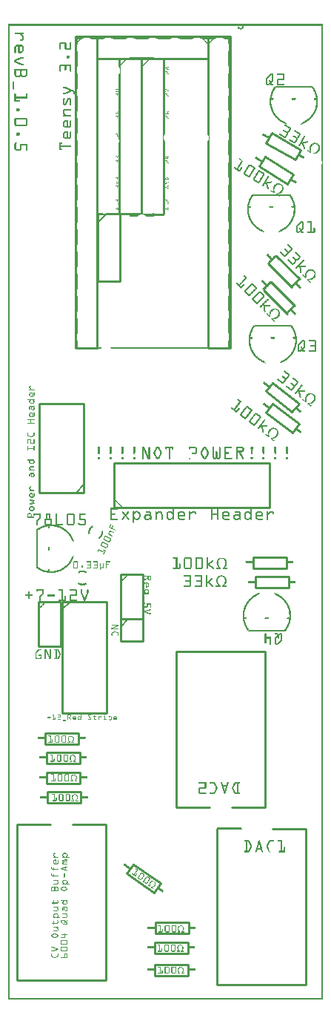
<source format=gto>
G04 MADE WITH FRITZING*
G04 WWW.FRITZING.ORG*
G04 DOUBLE SIDED*
G04 HOLES PLATED*
G04 CONTOUR ON CENTER OF CONTOUR VECTOR*
%ASAXBY*%
%FSLAX23Y23*%
%MOIN*%
%OFA0B0*%
%SFA1.0B1.0*%
%ADD10C,0.010000*%
%ADD11C,0.005000*%
%ADD12C,0.008000*%
%ADD13R,0.001000X0.001000*%
%LNSILK1*%
G90*
G70*
G54D10*
X506Y1711D02*
X506Y1611D01*
D02*
X506Y1611D02*
X606Y1611D01*
D02*
X606Y1611D02*
X606Y1711D01*
D02*
X606Y1711D02*
X506Y1711D01*
G54D11*
D02*
X506Y1676D02*
X541Y1711D01*
G54D10*
D02*
X506Y1911D02*
X506Y1711D01*
D02*
X506Y1711D02*
X606Y1711D01*
D02*
X606Y1711D02*
X606Y1911D01*
D02*
X606Y1911D02*
X506Y1911D01*
D02*
X478Y2213D02*
X1178Y2213D01*
D02*
X1178Y2213D02*
X1178Y2413D01*
D02*
X1178Y2413D02*
X478Y2413D01*
D02*
X478Y2413D02*
X478Y2213D01*
D02*
X244Y1790D02*
X244Y1290D01*
D02*
X244Y1290D02*
X444Y1290D01*
D02*
X444Y1290D02*
X444Y1790D01*
D02*
X444Y1790D02*
X244Y1790D01*
G54D11*
D02*
X244Y1755D02*
X279Y1790D01*
G54D10*
D02*
X39Y790D02*
X39Y90D01*
D02*
X39Y90D02*
X439Y90D01*
D02*
X439Y90D02*
X439Y790D01*
D02*
X39Y790D02*
X189Y790D01*
D02*
X289Y790D02*
X439Y790D01*
D02*
X342Y2279D02*
X342Y2679D01*
D02*
X342Y2679D02*
X142Y2679D01*
D02*
X142Y2679D02*
X142Y2279D01*
D02*
X142Y2279D02*
X342Y2279D01*
G54D11*
D02*
X342Y2314D02*
X307Y2279D01*
G54D12*
D02*
X1370Y4101D02*
X1205Y4101D01*
D02*
X1268Y3616D02*
X1103Y3616D01*
D02*
X1083Y1660D02*
X1248Y1660D01*
D02*
X1275Y3028D02*
X1110Y3028D01*
G54D10*
D02*
X1258Y3666D02*
X1130Y3745D01*
D02*
X1130Y3745D02*
X1156Y3787D01*
D02*
X1156Y3787D02*
X1284Y3708D01*
D02*
X1284Y3708D02*
X1258Y3666D01*
D02*
X1256Y3083D02*
X1149Y3189D01*
D02*
X1185Y3225D02*
X1291Y3119D01*
D02*
X1253Y1939D02*
X1103Y1939D01*
D02*
X1103Y1939D02*
X1103Y1989D01*
D02*
X1103Y1989D02*
X1253Y1989D01*
D02*
X1253Y1989D02*
X1253Y1939D01*
D02*
X1280Y2548D02*
X1161Y2639D01*
D02*
X1161Y2639D02*
X1191Y2678D01*
D02*
X1310Y2587D02*
X1280Y2548D01*
D02*
X1187Y3894D02*
X1318Y3819D01*
D02*
X1318Y3819D02*
X1293Y3776D01*
D02*
X1293Y3776D02*
X1162Y3850D01*
D02*
X1162Y3850D02*
X1187Y3894D01*
D02*
X1207Y3343D02*
X1314Y3237D01*
D02*
X1278Y3202D02*
X1172Y3308D01*
D02*
X1113Y1903D02*
X1263Y1903D01*
D02*
X1263Y1903D02*
X1263Y1853D01*
D02*
X1263Y1853D02*
X1113Y1853D01*
D02*
X1113Y1853D02*
X1113Y1903D01*
D02*
X1191Y2773D02*
X1309Y2680D01*
D02*
X1309Y2680D02*
X1278Y2641D01*
D02*
X1278Y2641D02*
X1160Y2734D01*
D02*
X1160Y2734D02*
X1191Y2773D01*
D02*
X328Y885D02*
X178Y885D01*
D02*
X178Y885D02*
X178Y935D01*
D02*
X178Y935D02*
X328Y935D01*
D02*
X328Y935D02*
X328Y885D01*
D02*
X325Y973D02*
X175Y973D01*
D02*
X175Y973D02*
X175Y1023D01*
D02*
X175Y1023D02*
X325Y1023D01*
D02*
X325Y1023D02*
X325Y973D01*
D02*
X324Y1063D02*
X174Y1063D01*
D02*
X174Y1063D02*
X174Y1113D01*
D02*
X174Y1113D02*
X324Y1113D01*
D02*
X324Y1113D02*
X324Y1063D01*
D02*
X812Y110D02*
X662Y110D01*
D02*
X662Y110D02*
X662Y160D01*
D02*
X662Y160D02*
X812Y160D01*
D02*
X812Y160D02*
X812Y110D01*
D02*
X810Y210D02*
X660Y210D01*
D02*
X660Y210D02*
X660Y260D01*
D02*
X660Y260D02*
X810Y260D01*
D02*
X810Y260D02*
X810Y210D01*
D02*
X813Y297D02*
X663Y297D01*
D02*
X663Y297D02*
X663Y347D01*
D02*
X663Y347D02*
X813Y347D01*
D02*
X813Y347D02*
X813Y297D01*
D02*
X658Y483D02*
X535Y569D01*
D02*
X535Y569D02*
X564Y610D01*
D02*
X564Y610D02*
X687Y524D01*
D02*
X687Y524D02*
X658Y483D01*
D02*
X317Y1149D02*
X167Y1149D01*
D02*
X167Y1149D02*
X167Y1199D01*
D02*
X167Y1199D02*
X317Y1199D01*
D02*
X317Y1199D02*
X317Y1149D01*
D02*
X1156Y865D02*
X1156Y1565D01*
D02*
X1156Y1565D02*
X756Y1565D01*
D02*
X756Y1565D02*
X756Y865D01*
D02*
X1156Y865D02*
X1006Y865D01*
D02*
X906Y865D02*
X756Y865D01*
D02*
X940Y769D02*
X940Y69D01*
D02*
X940Y69D02*
X1340Y69D01*
D02*
X1340Y69D02*
X1340Y769D01*
D02*
X1190Y769D02*
X1340Y769D01*
D02*
X304Y4327D02*
X304Y2927D01*
D02*
X304Y2927D02*
X404Y2927D01*
D02*
X404Y4327D02*
X304Y4327D01*
D02*
X902Y2928D02*
X1002Y2928D01*
D02*
X1002Y2928D02*
X1002Y4328D01*
D02*
X1002Y4328D02*
X902Y4328D01*
D02*
X404Y3528D02*
X404Y3228D01*
D02*
X404Y3228D02*
X504Y3228D01*
D02*
X504Y3228D02*
X504Y3528D01*
G54D11*
D02*
X404Y3493D02*
X439Y3528D01*
G54D10*
D02*
X902Y4327D02*
X402Y4327D01*
D02*
X402Y4227D02*
X902Y4227D01*
D02*
X902Y4227D02*
X902Y4327D01*
D02*
X704Y4227D02*
X604Y4227D01*
D02*
X602Y4228D02*
X502Y4228D01*
G54D12*
D02*
X129Y2108D02*
X129Y1943D01*
G54D10*
D02*
X137Y1788D02*
X137Y1588D01*
D02*
X137Y1588D02*
X237Y1588D01*
D02*
X237Y1588D02*
X237Y1788D01*
D02*
X237Y1788D02*
X137Y1788D01*
G54D13*
X0Y4384D02*
X1418Y4384D01*
X0Y4383D02*
X1418Y4383D01*
X0Y4382D02*
X1418Y4382D01*
X0Y4381D02*
X1418Y4381D01*
X0Y4380D02*
X1418Y4380D01*
X0Y4379D02*
X1418Y4379D01*
X0Y4378D02*
X1418Y4378D01*
X0Y4377D02*
X1418Y4377D01*
X0Y4376D02*
X7Y4376D01*
X1054Y4376D02*
X1060Y4376D01*
X1103Y4376D02*
X1108Y4376D01*
X1411Y4376D02*
X1418Y4376D01*
X0Y4375D02*
X7Y4375D01*
X1054Y4375D02*
X1060Y4375D01*
X1105Y4375D02*
X1107Y4375D01*
X1411Y4375D02*
X1418Y4375D01*
X0Y4374D02*
X7Y4374D01*
X1054Y4374D02*
X1060Y4374D01*
X1411Y4374D02*
X1418Y4374D01*
X0Y4373D02*
X7Y4373D01*
X1054Y4373D02*
X1060Y4373D01*
X1411Y4373D02*
X1418Y4373D01*
X0Y4372D02*
X7Y4372D01*
X1035Y4372D02*
X1038Y4372D01*
X1054Y4372D02*
X1060Y4372D01*
X1411Y4372D02*
X1418Y4372D01*
X0Y4371D02*
X7Y4371D01*
X1034Y4371D02*
X1039Y4371D01*
X1054Y4371D02*
X1060Y4371D01*
X1411Y4371D02*
X1418Y4371D01*
X0Y4370D02*
X7Y4370D01*
X1034Y4370D02*
X1039Y4370D01*
X1054Y4370D02*
X1060Y4370D01*
X1411Y4370D02*
X1418Y4370D01*
X0Y4369D02*
X7Y4369D01*
X1033Y4369D02*
X1040Y4369D01*
X1054Y4369D02*
X1060Y4369D01*
X1411Y4369D02*
X1418Y4369D01*
X0Y4368D02*
X7Y4368D01*
X1034Y4368D02*
X1040Y4368D01*
X1053Y4368D02*
X1060Y4368D01*
X1411Y4368D02*
X1418Y4368D01*
X0Y4367D02*
X7Y4367D01*
X1034Y4367D02*
X1043Y4367D01*
X1051Y4367D02*
X1060Y4367D01*
X1411Y4367D02*
X1418Y4367D01*
X0Y4366D02*
X7Y4366D01*
X1034Y4366D02*
X1059Y4366D01*
X1411Y4366D02*
X1418Y4366D01*
X0Y4365D02*
X7Y4365D01*
X1035Y4365D02*
X1059Y4365D01*
X1411Y4365D02*
X1418Y4365D01*
X0Y4364D02*
X7Y4364D01*
X1036Y4364D02*
X1058Y4364D01*
X1411Y4364D02*
X1418Y4364D01*
X0Y4363D02*
X7Y4363D01*
X1036Y4363D02*
X1057Y4363D01*
X1411Y4363D02*
X1418Y4363D01*
X0Y4362D02*
X7Y4362D01*
X1038Y4362D02*
X1056Y4362D01*
X1411Y4362D02*
X1418Y4362D01*
X0Y4361D02*
X7Y4361D01*
X1039Y4361D02*
X1054Y4361D01*
X1411Y4361D02*
X1418Y4361D01*
X0Y4360D02*
X7Y4360D01*
X1043Y4360D02*
X1051Y4360D01*
X1411Y4360D02*
X1418Y4360D01*
X0Y4359D02*
X7Y4359D01*
X1411Y4359D02*
X1418Y4359D01*
X0Y4358D02*
X7Y4358D01*
X1411Y4358D02*
X1418Y4358D01*
X0Y4357D02*
X7Y4357D01*
X1411Y4357D02*
X1418Y4357D01*
X0Y4356D02*
X7Y4356D01*
X1411Y4356D02*
X1418Y4356D01*
X0Y4355D02*
X7Y4355D01*
X1411Y4355D02*
X1418Y4355D01*
X0Y4354D02*
X7Y4354D01*
X1411Y4354D02*
X1418Y4354D01*
X0Y4353D02*
X7Y4353D01*
X1411Y4353D02*
X1418Y4353D01*
X0Y4352D02*
X7Y4352D01*
X1411Y4352D02*
X1418Y4352D01*
X0Y4351D02*
X7Y4351D01*
X1411Y4351D02*
X1418Y4351D01*
X0Y4350D02*
X7Y4350D01*
X1411Y4350D02*
X1418Y4350D01*
X0Y4349D02*
X7Y4349D01*
X1411Y4349D02*
X1418Y4349D01*
X0Y4348D02*
X7Y4348D01*
X1411Y4348D02*
X1418Y4348D01*
X0Y4347D02*
X7Y4347D01*
X1411Y4347D02*
X1418Y4347D01*
X0Y4346D02*
X7Y4346D01*
X1411Y4346D02*
X1418Y4346D01*
X0Y4345D02*
X7Y4345D01*
X31Y4345D02*
X70Y4345D01*
X1411Y4345D02*
X1418Y4345D01*
X0Y4344D02*
X7Y4344D01*
X30Y4344D02*
X70Y4344D01*
X1411Y4344D02*
X1418Y4344D01*
X0Y4343D02*
X7Y4343D01*
X29Y4343D02*
X71Y4343D01*
X1411Y4343D02*
X1418Y4343D01*
X0Y4342D02*
X7Y4342D01*
X29Y4342D02*
X71Y4342D01*
X1411Y4342D02*
X1418Y4342D01*
X0Y4341D02*
X7Y4341D01*
X29Y4341D02*
X71Y4341D01*
X1411Y4341D02*
X1418Y4341D01*
X0Y4340D02*
X7Y4340D01*
X30Y4340D02*
X70Y4340D01*
X1411Y4340D02*
X1418Y4340D01*
X0Y4339D02*
X7Y4339D01*
X31Y4339D02*
X69Y4339D01*
X1411Y4339D02*
X1418Y4339D01*
X0Y4338D02*
X7Y4338D01*
X54Y4338D02*
X63Y4338D01*
X1411Y4338D02*
X1418Y4338D01*
X0Y4337D02*
X7Y4337D01*
X55Y4337D02*
X64Y4337D01*
X1411Y4337D02*
X1418Y4337D01*
X0Y4336D02*
X7Y4336D01*
X55Y4336D02*
X65Y4336D01*
X1411Y4336D02*
X1418Y4336D01*
X0Y4335D02*
X7Y4335D01*
X56Y4335D02*
X65Y4335D01*
X1411Y4335D02*
X1418Y4335D01*
X0Y4334D02*
X7Y4334D01*
X57Y4334D02*
X66Y4334D01*
X1411Y4334D02*
X1418Y4334D01*
X0Y4333D02*
X7Y4333D01*
X58Y4333D02*
X67Y4333D01*
X1411Y4333D02*
X1418Y4333D01*
X0Y4332D02*
X7Y4332D01*
X59Y4332D02*
X68Y4332D01*
X1411Y4332D02*
X1418Y4332D01*
X0Y4331D02*
X7Y4331D01*
X60Y4331D02*
X69Y4331D01*
X1411Y4331D02*
X1418Y4331D01*
X0Y4330D02*
X7Y4330D01*
X61Y4330D02*
X70Y4330D01*
X935Y4330D02*
X935Y4330D01*
X1411Y4330D02*
X1418Y4330D01*
X0Y4329D02*
X7Y4329D01*
X61Y4329D02*
X70Y4329D01*
X337Y4329D02*
X337Y4329D01*
X868Y4329D02*
X869Y4329D01*
X934Y4329D02*
X936Y4329D01*
X1411Y4329D02*
X1418Y4329D01*
X0Y4328D02*
X7Y4328D01*
X62Y4328D02*
X71Y4328D01*
X336Y4328D02*
X338Y4328D01*
X398Y4328D02*
X406Y4328D01*
X867Y4328D02*
X870Y4328D01*
X897Y4328D02*
X906Y4328D01*
X933Y4328D02*
X937Y4328D01*
X1411Y4328D02*
X1418Y4328D01*
X0Y4327D02*
X7Y4327D01*
X63Y4327D02*
X71Y4327D01*
X335Y4327D02*
X339Y4327D01*
X397Y4327D02*
X408Y4327D01*
X866Y4327D02*
X871Y4327D01*
X897Y4327D02*
X906Y4327D01*
X932Y4327D02*
X938Y4327D01*
X1411Y4327D02*
X1418Y4327D01*
X0Y4326D02*
X7Y4326D01*
X64Y4326D02*
X71Y4326D01*
X334Y4326D02*
X339Y4326D01*
X397Y4326D02*
X408Y4326D01*
X866Y4326D02*
X872Y4326D01*
X897Y4326D02*
X906Y4326D01*
X931Y4326D02*
X937Y4326D01*
X1411Y4326D02*
X1418Y4326D01*
X0Y4325D02*
X7Y4325D01*
X64Y4325D02*
X71Y4325D01*
X333Y4325D02*
X339Y4325D01*
X397Y4325D02*
X408Y4325D01*
X867Y4325D02*
X873Y4325D01*
X897Y4325D02*
X906Y4325D01*
X930Y4325D02*
X936Y4325D01*
X1411Y4325D02*
X1418Y4325D01*
X0Y4324D02*
X7Y4324D01*
X64Y4324D02*
X71Y4324D01*
X332Y4324D02*
X338Y4324D01*
X397Y4324D02*
X408Y4324D01*
X868Y4324D02*
X874Y4324D01*
X897Y4324D02*
X906Y4324D01*
X929Y4324D02*
X935Y4324D01*
X1411Y4324D02*
X1418Y4324D01*
X0Y4323D02*
X7Y4323D01*
X64Y4323D02*
X71Y4323D01*
X309Y4323D02*
X998Y4323D01*
X1411Y4323D02*
X1418Y4323D01*
X0Y4322D02*
X7Y4322D01*
X64Y4322D02*
X71Y4322D01*
X309Y4322D02*
X449Y4322D01*
X455Y4322D02*
X549Y4322D01*
X555Y4322D02*
X648Y4322D01*
X655Y4322D02*
X748Y4322D01*
X755Y4322D02*
X848Y4322D01*
X855Y4322D02*
X942Y4322D01*
X961Y4322D02*
X998Y4322D01*
X1411Y4322D02*
X1418Y4322D01*
X0Y4321D02*
X7Y4321D01*
X64Y4321D02*
X71Y4321D01*
X309Y4321D02*
X344Y4321D01*
X363Y4321D02*
X442Y4321D01*
X462Y4321D02*
X542Y4321D01*
X562Y4321D02*
X642Y4321D01*
X662Y4321D02*
X742Y4321D01*
X762Y4321D02*
X842Y4321D01*
X862Y4321D02*
X938Y4321D01*
X965Y4321D02*
X998Y4321D01*
X1411Y4321D02*
X1418Y4321D01*
X0Y4320D02*
X7Y4320D01*
X64Y4320D02*
X71Y4320D01*
X309Y4320D02*
X340Y4320D01*
X367Y4320D02*
X438Y4320D01*
X466Y4320D02*
X538Y4320D01*
X566Y4320D02*
X638Y4320D01*
X666Y4320D02*
X738Y4320D01*
X766Y4320D02*
X838Y4320D01*
X866Y4320D02*
X936Y4320D01*
X968Y4320D02*
X998Y4320D01*
X1411Y4320D02*
X1418Y4320D01*
X0Y4319D02*
X7Y4319D01*
X64Y4319D02*
X71Y4319D01*
X309Y4319D02*
X337Y4319D01*
X370Y4319D02*
X435Y4319D01*
X469Y4319D02*
X535Y4319D01*
X569Y4319D02*
X635Y4319D01*
X669Y4319D02*
X735Y4319D01*
X769Y4319D02*
X835Y4319D01*
X869Y4319D02*
X933Y4319D01*
X970Y4319D02*
X998Y4319D01*
X1411Y4319D02*
X1418Y4319D01*
X0Y4318D02*
X7Y4318D01*
X64Y4318D02*
X71Y4318D01*
X309Y4318D02*
X335Y4318D01*
X372Y4318D02*
X433Y4318D01*
X471Y4318D02*
X533Y4318D01*
X571Y4318D02*
X633Y4318D01*
X671Y4318D02*
X733Y4318D01*
X771Y4318D02*
X833Y4318D01*
X871Y4318D02*
X931Y4318D01*
X972Y4318D02*
X998Y4318D01*
X1411Y4318D02*
X1418Y4318D01*
X0Y4317D02*
X7Y4317D01*
X63Y4317D02*
X71Y4317D01*
X309Y4317D02*
X333Y4317D01*
X374Y4317D02*
X431Y4317D01*
X473Y4317D02*
X531Y4317D01*
X573Y4317D02*
X631Y4317D01*
X673Y4317D02*
X731Y4317D01*
X773Y4317D02*
X831Y4317D01*
X873Y4317D02*
X929Y4317D01*
X974Y4317D02*
X998Y4317D01*
X1411Y4317D02*
X1418Y4317D01*
X0Y4316D02*
X7Y4316D01*
X62Y4316D02*
X70Y4316D01*
X309Y4316D02*
X315Y4316D01*
X324Y4316D02*
X330Y4316D01*
X397Y4316D02*
X408Y4316D01*
X876Y4316D02*
X882Y4316D01*
X897Y4316D02*
X906Y4316D01*
X921Y4316D02*
X927Y4316D01*
X992Y4316D02*
X998Y4316D01*
X1411Y4316D02*
X1418Y4316D01*
X0Y4315D02*
X7Y4315D01*
X56Y4315D02*
X70Y4315D01*
X309Y4315D02*
X315Y4315D01*
X323Y4315D02*
X329Y4315D01*
X397Y4315D02*
X408Y4315D01*
X877Y4315D02*
X883Y4315D01*
X897Y4315D02*
X906Y4315D01*
X920Y4315D02*
X926Y4315D01*
X992Y4315D02*
X998Y4315D01*
X1411Y4315D02*
X1418Y4315D01*
X0Y4314D02*
X7Y4314D01*
X55Y4314D02*
X69Y4314D01*
X309Y4314D02*
X315Y4314D01*
X322Y4314D02*
X328Y4314D01*
X397Y4314D02*
X408Y4314D01*
X878Y4314D02*
X884Y4314D01*
X897Y4314D02*
X906Y4314D01*
X919Y4314D02*
X925Y4314D01*
X992Y4314D02*
X998Y4314D01*
X1411Y4314D02*
X1418Y4314D01*
X0Y4313D02*
X7Y4313D01*
X55Y4313D02*
X69Y4313D01*
X309Y4313D02*
X315Y4313D01*
X321Y4313D02*
X327Y4313D01*
X397Y4313D02*
X408Y4313D01*
X879Y4313D02*
X885Y4313D01*
X897Y4313D02*
X906Y4313D01*
X918Y4313D02*
X923Y4313D01*
X992Y4313D02*
X998Y4313D01*
X1411Y4313D02*
X1418Y4313D01*
X0Y4312D02*
X7Y4312D01*
X55Y4312D02*
X68Y4312D01*
X309Y4312D02*
X315Y4312D01*
X319Y4312D02*
X325Y4312D01*
X397Y4312D02*
X408Y4312D01*
X880Y4312D02*
X886Y4312D01*
X897Y4312D02*
X906Y4312D01*
X917Y4312D02*
X922Y4312D01*
X992Y4312D02*
X998Y4312D01*
X1411Y4312D02*
X1418Y4312D01*
X0Y4311D02*
X7Y4311D01*
X55Y4311D02*
X67Y4311D01*
X309Y4311D02*
X315Y4311D01*
X318Y4311D02*
X324Y4311D01*
X397Y4311D02*
X408Y4311D01*
X881Y4311D02*
X887Y4311D01*
X897Y4311D02*
X906Y4311D01*
X916Y4311D02*
X921Y4311D01*
X992Y4311D02*
X998Y4311D01*
X1411Y4311D02*
X1418Y4311D01*
X0Y4310D02*
X7Y4310D01*
X55Y4310D02*
X66Y4310D01*
X309Y4310D02*
X315Y4310D01*
X317Y4310D02*
X323Y4310D01*
X397Y4310D02*
X408Y4310D01*
X883Y4310D02*
X888Y4310D01*
X897Y4310D02*
X906Y4310D01*
X915Y4310D02*
X920Y4310D01*
X992Y4310D02*
X998Y4310D01*
X1411Y4310D02*
X1418Y4310D01*
X0Y4309D02*
X7Y4309D01*
X56Y4309D02*
X64Y4309D01*
X309Y4309D02*
X322Y4309D01*
X397Y4309D02*
X408Y4309D01*
X884Y4309D02*
X889Y4309D01*
X897Y4309D02*
X906Y4309D01*
X914Y4309D02*
X919Y4309D01*
X992Y4309D02*
X998Y4309D01*
X1411Y4309D02*
X1418Y4309D01*
X0Y4308D02*
X7Y4308D01*
X309Y4308D02*
X321Y4308D01*
X397Y4308D02*
X408Y4308D01*
X884Y4308D02*
X890Y4308D01*
X897Y4308D02*
X906Y4308D01*
X913Y4308D02*
X918Y4308D01*
X992Y4308D02*
X998Y4308D01*
X1411Y4308D02*
X1418Y4308D01*
X0Y4307D02*
X7Y4307D01*
X309Y4307D02*
X320Y4307D01*
X397Y4307D02*
X408Y4307D01*
X885Y4307D02*
X891Y4307D01*
X897Y4307D02*
X906Y4307D01*
X912Y4307D02*
X917Y4307D01*
X992Y4307D02*
X998Y4307D01*
X1411Y4307D02*
X1418Y4307D01*
X0Y4306D02*
X7Y4306D01*
X309Y4306D02*
X319Y4306D01*
X397Y4306D02*
X408Y4306D01*
X886Y4306D02*
X892Y4306D01*
X897Y4306D02*
X906Y4306D01*
X911Y4306D02*
X917Y4306D01*
X992Y4306D02*
X998Y4306D01*
X1411Y4306D02*
X1418Y4306D01*
X0Y4305D02*
X7Y4305D01*
X309Y4305D02*
X318Y4305D01*
X397Y4305D02*
X408Y4305D01*
X887Y4305D02*
X893Y4305D01*
X897Y4305D02*
X906Y4305D01*
X910Y4305D02*
X916Y4305D01*
X992Y4305D02*
X998Y4305D01*
X1411Y4305D02*
X1418Y4305D01*
X0Y4304D02*
X7Y4304D01*
X309Y4304D02*
X318Y4304D01*
X397Y4304D02*
X408Y4304D01*
X888Y4304D02*
X894Y4304D01*
X897Y4304D02*
X906Y4304D01*
X909Y4304D02*
X915Y4304D01*
X992Y4304D02*
X998Y4304D01*
X1411Y4304D02*
X1418Y4304D01*
X0Y4303D02*
X7Y4303D01*
X237Y4303D02*
X257Y4303D01*
X281Y4303D02*
X284Y4303D01*
X309Y4303D02*
X317Y4303D01*
X397Y4303D02*
X408Y4303D01*
X889Y4303D02*
X895Y4303D01*
X897Y4303D02*
X906Y4303D01*
X908Y4303D02*
X914Y4303D01*
X992Y4303D02*
X998Y4303D01*
X1411Y4303D02*
X1418Y4303D01*
X0Y4302D02*
X7Y4302D01*
X235Y4302D02*
X259Y4302D01*
X280Y4302D02*
X285Y4302D01*
X309Y4302D02*
X316Y4302D01*
X397Y4302D02*
X408Y4302D01*
X890Y4302D02*
X913Y4302D01*
X992Y4302D02*
X998Y4302D01*
X1411Y4302D02*
X1418Y4302D01*
X0Y4301D02*
X7Y4301D01*
X234Y4301D02*
X260Y4301D01*
X280Y4301D02*
X285Y4301D01*
X308Y4301D02*
X315Y4301D01*
X397Y4301D02*
X408Y4301D01*
X891Y4301D02*
X912Y4301D01*
X992Y4301D02*
X998Y4301D01*
X1411Y4301D02*
X1418Y4301D01*
X0Y4300D02*
X7Y4300D01*
X233Y4300D02*
X261Y4300D01*
X279Y4300D02*
X285Y4300D01*
X307Y4300D02*
X315Y4300D01*
X397Y4300D02*
X408Y4300D01*
X892Y4300D02*
X911Y4300D01*
X992Y4300D02*
X998Y4300D01*
X1411Y4300D02*
X1418Y4300D01*
X0Y4299D02*
X7Y4299D01*
X233Y4299D02*
X261Y4299D01*
X279Y4299D02*
X285Y4299D01*
X306Y4299D02*
X314Y4299D01*
X397Y4299D02*
X408Y4299D01*
X893Y4299D02*
X910Y4299D01*
X992Y4299D02*
X998Y4299D01*
X1411Y4299D02*
X1418Y4299D01*
X0Y4298D02*
X7Y4298D01*
X232Y4298D02*
X262Y4298D01*
X279Y4298D02*
X285Y4298D01*
X305Y4298D02*
X314Y4298D01*
X397Y4298D02*
X408Y4298D01*
X894Y4298D02*
X909Y4298D01*
X992Y4298D02*
X998Y4298D01*
X1411Y4298D02*
X1418Y4298D01*
X0Y4297D02*
X7Y4297D01*
X232Y4297D02*
X262Y4297D01*
X279Y4297D02*
X285Y4297D01*
X304Y4297D02*
X313Y4297D01*
X397Y4297D02*
X408Y4297D01*
X895Y4297D02*
X908Y4297D01*
X992Y4297D02*
X998Y4297D01*
X1411Y4297D02*
X1418Y4297D01*
X0Y4296D02*
X7Y4296D01*
X232Y4296D02*
X238Y4296D01*
X256Y4296D02*
X262Y4296D01*
X279Y4296D02*
X285Y4296D01*
X303Y4296D02*
X313Y4296D01*
X397Y4296D02*
X408Y4296D01*
X896Y4296D02*
X907Y4296D01*
X993Y4296D02*
X998Y4296D01*
X1411Y4296D02*
X1418Y4296D01*
X0Y4295D02*
X7Y4295D01*
X232Y4295D02*
X238Y4295D01*
X256Y4295D02*
X262Y4295D01*
X279Y4295D02*
X285Y4295D01*
X303Y4295D02*
X312Y4295D01*
X397Y4295D02*
X408Y4295D01*
X897Y4295D02*
X906Y4295D01*
X993Y4295D02*
X998Y4295D01*
X1411Y4295D02*
X1418Y4295D01*
X0Y4294D02*
X7Y4294D01*
X232Y4294D02*
X238Y4294D01*
X256Y4294D02*
X262Y4294D01*
X279Y4294D02*
X285Y4294D01*
X303Y4294D02*
X312Y4294D01*
X397Y4294D02*
X408Y4294D01*
X897Y4294D02*
X906Y4294D01*
X993Y4294D02*
X998Y4294D01*
X1411Y4294D02*
X1418Y4294D01*
X0Y4293D02*
X7Y4293D01*
X232Y4293D02*
X238Y4293D01*
X256Y4293D02*
X262Y4293D01*
X279Y4293D02*
X285Y4293D01*
X304Y4293D02*
X307Y4293D01*
X309Y4293D02*
X312Y4293D01*
X397Y4293D02*
X408Y4293D01*
X897Y4293D02*
X906Y4293D01*
X994Y4293D02*
X998Y4293D01*
X1411Y4293D02*
X1418Y4293D01*
X0Y4292D02*
X7Y4292D01*
X232Y4292D02*
X238Y4292D01*
X256Y4292D02*
X262Y4292D01*
X279Y4292D02*
X285Y4292D01*
X305Y4292D02*
X306Y4292D01*
X309Y4292D02*
X311Y4292D01*
X397Y4292D02*
X408Y4292D01*
X897Y4292D02*
X906Y4292D01*
X994Y4292D02*
X998Y4292D01*
X1411Y4292D02*
X1418Y4292D01*
X0Y4291D02*
X7Y4291D01*
X41Y4291D02*
X59Y4291D01*
X232Y4291D02*
X238Y4291D01*
X256Y4291D02*
X262Y4291D01*
X279Y4291D02*
X285Y4291D01*
X309Y4291D02*
X311Y4291D01*
X397Y4291D02*
X408Y4291D01*
X897Y4291D02*
X906Y4291D01*
X994Y4291D02*
X998Y4291D01*
X1411Y4291D02*
X1418Y4291D01*
X0Y4290D02*
X7Y4290D01*
X38Y4290D02*
X62Y4290D01*
X232Y4290D02*
X238Y4290D01*
X256Y4290D02*
X262Y4290D01*
X279Y4290D02*
X285Y4290D01*
X309Y4290D02*
X311Y4290D01*
X397Y4290D02*
X408Y4290D01*
X897Y4290D02*
X906Y4290D01*
X995Y4290D02*
X998Y4290D01*
X1411Y4290D02*
X1418Y4290D01*
X0Y4289D02*
X7Y4289D01*
X36Y4289D02*
X64Y4289D01*
X232Y4289D02*
X238Y4289D01*
X256Y4289D02*
X262Y4289D01*
X279Y4289D02*
X285Y4289D01*
X309Y4289D02*
X311Y4289D01*
X397Y4289D02*
X408Y4289D01*
X897Y4289D02*
X906Y4289D01*
X995Y4289D02*
X998Y4289D01*
X1411Y4289D02*
X1418Y4289D01*
X0Y4288D02*
X7Y4288D01*
X35Y4288D02*
X65Y4288D01*
X232Y4288D02*
X238Y4288D01*
X256Y4288D02*
X262Y4288D01*
X279Y4288D02*
X285Y4288D01*
X309Y4288D02*
X310Y4288D01*
X397Y4288D02*
X408Y4288D01*
X897Y4288D02*
X906Y4288D01*
X995Y4288D02*
X998Y4288D01*
X1411Y4288D02*
X1418Y4288D01*
X0Y4287D02*
X7Y4287D01*
X34Y4287D02*
X66Y4287D01*
X232Y4287D02*
X238Y4287D01*
X256Y4287D02*
X262Y4287D01*
X279Y4287D02*
X285Y4287D01*
X309Y4287D02*
X310Y4287D01*
X397Y4287D02*
X408Y4287D01*
X897Y4287D02*
X906Y4287D01*
X995Y4287D02*
X998Y4287D01*
X1411Y4287D02*
X1418Y4287D01*
X0Y4286D02*
X7Y4286D01*
X33Y4286D02*
X67Y4286D01*
X232Y4286D02*
X238Y4286D01*
X256Y4286D02*
X262Y4286D01*
X279Y4286D02*
X285Y4286D01*
X309Y4286D02*
X310Y4286D01*
X397Y4286D02*
X408Y4286D01*
X897Y4286D02*
X906Y4286D01*
X996Y4286D02*
X998Y4286D01*
X1411Y4286D02*
X1418Y4286D01*
X0Y4285D02*
X7Y4285D01*
X32Y4285D02*
X68Y4285D01*
X232Y4285D02*
X238Y4285D01*
X256Y4285D02*
X262Y4285D01*
X279Y4285D02*
X285Y4285D01*
X309Y4285D02*
X310Y4285D01*
X397Y4285D02*
X408Y4285D01*
X897Y4285D02*
X906Y4285D01*
X996Y4285D02*
X998Y4285D01*
X1411Y4285D02*
X1418Y4285D01*
X0Y4284D02*
X7Y4284D01*
X31Y4284D02*
X69Y4284D01*
X232Y4284D02*
X238Y4284D01*
X256Y4284D02*
X262Y4284D01*
X279Y4284D02*
X285Y4284D01*
X309Y4284D02*
X310Y4284D01*
X397Y4284D02*
X408Y4284D01*
X897Y4284D02*
X906Y4284D01*
X996Y4284D02*
X998Y4284D01*
X1411Y4284D02*
X1418Y4284D01*
X0Y4283D02*
X7Y4283D01*
X31Y4283D02*
X40Y4283D01*
X45Y4283D02*
X52Y4283D01*
X60Y4283D02*
X69Y4283D01*
X232Y4283D02*
X238Y4283D01*
X256Y4283D02*
X262Y4283D01*
X279Y4283D02*
X285Y4283D01*
X309Y4283D02*
X309Y4283D01*
X398Y4283D02*
X408Y4283D01*
X897Y4283D02*
X906Y4283D01*
X996Y4283D02*
X998Y4283D01*
X1411Y4283D02*
X1418Y4283D01*
X0Y4282D02*
X7Y4282D01*
X30Y4282D02*
X39Y4282D01*
X45Y4282D02*
X52Y4282D01*
X61Y4282D02*
X70Y4282D01*
X232Y4282D02*
X238Y4282D01*
X256Y4282D02*
X262Y4282D01*
X279Y4282D02*
X285Y4282D01*
X309Y4282D02*
X309Y4282D01*
X398Y4282D02*
X408Y4282D01*
X897Y4282D02*
X906Y4282D01*
X996Y4282D02*
X998Y4282D01*
X1411Y4282D02*
X1418Y4282D01*
X0Y4281D02*
X7Y4281D01*
X30Y4281D02*
X38Y4281D01*
X45Y4281D02*
X52Y4281D01*
X62Y4281D02*
X70Y4281D01*
X232Y4281D02*
X238Y4281D01*
X256Y4281D02*
X262Y4281D01*
X279Y4281D02*
X285Y4281D01*
X309Y4281D02*
X309Y4281D01*
X398Y4281D02*
X407Y4281D01*
X897Y4281D02*
X906Y4281D01*
X996Y4281D02*
X998Y4281D01*
X1411Y4281D02*
X1418Y4281D01*
X0Y4280D02*
X7Y4280D01*
X29Y4280D02*
X37Y4280D01*
X45Y4280D02*
X52Y4280D01*
X63Y4280D02*
X71Y4280D01*
X232Y4280D02*
X238Y4280D01*
X256Y4280D02*
X262Y4280D01*
X279Y4280D02*
X285Y4280D01*
X309Y4280D02*
X309Y4280D01*
X398Y4280D02*
X407Y4280D01*
X897Y4280D02*
X906Y4280D01*
X996Y4280D02*
X998Y4280D01*
X1411Y4280D02*
X1418Y4280D01*
X0Y4279D02*
X7Y4279D01*
X29Y4279D02*
X36Y4279D01*
X45Y4279D02*
X52Y4279D01*
X64Y4279D02*
X71Y4279D01*
X232Y4279D02*
X238Y4279D01*
X256Y4279D02*
X262Y4279D01*
X279Y4279D02*
X285Y4279D01*
X309Y4279D02*
X309Y4279D01*
X398Y4279D02*
X407Y4279D01*
X897Y4279D02*
X906Y4279D01*
X996Y4279D02*
X998Y4279D01*
X1411Y4279D02*
X1418Y4279D01*
X0Y4278D02*
X7Y4278D01*
X29Y4278D02*
X36Y4278D01*
X45Y4278D02*
X52Y4278D01*
X64Y4278D02*
X71Y4278D01*
X232Y4278D02*
X238Y4278D01*
X256Y4278D02*
X262Y4278D01*
X279Y4278D02*
X285Y4278D01*
X309Y4278D02*
X309Y4278D01*
X398Y4278D02*
X407Y4278D01*
X897Y4278D02*
X906Y4278D01*
X996Y4278D02*
X998Y4278D01*
X1411Y4278D02*
X1418Y4278D01*
X0Y4277D02*
X7Y4277D01*
X29Y4277D02*
X36Y4277D01*
X45Y4277D02*
X52Y4277D01*
X64Y4277D02*
X71Y4277D01*
X232Y4277D02*
X238Y4277D01*
X256Y4277D02*
X262Y4277D01*
X279Y4277D02*
X285Y4277D01*
X309Y4277D02*
X309Y4277D01*
X398Y4277D02*
X407Y4277D01*
X897Y4277D02*
X906Y4277D01*
X996Y4277D02*
X998Y4277D01*
X1411Y4277D02*
X1418Y4277D01*
X0Y4276D02*
X7Y4276D01*
X29Y4276D02*
X36Y4276D01*
X45Y4276D02*
X52Y4276D01*
X64Y4276D02*
X71Y4276D01*
X232Y4276D02*
X238Y4276D01*
X256Y4276D02*
X262Y4276D01*
X279Y4276D02*
X285Y4276D01*
X309Y4276D02*
X309Y4276D01*
X398Y4276D02*
X407Y4276D01*
X897Y4276D02*
X906Y4276D01*
X996Y4276D02*
X998Y4276D01*
X1411Y4276D02*
X1418Y4276D01*
X0Y4275D02*
X7Y4275D01*
X29Y4275D02*
X36Y4275D01*
X45Y4275D02*
X52Y4275D01*
X64Y4275D02*
X71Y4275D01*
X232Y4275D02*
X238Y4275D01*
X256Y4275D02*
X285Y4275D01*
X309Y4275D02*
X309Y4275D01*
X398Y4275D02*
X407Y4275D01*
X897Y4275D02*
X906Y4275D01*
X996Y4275D02*
X998Y4275D01*
X1411Y4275D02*
X1418Y4275D01*
X0Y4274D02*
X7Y4274D01*
X29Y4274D02*
X36Y4274D01*
X45Y4274D02*
X52Y4274D01*
X64Y4274D02*
X71Y4274D01*
X232Y4274D02*
X238Y4274D01*
X256Y4274D02*
X285Y4274D01*
X309Y4274D02*
X309Y4274D01*
X398Y4274D02*
X408Y4274D01*
X897Y4274D02*
X906Y4274D01*
X996Y4274D02*
X998Y4274D01*
X1411Y4274D02*
X1418Y4274D01*
X0Y4273D02*
X7Y4273D01*
X29Y4273D02*
X36Y4273D01*
X45Y4273D02*
X52Y4273D01*
X64Y4273D02*
X71Y4273D01*
X232Y4273D02*
X238Y4273D01*
X256Y4273D02*
X285Y4273D01*
X309Y4273D02*
X309Y4273D01*
X398Y4273D02*
X408Y4273D01*
X897Y4273D02*
X906Y4273D01*
X996Y4273D02*
X998Y4273D01*
X1411Y4273D02*
X1418Y4273D01*
X0Y4272D02*
X7Y4272D01*
X29Y4272D02*
X36Y4272D01*
X45Y4272D02*
X52Y4272D01*
X64Y4272D02*
X71Y4272D01*
X232Y4272D02*
X238Y4272D01*
X257Y4272D02*
X285Y4272D01*
X309Y4272D02*
X309Y4272D01*
X397Y4272D02*
X408Y4272D01*
X897Y4272D02*
X906Y4272D01*
X996Y4272D02*
X998Y4272D01*
X1411Y4272D02*
X1418Y4272D01*
X0Y4271D02*
X7Y4271D01*
X29Y4271D02*
X36Y4271D01*
X45Y4271D02*
X52Y4271D01*
X64Y4271D02*
X71Y4271D01*
X233Y4271D02*
X238Y4271D01*
X258Y4271D02*
X285Y4271D01*
X309Y4271D02*
X310Y4271D01*
X397Y4271D02*
X408Y4271D01*
X897Y4271D02*
X906Y4271D01*
X995Y4271D02*
X998Y4271D01*
X1411Y4271D02*
X1418Y4271D01*
X0Y4270D02*
X7Y4270D01*
X29Y4270D02*
X36Y4270D01*
X45Y4270D02*
X52Y4270D01*
X64Y4270D02*
X71Y4270D01*
X233Y4270D02*
X237Y4270D01*
X259Y4270D02*
X285Y4270D01*
X309Y4270D02*
X310Y4270D01*
X397Y4270D02*
X408Y4270D01*
X897Y4270D02*
X906Y4270D01*
X995Y4270D02*
X998Y4270D01*
X1411Y4270D02*
X1418Y4270D01*
X0Y4269D02*
X7Y4269D01*
X29Y4269D02*
X36Y4269D01*
X45Y4269D02*
X52Y4269D01*
X64Y4269D02*
X71Y4269D01*
X235Y4269D02*
X235Y4269D01*
X262Y4269D02*
X285Y4269D01*
X309Y4269D02*
X310Y4269D01*
X397Y4269D02*
X408Y4269D01*
X897Y4269D02*
X906Y4269D01*
X995Y4269D02*
X998Y4269D01*
X1411Y4269D02*
X1418Y4269D01*
X0Y4268D02*
X7Y4268D01*
X29Y4268D02*
X36Y4268D01*
X45Y4268D02*
X52Y4268D01*
X64Y4268D02*
X71Y4268D01*
X309Y4268D02*
X310Y4268D01*
X397Y4268D02*
X408Y4268D01*
X897Y4268D02*
X906Y4268D01*
X995Y4268D02*
X998Y4268D01*
X1411Y4268D02*
X1418Y4268D01*
X0Y4267D02*
X7Y4267D01*
X29Y4267D02*
X36Y4267D01*
X45Y4267D02*
X52Y4267D01*
X64Y4267D02*
X71Y4267D01*
X309Y4267D02*
X310Y4267D01*
X397Y4267D02*
X408Y4267D01*
X897Y4267D02*
X906Y4267D01*
X994Y4267D02*
X998Y4267D01*
X1411Y4267D02*
X1418Y4267D01*
X0Y4266D02*
X7Y4266D01*
X29Y4266D02*
X36Y4266D01*
X45Y4266D02*
X52Y4266D01*
X64Y4266D02*
X71Y4266D01*
X309Y4266D02*
X311Y4266D01*
X397Y4266D02*
X408Y4266D01*
X897Y4266D02*
X906Y4266D01*
X994Y4266D02*
X998Y4266D01*
X1411Y4266D02*
X1418Y4266D01*
X0Y4265D02*
X7Y4265D01*
X29Y4265D02*
X36Y4265D01*
X45Y4265D02*
X52Y4265D01*
X63Y4265D02*
X71Y4265D01*
X309Y4265D02*
X311Y4265D01*
X397Y4265D02*
X408Y4265D01*
X897Y4265D02*
X906Y4265D01*
X994Y4265D02*
X998Y4265D01*
X1411Y4265D02*
X1418Y4265D01*
X0Y4264D02*
X7Y4264D01*
X29Y4264D02*
X36Y4264D01*
X45Y4264D02*
X52Y4264D01*
X63Y4264D02*
X70Y4264D01*
X309Y4264D02*
X311Y4264D01*
X397Y4264D02*
X408Y4264D01*
X897Y4264D02*
X906Y4264D01*
X994Y4264D02*
X998Y4264D01*
X1411Y4264D02*
X1418Y4264D01*
X0Y4263D02*
X7Y4263D01*
X29Y4263D02*
X36Y4263D01*
X45Y4263D02*
X52Y4263D01*
X62Y4263D02*
X70Y4263D01*
X309Y4263D02*
X312Y4263D01*
X397Y4263D02*
X408Y4263D01*
X897Y4263D02*
X906Y4263D01*
X993Y4263D02*
X998Y4263D01*
X1411Y4263D02*
X1418Y4263D01*
X0Y4262D02*
X7Y4262D01*
X29Y4262D02*
X36Y4262D01*
X45Y4262D02*
X52Y4262D01*
X61Y4262D02*
X69Y4262D01*
X309Y4262D02*
X312Y4262D01*
X397Y4262D02*
X408Y4262D01*
X897Y4262D02*
X906Y4262D01*
X993Y4262D02*
X998Y4262D01*
X1411Y4262D02*
X1418Y4262D01*
X0Y4261D02*
X7Y4261D01*
X29Y4261D02*
X36Y4261D01*
X45Y4261D02*
X69Y4261D01*
X309Y4261D02*
X312Y4261D01*
X397Y4261D02*
X408Y4261D01*
X897Y4261D02*
X906Y4261D01*
X992Y4261D02*
X998Y4261D01*
X1411Y4261D02*
X1418Y4261D01*
X0Y4260D02*
X7Y4260D01*
X29Y4260D02*
X36Y4260D01*
X45Y4260D02*
X68Y4260D01*
X309Y4260D02*
X313Y4260D01*
X397Y4260D02*
X408Y4260D01*
X897Y4260D02*
X906Y4260D01*
X992Y4260D02*
X998Y4260D01*
X1411Y4260D02*
X1418Y4260D01*
X0Y4259D02*
X7Y4259D01*
X29Y4259D02*
X36Y4259D01*
X45Y4259D02*
X67Y4259D01*
X309Y4259D02*
X313Y4259D01*
X397Y4259D02*
X408Y4259D01*
X897Y4259D02*
X906Y4259D01*
X992Y4259D02*
X998Y4259D01*
X1411Y4259D02*
X1418Y4259D01*
X0Y4258D02*
X7Y4258D01*
X29Y4258D02*
X36Y4258D01*
X45Y4258D02*
X66Y4258D01*
X309Y4258D02*
X314Y4258D01*
X397Y4258D02*
X408Y4258D01*
X897Y4258D02*
X906Y4258D01*
X992Y4258D02*
X998Y4258D01*
X1411Y4258D02*
X1418Y4258D01*
X0Y4257D02*
X7Y4257D01*
X29Y4257D02*
X36Y4257D01*
X45Y4257D02*
X65Y4257D01*
X309Y4257D02*
X314Y4257D01*
X397Y4257D02*
X408Y4257D01*
X897Y4257D02*
X906Y4257D01*
X992Y4257D02*
X998Y4257D01*
X1411Y4257D02*
X1418Y4257D01*
X0Y4256D02*
X7Y4256D01*
X29Y4256D02*
X35Y4256D01*
X45Y4256D02*
X64Y4256D01*
X309Y4256D02*
X315Y4256D01*
X397Y4256D02*
X408Y4256D01*
X897Y4256D02*
X906Y4256D01*
X992Y4256D02*
X998Y4256D01*
X1411Y4256D02*
X1418Y4256D01*
X0Y4255D02*
X7Y4255D01*
X30Y4255D02*
X35Y4255D01*
X46Y4255D02*
X63Y4255D01*
X309Y4255D02*
X315Y4255D01*
X397Y4255D02*
X408Y4255D01*
X897Y4255D02*
X906Y4255D01*
X992Y4255D02*
X998Y4255D01*
X1411Y4255D02*
X1418Y4255D01*
X0Y4254D02*
X7Y4254D01*
X31Y4254D02*
X34Y4254D01*
X47Y4254D02*
X61Y4254D01*
X309Y4254D02*
X315Y4254D01*
X397Y4254D02*
X408Y4254D01*
X897Y4254D02*
X906Y4254D01*
X992Y4254D02*
X998Y4254D01*
X1411Y4254D02*
X1418Y4254D01*
X0Y4253D02*
X7Y4253D01*
X309Y4253D02*
X315Y4253D01*
X397Y4253D02*
X408Y4253D01*
X897Y4253D02*
X906Y4253D01*
X992Y4253D02*
X998Y4253D01*
X1411Y4253D02*
X1418Y4253D01*
X0Y4252D02*
X7Y4252D01*
X309Y4252D02*
X315Y4252D01*
X397Y4252D02*
X408Y4252D01*
X897Y4252D02*
X906Y4252D01*
X992Y4252D02*
X998Y4252D01*
X1411Y4252D02*
X1418Y4252D01*
X0Y4251D02*
X7Y4251D01*
X309Y4251D02*
X315Y4251D01*
X397Y4251D02*
X408Y4251D01*
X897Y4251D02*
X906Y4251D01*
X992Y4251D02*
X998Y4251D01*
X1411Y4251D02*
X1418Y4251D01*
X0Y4250D02*
X7Y4250D01*
X309Y4250D02*
X315Y4250D01*
X397Y4250D02*
X408Y4250D01*
X897Y4250D02*
X906Y4250D01*
X992Y4250D02*
X998Y4250D01*
X1411Y4250D02*
X1418Y4250D01*
X0Y4249D02*
X7Y4249D01*
X309Y4249D02*
X315Y4249D01*
X397Y4249D02*
X408Y4249D01*
X897Y4249D02*
X906Y4249D01*
X992Y4249D02*
X998Y4249D01*
X1411Y4249D02*
X1418Y4249D01*
X0Y4248D02*
X7Y4248D01*
X309Y4248D02*
X315Y4248D01*
X397Y4248D02*
X408Y4248D01*
X897Y4248D02*
X906Y4248D01*
X992Y4248D02*
X998Y4248D01*
X1411Y4248D02*
X1418Y4248D01*
X0Y4247D02*
X7Y4247D01*
X309Y4247D02*
X315Y4247D01*
X397Y4247D02*
X408Y4247D01*
X897Y4247D02*
X906Y4247D01*
X992Y4247D02*
X998Y4247D01*
X1411Y4247D02*
X1418Y4247D01*
X0Y4246D02*
X7Y4246D01*
X309Y4246D02*
X315Y4246D01*
X397Y4246D02*
X408Y4246D01*
X897Y4246D02*
X906Y4246D01*
X992Y4246D02*
X998Y4246D01*
X1411Y4246D02*
X1418Y4246D01*
X0Y4245D02*
X7Y4245D01*
X309Y4245D02*
X315Y4245D01*
X397Y4245D02*
X408Y4245D01*
X897Y4245D02*
X906Y4245D01*
X992Y4245D02*
X998Y4245D01*
X1411Y4245D02*
X1418Y4245D01*
X0Y4244D02*
X7Y4244D01*
X309Y4244D02*
X315Y4244D01*
X397Y4244D02*
X408Y4244D01*
X897Y4244D02*
X906Y4244D01*
X992Y4244D02*
X998Y4244D01*
X1411Y4244D02*
X1418Y4244D01*
X0Y4243D02*
X7Y4243D01*
X309Y4243D02*
X315Y4243D01*
X397Y4243D02*
X408Y4243D01*
X897Y4243D02*
X906Y4243D01*
X992Y4243D02*
X998Y4243D01*
X1411Y4243D02*
X1418Y4243D01*
X0Y4242D02*
X7Y4242D01*
X266Y4242D02*
X275Y4242D01*
X309Y4242D02*
X315Y4242D01*
X397Y4242D02*
X408Y4242D01*
X897Y4242D02*
X906Y4242D01*
X992Y4242D02*
X998Y4242D01*
X1411Y4242D02*
X1418Y4242D01*
X0Y4241D02*
X7Y4241D01*
X265Y4241D02*
X276Y4241D01*
X309Y4241D02*
X315Y4241D01*
X397Y4241D02*
X408Y4241D01*
X897Y4241D02*
X906Y4241D01*
X992Y4241D02*
X998Y4241D01*
X1411Y4241D02*
X1418Y4241D01*
X0Y4240D02*
X7Y4240D01*
X265Y4240D02*
X276Y4240D01*
X309Y4240D02*
X315Y4240D01*
X397Y4240D02*
X408Y4240D01*
X897Y4240D02*
X906Y4240D01*
X992Y4240D02*
X998Y4240D01*
X1411Y4240D02*
X1418Y4240D01*
X0Y4239D02*
X7Y4239D01*
X265Y4239D02*
X277Y4239D01*
X309Y4239D02*
X315Y4239D01*
X397Y4239D02*
X408Y4239D01*
X897Y4239D02*
X906Y4239D01*
X992Y4239D02*
X998Y4239D01*
X1411Y4239D02*
X1418Y4239D01*
X0Y4238D02*
X7Y4238D01*
X265Y4238D02*
X277Y4238D01*
X309Y4238D02*
X315Y4238D01*
X397Y4238D02*
X408Y4238D01*
X897Y4238D02*
X906Y4238D01*
X992Y4238D02*
X998Y4238D01*
X1411Y4238D02*
X1418Y4238D01*
X0Y4237D02*
X7Y4237D01*
X265Y4237D02*
X277Y4237D01*
X309Y4237D02*
X315Y4237D01*
X397Y4237D02*
X408Y4237D01*
X897Y4237D02*
X906Y4237D01*
X992Y4237D02*
X998Y4237D01*
X1411Y4237D02*
X1418Y4237D01*
X0Y4236D02*
X7Y4236D01*
X60Y4236D02*
X69Y4236D01*
X265Y4236D02*
X277Y4236D01*
X309Y4236D02*
X315Y4236D01*
X397Y4236D02*
X408Y4236D01*
X897Y4236D02*
X906Y4236D01*
X992Y4236D02*
X998Y4236D01*
X1411Y4236D02*
X1418Y4236D01*
X0Y4235D02*
X7Y4235D01*
X58Y4235D02*
X70Y4235D01*
X265Y4235D02*
X277Y4235D01*
X309Y4235D02*
X315Y4235D01*
X397Y4235D02*
X408Y4235D01*
X897Y4235D02*
X906Y4235D01*
X992Y4235D02*
X998Y4235D01*
X1411Y4235D02*
X1418Y4235D01*
X0Y4234D02*
X7Y4234D01*
X55Y4234D02*
X71Y4234D01*
X265Y4234D02*
X277Y4234D01*
X309Y4234D02*
X315Y4234D01*
X397Y4234D02*
X408Y4234D01*
X549Y4234D02*
X656Y4234D01*
X897Y4234D02*
X906Y4234D01*
X992Y4234D02*
X998Y4234D01*
X1411Y4234D02*
X1418Y4234D01*
X0Y4233D02*
X7Y4233D01*
X53Y4233D02*
X71Y4233D01*
X265Y4233D02*
X277Y4233D01*
X309Y4233D02*
X315Y4233D01*
X397Y4233D02*
X408Y4233D01*
X549Y4233D02*
X656Y4233D01*
X897Y4233D02*
X906Y4233D01*
X992Y4233D02*
X998Y4233D01*
X1411Y4233D02*
X1418Y4233D01*
X0Y4232D02*
X7Y4232D01*
X51Y4232D02*
X71Y4232D01*
X265Y4232D02*
X276Y4232D01*
X309Y4232D02*
X315Y4232D01*
X397Y4232D02*
X408Y4232D01*
X549Y4232D02*
X656Y4232D01*
X897Y4232D02*
X906Y4232D01*
X992Y4232D02*
X998Y4232D01*
X1411Y4232D02*
X1418Y4232D01*
X0Y4231D02*
X7Y4231D01*
X48Y4231D02*
X71Y4231D01*
X265Y4231D02*
X276Y4231D01*
X309Y4231D02*
X315Y4231D01*
X397Y4231D02*
X408Y4231D01*
X549Y4231D02*
X656Y4231D01*
X897Y4231D02*
X906Y4231D01*
X992Y4231D02*
X998Y4231D01*
X1411Y4231D02*
X1418Y4231D01*
X0Y4230D02*
X7Y4230D01*
X46Y4230D02*
X70Y4230D01*
X266Y4230D02*
X275Y4230D01*
X309Y4230D02*
X315Y4230D01*
X397Y4230D02*
X408Y4230D01*
X535Y4230D02*
X535Y4230D01*
X549Y4230D02*
X656Y4230D01*
X897Y4230D02*
X906Y4230D01*
X992Y4230D02*
X998Y4230D01*
X1411Y4230D02*
X1418Y4230D01*
X0Y4229D02*
X7Y4229D01*
X44Y4229D02*
X68Y4229D01*
X268Y4229D02*
X273Y4229D01*
X309Y4229D02*
X315Y4229D01*
X397Y4229D02*
X408Y4229D01*
X534Y4229D02*
X536Y4229D01*
X549Y4229D02*
X656Y4229D01*
X897Y4229D02*
X906Y4229D01*
X992Y4229D02*
X998Y4229D01*
X1411Y4229D02*
X1418Y4229D01*
X0Y4228D02*
X7Y4228D01*
X42Y4228D02*
X60Y4228D01*
X309Y4228D02*
X315Y4228D01*
X399Y4228D02*
X408Y4228D01*
X497Y4228D02*
X506Y4228D01*
X533Y4228D02*
X537Y4228D01*
X549Y4228D02*
X656Y4228D01*
X699Y4228D02*
X707Y4228D01*
X897Y4228D02*
X906Y4228D01*
X992Y4228D02*
X998Y4228D01*
X1411Y4228D02*
X1418Y4228D01*
X0Y4227D02*
X7Y4227D01*
X39Y4227D02*
X57Y4227D01*
X309Y4227D02*
X315Y4227D01*
X399Y4227D02*
X408Y4227D01*
X497Y4227D02*
X506Y4227D01*
X532Y4227D02*
X538Y4227D01*
X549Y4227D02*
X555Y4227D01*
X597Y4227D02*
X608Y4227D01*
X634Y4227D02*
X639Y4227D01*
X650Y4227D02*
X656Y4227D01*
X699Y4227D02*
X708Y4227D01*
X897Y4227D02*
X906Y4227D01*
X992Y4227D02*
X998Y4227D01*
X1411Y4227D02*
X1418Y4227D01*
X0Y4226D02*
X7Y4226D01*
X37Y4226D02*
X55Y4226D01*
X309Y4226D02*
X315Y4226D01*
X399Y4226D02*
X408Y4226D01*
X497Y4226D02*
X506Y4226D01*
X531Y4226D02*
X537Y4226D01*
X549Y4226D02*
X555Y4226D01*
X597Y4226D02*
X608Y4226D01*
X633Y4226D02*
X639Y4226D01*
X650Y4226D02*
X656Y4226D01*
X699Y4226D02*
X708Y4226D01*
X897Y4226D02*
X906Y4226D01*
X992Y4226D02*
X998Y4226D01*
X1411Y4226D02*
X1418Y4226D01*
X0Y4225D02*
X7Y4225D01*
X35Y4225D02*
X53Y4225D01*
X309Y4225D02*
X315Y4225D01*
X399Y4225D02*
X408Y4225D01*
X497Y4225D02*
X506Y4225D01*
X530Y4225D02*
X536Y4225D01*
X549Y4225D02*
X555Y4225D01*
X597Y4225D02*
X608Y4225D01*
X632Y4225D02*
X638Y4225D01*
X650Y4225D02*
X656Y4225D01*
X699Y4225D02*
X708Y4225D01*
X897Y4225D02*
X906Y4225D01*
X992Y4225D02*
X998Y4225D01*
X1411Y4225D02*
X1418Y4225D01*
X0Y4224D02*
X7Y4224D01*
X32Y4224D02*
X50Y4224D01*
X309Y4224D02*
X315Y4224D01*
X399Y4224D02*
X408Y4224D01*
X497Y4224D02*
X506Y4224D01*
X529Y4224D02*
X535Y4224D01*
X549Y4224D02*
X555Y4224D01*
X597Y4224D02*
X608Y4224D01*
X631Y4224D02*
X637Y4224D01*
X650Y4224D02*
X656Y4224D01*
X699Y4224D02*
X708Y4224D01*
X897Y4224D02*
X906Y4224D01*
X992Y4224D02*
X998Y4224D01*
X1411Y4224D02*
X1418Y4224D01*
X0Y4223D02*
X7Y4223D01*
X30Y4223D02*
X48Y4223D01*
X309Y4223D02*
X315Y4223D01*
X399Y4223D02*
X408Y4223D01*
X497Y4223D02*
X506Y4223D01*
X528Y4223D02*
X534Y4223D01*
X549Y4223D02*
X555Y4223D01*
X597Y4223D02*
X608Y4223D01*
X630Y4223D02*
X636Y4223D01*
X650Y4223D02*
X656Y4223D01*
X699Y4223D02*
X708Y4223D01*
X897Y4223D02*
X906Y4223D01*
X992Y4223D02*
X998Y4223D01*
X1411Y4223D02*
X1418Y4223D01*
X0Y4222D02*
X7Y4222D01*
X30Y4222D02*
X46Y4222D01*
X309Y4222D02*
X315Y4222D01*
X399Y4222D02*
X408Y4222D01*
X497Y4222D02*
X506Y4222D01*
X527Y4222D02*
X533Y4222D01*
X597Y4222D02*
X608Y4222D01*
X629Y4222D02*
X635Y4222D01*
X650Y4222D02*
X650Y4222D01*
X699Y4222D02*
X708Y4222D01*
X897Y4222D02*
X906Y4222D01*
X992Y4222D02*
X998Y4222D01*
X1411Y4222D02*
X1418Y4222D01*
X0Y4221D02*
X7Y4221D01*
X29Y4221D02*
X44Y4221D01*
X309Y4221D02*
X315Y4221D01*
X399Y4221D02*
X408Y4221D01*
X497Y4221D02*
X506Y4221D01*
X526Y4221D02*
X532Y4221D01*
X597Y4221D02*
X608Y4221D01*
X628Y4221D02*
X634Y4221D01*
X699Y4221D02*
X708Y4221D01*
X897Y4221D02*
X906Y4221D01*
X992Y4221D02*
X998Y4221D01*
X1411Y4221D02*
X1418Y4221D01*
X0Y4220D02*
X7Y4220D01*
X29Y4220D02*
X41Y4220D01*
X309Y4220D02*
X315Y4220D01*
X399Y4220D02*
X408Y4220D01*
X497Y4220D02*
X506Y4220D01*
X525Y4220D02*
X531Y4220D01*
X597Y4220D02*
X608Y4220D01*
X627Y4220D02*
X633Y4220D01*
X699Y4220D02*
X708Y4220D01*
X897Y4220D02*
X906Y4220D01*
X992Y4220D02*
X998Y4220D01*
X1411Y4220D02*
X1418Y4220D01*
X0Y4219D02*
X7Y4219D01*
X29Y4219D02*
X39Y4219D01*
X309Y4219D02*
X315Y4219D01*
X399Y4219D02*
X408Y4219D01*
X497Y4219D02*
X506Y4219D01*
X524Y4219D02*
X530Y4219D01*
X597Y4219D02*
X608Y4219D01*
X626Y4219D02*
X632Y4219D01*
X699Y4219D02*
X708Y4219D01*
X897Y4219D02*
X906Y4219D01*
X992Y4219D02*
X998Y4219D01*
X1411Y4219D02*
X1418Y4219D01*
X0Y4218D02*
X7Y4218D01*
X29Y4218D02*
X37Y4218D01*
X309Y4218D02*
X315Y4218D01*
X399Y4218D02*
X408Y4218D01*
X497Y4218D02*
X506Y4218D01*
X523Y4218D02*
X529Y4218D01*
X597Y4218D02*
X608Y4218D01*
X625Y4218D02*
X631Y4218D01*
X699Y4218D02*
X708Y4218D01*
X897Y4218D02*
X906Y4218D01*
X992Y4218D02*
X998Y4218D01*
X1411Y4218D02*
X1418Y4218D01*
X0Y4217D02*
X7Y4217D01*
X29Y4217D02*
X37Y4217D01*
X309Y4217D02*
X315Y4217D01*
X399Y4217D02*
X408Y4217D01*
X497Y4217D02*
X506Y4217D01*
X522Y4217D02*
X528Y4217D01*
X597Y4217D02*
X608Y4217D01*
X624Y4217D02*
X630Y4217D01*
X699Y4217D02*
X708Y4217D01*
X897Y4217D02*
X906Y4217D01*
X992Y4217D02*
X998Y4217D01*
X1411Y4217D02*
X1418Y4217D01*
X0Y4216D02*
X7Y4216D01*
X29Y4216D02*
X40Y4216D01*
X309Y4216D02*
X315Y4216D01*
X399Y4216D02*
X408Y4216D01*
X497Y4216D02*
X506Y4216D01*
X521Y4216D02*
X527Y4216D01*
X597Y4216D02*
X608Y4216D01*
X623Y4216D02*
X629Y4216D01*
X699Y4216D02*
X708Y4216D01*
X897Y4216D02*
X906Y4216D01*
X992Y4216D02*
X998Y4216D01*
X1411Y4216D02*
X1418Y4216D01*
X0Y4215D02*
X7Y4215D01*
X29Y4215D02*
X42Y4215D01*
X309Y4215D02*
X315Y4215D01*
X399Y4215D02*
X408Y4215D01*
X497Y4215D02*
X506Y4215D01*
X520Y4215D02*
X526Y4215D01*
X597Y4215D02*
X608Y4215D01*
X622Y4215D02*
X628Y4215D01*
X699Y4215D02*
X708Y4215D01*
X897Y4215D02*
X906Y4215D01*
X992Y4215D02*
X998Y4215D01*
X1411Y4215D02*
X1418Y4215D01*
X0Y4214D02*
X7Y4214D01*
X29Y4214D02*
X44Y4214D01*
X309Y4214D02*
X315Y4214D01*
X399Y4214D02*
X408Y4214D01*
X497Y4214D02*
X506Y4214D01*
X519Y4214D02*
X525Y4214D01*
X597Y4214D02*
X608Y4214D01*
X621Y4214D02*
X627Y4214D01*
X699Y4214D02*
X708Y4214D01*
X897Y4214D02*
X906Y4214D01*
X992Y4214D02*
X998Y4214D01*
X1411Y4214D02*
X1418Y4214D01*
X0Y4213D02*
X7Y4213D01*
X30Y4213D02*
X47Y4213D01*
X309Y4213D02*
X315Y4213D01*
X399Y4213D02*
X408Y4213D01*
X497Y4213D02*
X506Y4213D01*
X518Y4213D02*
X523Y4213D01*
X597Y4213D02*
X608Y4213D01*
X620Y4213D02*
X626Y4213D01*
X699Y4213D02*
X708Y4213D01*
X897Y4213D02*
X906Y4213D01*
X992Y4213D02*
X998Y4213D01*
X1411Y4213D02*
X1418Y4213D01*
X0Y4212D02*
X7Y4212D01*
X31Y4212D02*
X49Y4212D01*
X309Y4212D02*
X315Y4212D01*
X399Y4212D02*
X408Y4212D01*
X497Y4212D02*
X506Y4212D01*
X517Y4212D02*
X522Y4212D01*
X597Y4212D02*
X608Y4212D01*
X619Y4212D02*
X625Y4212D01*
X699Y4212D02*
X708Y4212D01*
X897Y4212D02*
X906Y4212D01*
X992Y4212D02*
X998Y4212D01*
X1411Y4212D02*
X1418Y4212D01*
X0Y4211D02*
X7Y4211D01*
X33Y4211D02*
X51Y4211D01*
X309Y4211D02*
X315Y4211D01*
X399Y4211D02*
X408Y4211D01*
X497Y4211D02*
X506Y4211D01*
X516Y4211D02*
X521Y4211D01*
X597Y4211D02*
X608Y4211D01*
X618Y4211D02*
X624Y4211D01*
X699Y4211D02*
X708Y4211D01*
X897Y4211D02*
X906Y4211D01*
X992Y4211D02*
X998Y4211D01*
X1411Y4211D02*
X1418Y4211D01*
X0Y4210D02*
X7Y4210D01*
X35Y4210D02*
X53Y4210D01*
X309Y4210D02*
X315Y4210D01*
X399Y4210D02*
X408Y4210D01*
X497Y4210D02*
X506Y4210D01*
X515Y4210D02*
X520Y4210D01*
X597Y4210D02*
X608Y4210D01*
X617Y4210D02*
X622Y4210D01*
X699Y4210D02*
X708Y4210D01*
X897Y4210D02*
X906Y4210D01*
X992Y4210D02*
X998Y4210D01*
X1411Y4210D02*
X1418Y4210D01*
X0Y4209D02*
X7Y4209D01*
X38Y4209D02*
X56Y4209D01*
X309Y4209D02*
X315Y4209D01*
X399Y4209D02*
X408Y4209D01*
X497Y4209D02*
X506Y4209D01*
X514Y4209D02*
X519Y4209D01*
X597Y4209D02*
X608Y4209D01*
X616Y4209D02*
X621Y4209D01*
X699Y4209D02*
X708Y4209D01*
X897Y4209D02*
X906Y4209D01*
X992Y4209D02*
X998Y4209D01*
X1411Y4209D02*
X1418Y4209D01*
X0Y4208D02*
X7Y4208D01*
X40Y4208D02*
X58Y4208D01*
X309Y4208D02*
X315Y4208D01*
X399Y4208D02*
X408Y4208D01*
X497Y4208D02*
X506Y4208D01*
X513Y4208D02*
X518Y4208D01*
X597Y4208D02*
X608Y4208D01*
X615Y4208D02*
X620Y4208D01*
X699Y4208D02*
X708Y4208D01*
X897Y4208D02*
X906Y4208D01*
X992Y4208D02*
X998Y4208D01*
X1411Y4208D02*
X1418Y4208D01*
X0Y4207D02*
X7Y4207D01*
X42Y4207D02*
X60Y4207D01*
X309Y4207D02*
X315Y4207D01*
X399Y4207D02*
X408Y4207D01*
X497Y4207D02*
X506Y4207D01*
X512Y4207D02*
X517Y4207D01*
X597Y4207D02*
X608Y4207D01*
X614Y4207D02*
X620Y4207D01*
X699Y4207D02*
X708Y4207D01*
X897Y4207D02*
X906Y4207D01*
X992Y4207D02*
X998Y4207D01*
X1411Y4207D02*
X1418Y4207D01*
X0Y4206D02*
X7Y4206D01*
X45Y4206D02*
X69Y4206D01*
X309Y4206D02*
X315Y4206D01*
X399Y4206D02*
X408Y4206D01*
X497Y4206D02*
X506Y4206D01*
X511Y4206D02*
X517Y4206D01*
X597Y4206D02*
X608Y4206D01*
X613Y4206D02*
X619Y4206D01*
X699Y4206D02*
X708Y4206D01*
X897Y4206D02*
X906Y4206D01*
X992Y4206D02*
X998Y4206D01*
X1411Y4206D02*
X1418Y4206D01*
X0Y4205D02*
X7Y4205D01*
X47Y4205D02*
X70Y4205D01*
X309Y4205D02*
X315Y4205D01*
X399Y4205D02*
X408Y4205D01*
X497Y4205D02*
X506Y4205D01*
X510Y4205D02*
X516Y4205D01*
X597Y4205D02*
X608Y4205D01*
X612Y4205D02*
X618Y4205D01*
X699Y4205D02*
X708Y4205D01*
X897Y4205D02*
X906Y4205D01*
X992Y4205D02*
X998Y4205D01*
X1411Y4205D02*
X1418Y4205D01*
X0Y4204D02*
X7Y4204D01*
X49Y4204D02*
X71Y4204D01*
X309Y4204D02*
X315Y4204D01*
X399Y4204D02*
X408Y4204D01*
X497Y4204D02*
X506Y4204D01*
X509Y4204D02*
X515Y4204D01*
X597Y4204D02*
X608Y4204D01*
X611Y4204D02*
X617Y4204D01*
X699Y4204D02*
X708Y4204D01*
X897Y4204D02*
X906Y4204D01*
X992Y4204D02*
X998Y4204D01*
X1411Y4204D02*
X1418Y4204D01*
X0Y4203D02*
X7Y4203D01*
X51Y4203D02*
X71Y4203D01*
X238Y4203D02*
X252Y4203D01*
X265Y4203D02*
X279Y4203D01*
X309Y4203D02*
X315Y4203D01*
X399Y4203D02*
X408Y4203D01*
X497Y4203D02*
X506Y4203D01*
X508Y4203D02*
X514Y4203D01*
X597Y4203D02*
X608Y4203D01*
X610Y4203D02*
X616Y4203D01*
X699Y4203D02*
X708Y4203D01*
X897Y4203D02*
X906Y4203D01*
X992Y4203D02*
X998Y4203D01*
X1411Y4203D02*
X1418Y4203D01*
X0Y4202D02*
X7Y4202D01*
X54Y4202D02*
X71Y4202D01*
X236Y4202D02*
X256Y4202D01*
X262Y4202D02*
X282Y4202D01*
X309Y4202D02*
X315Y4202D01*
X399Y4202D02*
X408Y4202D01*
X497Y4202D02*
X513Y4202D01*
X597Y4202D02*
X615Y4202D01*
X699Y4202D02*
X708Y4202D01*
X897Y4202D02*
X906Y4202D01*
X992Y4202D02*
X998Y4202D01*
X1411Y4202D02*
X1418Y4202D01*
X0Y4201D02*
X7Y4201D01*
X56Y4201D02*
X71Y4201D01*
X234Y4201D02*
X257Y4201D01*
X260Y4201D02*
X283Y4201D01*
X309Y4201D02*
X315Y4201D01*
X399Y4201D02*
X408Y4201D01*
X497Y4201D02*
X512Y4201D01*
X597Y4201D02*
X614Y4201D01*
X699Y4201D02*
X708Y4201D01*
X897Y4201D02*
X906Y4201D01*
X992Y4201D02*
X998Y4201D01*
X1411Y4201D02*
X1418Y4201D01*
X0Y4200D02*
X7Y4200D01*
X58Y4200D02*
X70Y4200D01*
X234Y4200D02*
X284Y4200D01*
X309Y4200D02*
X315Y4200D01*
X399Y4200D02*
X408Y4200D01*
X497Y4200D02*
X511Y4200D01*
X597Y4200D02*
X613Y4200D01*
X699Y4200D02*
X708Y4200D01*
X897Y4200D02*
X906Y4200D01*
X992Y4200D02*
X998Y4200D01*
X1411Y4200D02*
X1418Y4200D01*
X0Y4199D02*
X7Y4199D01*
X61Y4199D02*
X68Y4199D01*
X233Y4199D02*
X285Y4199D01*
X309Y4199D02*
X314Y4199D01*
X399Y4199D02*
X408Y4199D01*
X497Y4199D02*
X510Y4199D01*
X597Y4199D02*
X612Y4199D01*
X699Y4199D02*
X708Y4199D01*
X897Y4199D02*
X906Y4199D01*
X992Y4199D02*
X998Y4199D01*
X1411Y4199D02*
X1418Y4199D01*
X0Y4198D02*
X7Y4198D01*
X233Y4198D02*
X285Y4198D01*
X309Y4198D02*
X314Y4198D01*
X399Y4198D02*
X408Y4198D01*
X497Y4198D02*
X509Y4198D01*
X597Y4198D02*
X611Y4198D01*
X699Y4198D02*
X708Y4198D01*
X897Y4198D02*
X906Y4198D01*
X992Y4198D02*
X998Y4198D01*
X1411Y4198D02*
X1418Y4198D01*
X0Y4197D02*
X7Y4197D01*
X232Y4197D02*
X285Y4197D01*
X309Y4197D02*
X313Y4197D01*
X399Y4197D02*
X408Y4197D01*
X497Y4197D02*
X508Y4197D01*
X597Y4197D02*
X610Y4197D01*
X699Y4197D02*
X708Y4197D01*
X897Y4197D02*
X906Y4197D01*
X992Y4197D02*
X998Y4197D01*
X1411Y4197D02*
X1418Y4197D01*
X0Y4196D02*
X7Y4196D01*
X232Y4196D02*
X239Y4196D01*
X253Y4196D02*
X265Y4196D01*
X279Y4196D02*
X285Y4196D01*
X309Y4196D02*
X313Y4196D01*
X399Y4196D02*
X408Y4196D01*
X497Y4196D02*
X507Y4196D01*
X597Y4196D02*
X609Y4196D01*
X699Y4196D02*
X708Y4196D01*
X897Y4196D02*
X906Y4196D01*
X993Y4196D02*
X998Y4196D01*
X1411Y4196D02*
X1418Y4196D01*
X0Y4195D02*
X7Y4195D01*
X232Y4195D02*
X238Y4195D01*
X255Y4195D02*
X263Y4195D01*
X279Y4195D02*
X285Y4195D01*
X309Y4195D02*
X312Y4195D01*
X399Y4195D02*
X408Y4195D01*
X497Y4195D02*
X506Y4195D01*
X597Y4195D02*
X608Y4195D01*
X699Y4195D02*
X708Y4195D01*
X897Y4195D02*
X906Y4195D01*
X993Y4195D02*
X998Y4195D01*
X1411Y4195D02*
X1418Y4195D01*
X0Y4194D02*
X7Y4194D01*
X232Y4194D02*
X238Y4194D01*
X255Y4194D02*
X262Y4194D01*
X279Y4194D02*
X285Y4194D01*
X309Y4194D02*
X312Y4194D01*
X399Y4194D02*
X408Y4194D01*
X497Y4194D02*
X506Y4194D01*
X597Y4194D02*
X608Y4194D01*
X699Y4194D02*
X708Y4194D01*
X897Y4194D02*
X906Y4194D01*
X993Y4194D02*
X998Y4194D01*
X1411Y4194D02*
X1418Y4194D01*
X0Y4193D02*
X7Y4193D01*
X232Y4193D02*
X238Y4193D01*
X256Y4193D02*
X262Y4193D01*
X279Y4193D02*
X285Y4193D01*
X309Y4193D02*
X312Y4193D01*
X399Y4193D02*
X408Y4193D01*
X497Y4193D02*
X506Y4193D01*
X597Y4193D02*
X608Y4193D01*
X699Y4193D02*
X708Y4193D01*
X897Y4193D02*
X906Y4193D01*
X994Y4193D02*
X998Y4193D01*
X1411Y4193D02*
X1418Y4193D01*
X0Y4192D02*
X7Y4192D01*
X232Y4192D02*
X238Y4192D01*
X256Y4192D02*
X262Y4192D01*
X279Y4192D02*
X285Y4192D01*
X309Y4192D02*
X311Y4192D01*
X399Y4192D02*
X408Y4192D01*
X498Y4192D02*
X506Y4192D01*
X597Y4192D02*
X608Y4192D01*
X699Y4192D02*
X708Y4192D01*
X897Y4192D02*
X906Y4192D01*
X994Y4192D02*
X998Y4192D01*
X1411Y4192D02*
X1418Y4192D01*
X0Y4191D02*
X7Y4191D01*
X232Y4191D02*
X238Y4191D01*
X256Y4191D02*
X262Y4191D01*
X279Y4191D02*
X285Y4191D01*
X309Y4191D02*
X311Y4191D01*
X399Y4191D02*
X408Y4191D01*
X499Y4191D02*
X506Y4191D01*
X597Y4191D02*
X608Y4191D01*
X699Y4191D02*
X708Y4191D01*
X897Y4191D02*
X906Y4191D01*
X994Y4191D02*
X998Y4191D01*
X1411Y4191D02*
X1418Y4191D01*
X0Y4190D02*
X7Y4190D01*
X232Y4190D02*
X238Y4190D01*
X256Y4190D02*
X262Y4190D01*
X279Y4190D02*
X285Y4190D01*
X309Y4190D02*
X311Y4190D01*
X399Y4190D02*
X408Y4190D01*
X500Y4190D02*
X506Y4190D01*
X597Y4190D02*
X608Y4190D01*
X699Y4190D02*
X708Y4190D01*
X717Y4190D02*
X724Y4190D01*
X897Y4190D02*
X906Y4190D01*
X995Y4190D02*
X998Y4190D01*
X1411Y4190D02*
X1418Y4190D01*
X0Y4189D02*
X7Y4189D01*
X232Y4189D02*
X238Y4189D01*
X256Y4189D02*
X262Y4189D01*
X279Y4189D02*
X285Y4189D01*
X309Y4189D02*
X311Y4189D01*
X399Y4189D02*
X408Y4189D01*
X501Y4189D02*
X506Y4189D01*
X597Y4189D02*
X608Y4189D01*
X699Y4189D02*
X708Y4189D01*
X716Y4189D02*
X725Y4189D01*
X897Y4189D02*
X906Y4189D01*
X995Y4189D02*
X998Y4189D01*
X1411Y4189D02*
X1418Y4189D01*
X0Y4188D02*
X7Y4188D01*
X232Y4188D02*
X238Y4188D01*
X256Y4188D02*
X262Y4188D01*
X279Y4188D02*
X285Y4188D01*
X309Y4188D02*
X310Y4188D01*
X399Y4188D02*
X408Y4188D01*
X502Y4188D02*
X506Y4188D01*
X597Y4188D02*
X608Y4188D01*
X699Y4188D02*
X708Y4188D01*
X715Y4188D02*
X725Y4188D01*
X897Y4188D02*
X906Y4188D01*
X995Y4188D02*
X998Y4188D01*
X1411Y4188D02*
X1418Y4188D01*
X0Y4187D02*
X7Y4187D01*
X232Y4187D02*
X238Y4187D01*
X256Y4187D02*
X262Y4187D01*
X279Y4187D02*
X285Y4187D01*
X309Y4187D02*
X310Y4187D01*
X399Y4187D02*
X408Y4187D01*
X502Y4187D02*
X506Y4187D01*
X597Y4187D02*
X608Y4187D01*
X699Y4187D02*
X717Y4187D01*
X724Y4187D02*
X725Y4187D01*
X897Y4187D02*
X906Y4187D01*
X995Y4187D02*
X998Y4187D01*
X1411Y4187D02*
X1418Y4187D01*
X0Y4186D02*
X7Y4186D01*
X232Y4186D02*
X238Y4186D01*
X256Y4186D02*
X262Y4186D01*
X279Y4186D02*
X285Y4186D01*
X309Y4186D02*
X310Y4186D01*
X399Y4186D02*
X408Y4186D01*
X503Y4186D02*
X506Y4186D01*
X597Y4186D02*
X608Y4186D01*
X699Y4186D02*
X717Y4186D01*
X724Y4186D02*
X725Y4186D01*
X897Y4186D02*
X906Y4186D01*
X996Y4186D02*
X998Y4186D01*
X1411Y4186D02*
X1418Y4186D01*
X0Y4185D02*
X7Y4185D01*
X232Y4185D02*
X238Y4185D01*
X256Y4185D02*
X262Y4185D01*
X279Y4185D02*
X285Y4185D01*
X309Y4185D02*
X310Y4185D01*
X399Y4185D02*
X408Y4185D01*
X503Y4185D02*
X506Y4185D01*
X597Y4185D02*
X608Y4185D01*
X699Y4185D02*
X708Y4185D01*
X715Y4185D02*
X717Y4185D01*
X724Y4185D02*
X725Y4185D01*
X897Y4185D02*
X906Y4185D01*
X996Y4185D02*
X998Y4185D01*
X1411Y4185D02*
X1418Y4185D01*
X0Y4184D02*
X7Y4184D01*
X232Y4184D02*
X238Y4184D01*
X256Y4184D02*
X262Y4184D01*
X279Y4184D02*
X285Y4184D01*
X309Y4184D02*
X310Y4184D01*
X399Y4184D02*
X408Y4184D01*
X504Y4184D02*
X506Y4184D01*
X597Y4184D02*
X608Y4184D01*
X699Y4184D02*
X708Y4184D01*
X715Y4184D02*
X717Y4184D01*
X724Y4184D02*
X725Y4184D01*
X897Y4184D02*
X906Y4184D01*
X996Y4184D02*
X998Y4184D01*
X1411Y4184D02*
X1418Y4184D01*
X0Y4183D02*
X7Y4183D01*
X232Y4183D02*
X238Y4183D01*
X256Y4183D02*
X262Y4183D01*
X279Y4183D02*
X285Y4183D01*
X309Y4183D02*
X309Y4183D01*
X399Y4183D02*
X408Y4183D01*
X504Y4183D02*
X506Y4183D01*
X597Y4183D02*
X608Y4183D01*
X699Y4183D02*
X709Y4183D01*
X715Y4183D02*
X717Y4183D01*
X724Y4183D02*
X725Y4183D01*
X897Y4183D02*
X906Y4183D01*
X996Y4183D02*
X998Y4183D01*
X1411Y4183D02*
X1418Y4183D01*
X0Y4182D02*
X7Y4182D01*
X232Y4182D02*
X238Y4182D01*
X256Y4182D02*
X262Y4182D01*
X279Y4182D02*
X285Y4182D01*
X309Y4182D02*
X309Y4182D01*
X399Y4182D02*
X408Y4182D01*
X505Y4182D02*
X506Y4182D01*
X597Y4182D02*
X608Y4182D01*
X699Y4182D02*
X717Y4182D01*
X724Y4182D02*
X725Y4182D01*
X897Y4182D02*
X906Y4182D01*
X996Y4182D02*
X998Y4182D01*
X1411Y4182D02*
X1418Y4182D01*
X0Y4181D02*
X7Y4181D01*
X29Y4181D02*
X87Y4181D01*
X232Y4181D02*
X238Y4181D01*
X256Y4181D02*
X262Y4181D01*
X279Y4181D02*
X285Y4181D01*
X309Y4181D02*
X309Y4181D01*
X399Y4181D02*
X408Y4181D01*
X505Y4181D02*
X506Y4181D01*
X597Y4181D02*
X608Y4181D01*
X699Y4181D02*
X717Y4181D01*
X724Y4181D02*
X725Y4181D01*
X897Y4181D02*
X906Y4181D01*
X996Y4181D02*
X998Y4181D01*
X1411Y4181D02*
X1418Y4181D01*
X0Y4180D02*
X7Y4180D01*
X29Y4180D02*
X87Y4180D01*
X232Y4180D02*
X238Y4180D01*
X256Y4180D02*
X262Y4180D01*
X279Y4180D02*
X285Y4180D01*
X309Y4180D02*
X309Y4180D01*
X399Y4180D02*
X408Y4180D01*
X505Y4180D02*
X506Y4180D01*
X597Y4180D02*
X608Y4180D01*
X699Y4180D02*
X708Y4180D01*
X715Y4180D02*
X725Y4180D01*
X897Y4180D02*
X906Y4180D01*
X996Y4180D02*
X998Y4180D01*
X1411Y4180D02*
X1418Y4180D01*
X0Y4179D02*
X7Y4179D01*
X29Y4179D02*
X87Y4179D01*
X232Y4179D02*
X238Y4179D01*
X256Y4179D02*
X262Y4179D01*
X279Y4179D02*
X285Y4179D01*
X309Y4179D02*
X309Y4179D01*
X399Y4179D02*
X408Y4179D01*
X506Y4179D02*
X506Y4179D01*
X597Y4179D02*
X608Y4179D01*
X699Y4179D02*
X708Y4179D01*
X716Y4179D02*
X725Y4179D01*
X897Y4179D02*
X906Y4179D01*
X996Y4179D02*
X998Y4179D01*
X1411Y4179D02*
X1418Y4179D01*
X0Y4178D02*
X7Y4178D01*
X29Y4178D02*
X87Y4178D01*
X232Y4178D02*
X238Y4178D01*
X256Y4178D02*
X262Y4178D01*
X279Y4178D02*
X285Y4178D01*
X309Y4178D02*
X309Y4178D01*
X399Y4178D02*
X408Y4178D01*
X506Y4178D02*
X506Y4178D01*
X597Y4178D02*
X608Y4178D01*
X699Y4178D02*
X708Y4178D01*
X717Y4178D02*
X723Y4178D01*
X897Y4178D02*
X906Y4178D01*
X996Y4178D02*
X998Y4178D01*
X1411Y4178D02*
X1418Y4178D01*
X0Y4177D02*
X7Y4177D01*
X29Y4177D02*
X87Y4177D01*
X232Y4177D02*
X238Y4177D01*
X256Y4177D02*
X261Y4177D01*
X279Y4177D02*
X285Y4177D01*
X309Y4177D02*
X309Y4177D01*
X399Y4177D02*
X408Y4177D01*
X506Y4177D02*
X506Y4177D01*
X597Y4177D02*
X608Y4177D01*
X699Y4177D02*
X708Y4177D01*
X897Y4177D02*
X906Y4177D01*
X996Y4177D02*
X998Y4177D01*
X1411Y4177D02*
X1418Y4177D01*
X0Y4176D02*
X7Y4176D01*
X29Y4176D02*
X87Y4176D01*
X232Y4176D02*
X238Y4176D01*
X257Y4176D02*
X260Y4176D01*
X279Y4176D02*
X285Y4176D01*
X309Y4176D02*
X309Y4176D01*
X399Y4176D02*
X408Y4176D01*
X506Y4176D02*
X506Y4176D01*
X597Y4176D02*
X608Y4176D01*
X699Y4176D02*
X708Y4176D01*
X897Y4176D02*
X906Y4176D01*
X996Y4176D02*
X998Y4176D01*
X1411Y4176D02*
X1418Y4176D01*
X0Y4175D02*
X7Y4175D01*
X29Y4175D02*
X87Y4175D01*
X232Y4175D02*
X238Y4175D01*
X279Y4175D02*
X285Y4175D01*
X309Y4175D02*
X309Y4175D01*
X399Y4175D02*
X408Y4175D01*
X506Y4175D02*
X506Y4175D01*
X597Y4175D02*
X608Y4175D01*
X699Y4175D02*
X708Y4175D01*
X897Y4175D02*
X906Y4175D01*
X996Y4175D02*
X998Y4175D01*
X1411Y4175D02*
X1418Y4175D01*
X0Y4174D02*
X7Y4174D01*
X29Y4174D02*
X36Y4174D01*
X54Y4174D02*
X62Y4174D01*
X80Y4174D02*
X87Y4174D01*
X232Y4174D02*
X238Y4174D01*
X279Y4174D02*
X285Y4174D01*
X309Y4174D02*
X309Y4174D01*
X399Y4174D02*
X408Y4174D01*
X506Y4174D02*
X506Y4174D01*
X597Y4174D02*
X608Y4174D01*
X699Y4174D02*
X708Y4174D01*
X897Y4174D02*
X906Y4174D01*
X996Y4174D02*
X998Y4174D01*
X1411Y4174D02*
X1418Y4174D01*
X0Y4173D02*
X7Y4173D01*
X29Y4173D02*
X36Y4173D01*
X55Y4173D02*
X61Y4173D01*
X80Y4173D02*
X87Y4173D01*
X232Y4173D02*
X238Y4173D01*
X279Y4173D02*
X285Y4173D01*
X309Y4173D02*
X309Y4173D01*
X399Y4173D02*
X408Y4173D01*
X506Y4173D02*
X506Y4173D01*
X597Y4173D02*
X608Y4173D01*
X699Y4173D02*
X708Y4173D01*
X897Y4173D02*
X906Y4173D01*
X996Y4173D02*
X998Y4173D01*
X1411Y4173D02*
X1418Y4173D01*
X0Y4172D02*
X7Y4172D01*
X29Y4172D02*
X36Y4172D01*
X55Y4172D02*
X61Y4172D01*
X80Y4172D02*
X87Y4172D01*
X232Y4172D02*
X238Y4172D01*
X279Y4172D02*
X285Y4172D01*
X309Y4172D02*
X310Y4172D01*
X399Y4172D02*
X408Y4172D01*
X506Y4172D02*
X506Y4172D01*
X597Y4172D02*
X608Y4172D01*
X699Y4172D02*
X715Y4172D01*
X724Y4172D02*
X725Y4172D01*
X897Y4172D02*
X906Y4172D01*
X996Y4172D02*
X998Y4172D01*
X1411Y4172D02*
X1418Y4172D01*
X0Y4171D02*
X7Y4171D01*
X29Y4171D02*
X36Y4171D01*
X55Y4171D02*
X61Y4171D01*
X80Y4171D02*
X87Y4171D01*
X232Y4171D02*
X238Y4171D01*
X280Y4171D02*
X285Y4171D01*
X309Y4171D02*
X310Y4171D01*
X399Y4171D02*
X408Y4171D01*
X506Y4171D02*
X506Y4171D01*
X597Y4171D02*
X608Y4171D01*
X699Y4171D02*
X716Y4171D01*
X724Y4171D02*
X725Y4171D01*
X897Y4171D02*
X906Y4171D01*
X995Y4171D02*
X998Y4171D01*
X1411Y4171D02*
X1418Y4171D01*
X0Y4170D02*
X7Y4170D01*
X29Y4170D02*
X36Y4170D01*
X55Y4170D02*
X61Y4170D01*
X80Y4170D02*
X87Y4170D01*
X233Y4170D02*
X238Y4170D01*
X280Y4170D02*
X285Y4170D01*
X309Y4170D02*
X310Y4170D01*
X399Y4170D02*
X408Y4170D01*
X506Y4170D02*
X506Y4170D01*
X597Y4170D02*
X608Y4170D01*
X699Y4170D02*
X717Y4170D01*
X724Y4170D02*
X725Y4170D01*
X897Y4170D02*
X906Y4170D01*
X995Y4170D02*
X998Y4170D01*
X1411Y4170D02*
X1418Y4170D01*
X0Y4169D02*
X7Y4169D01*
X29Y4169D02*
X36Y4169D01*
X55Y4169D02*
X61Y4169D01*
X80Y4169D02*
X87Y4169D01*
X234Y4169D02*
X236Y4169D01*
X281Y4169D02*
X284Y4169D01*
X309Y4169D02*
X310Y4169D01*
X399Y4169D02*
X408Y4169D01*
X506Y4169D02*
X506Y4169D01*
X597Y4169D02*
X608Y4169D01*
X699Y4169D02*
X708Y4169D01*
X715Y4169D02*
X717Y4169D01*
X724Y4169D02*
X725Y4169D01*
X897Y4169D02*
X906Y4169D01*
X995Y4169D02*
X998Y4169D01*
X1411Y4169D02*
X1418Y4169D01*
X0Y4168D02*
X7Y4168D01*
X29Y4168D02*
X36Y4168D01*
X55Y4168D02*
X61Y4168D01*
X80Y4168D02*
X87Y4168D01*
X309Y4168D02*
X310Y4168D01*
X399Y4168D02*
X408Y4168D01*
X505Y4168D02*
X506Y4168D01*
X597Y4168D02*
X608Y4168D01*
X699Y4168D02*
X708Y4168D01*
X715Y4168D02*
X717Y4168D01*
X724Y4168D02*
X725Y4168D01*
X897Y4168D02*
X906Y4168D01*
X995Y4168D02*
X998Y4168D01*
X1411Y4168D02*
X1418Y4168D01*
X0Y4167D02*
X7Y4167D01*
X29Y4167D02*
X36Y4167D01*
X55Y4167D02*
X61Y4167D01*
X80Y4167D02*
X87Y4167D01*
X309Y4167D02*
X310Y4167D01*
X399Y4167D02*
X408Y4167D01*
X505Y4167D02*
X506Y4167D01*
X597Y4167D02*
X608Y4167D01*
X699Y4167D02*
X708Y4167D01*
X715Y4167D02*
X717Y4167D01*
X724Y4167D02*
X725Y4167D01*
X897Y4167D02*
X906Y4167D01*
X994Y4167D02*
X998Y4167D01*
X1411Y4167D02*
X1418Y4167D01*
X0Y4166D02*
X7Y4166D01*
X29Y4166D02*
X36Y4166D01*
X55Y4166D02*
X61Y4166D01*
X80Y4166D02*
X87Y4166D01*
X309Y4166D02*
X311Y4166D01*
X399Y4166D02*
X408Y4166D01*
X505Y4166D02*
X506Y4166D01*
X597Y4166D02*
X608Y4166D01*
X699Y4166D02*
X708Y4166D01*
X715Y4166D02*
X717Y4166D01*
X724Y4166D02*
X725Y4166D01*
X897Y4166D02*
X906Y4166D01*
X994Y4166D02*
X998Y4166D01*
X1411Y4166D02*
X1418Y4166D01*
X0Y4165D02*
X7Y4165D01*
X29Y4165D02*
X36Y4165D01*
X55Y4165D02*
X61Y4165D01*
X80Y4165D02*
X87Y4165D01*
X309Y4165D02*
X311Y4165D01*
X399Y4165D02*
X408Y4165D01*
X504Y4165D02*
X506Y4165D01*
X597Y4165D02*
X608Y4165D01*
X699Y4165D02*
X708Y4165D01*
X715Y4165D02*
X717Y4165D01*
X724Y4165D02*
X725Y4165D01*
X897Y4165D02*
X906Y4165D01*
X994Y4165D02*
X998Y4165D01*
X1411Y4165D02*
X1418Y4165D01*
X0Y4164D02*
X7Y4164D01*
X29Y4164D02*
X36Y4164D01*
X55Y4164D02*
X61Y4164D01*
X80Y4164D02*
X87Y4164D01*
X309Y4164D02*
X311Y4164D01*
X399Y4164D02*
X408Y4164D01*
X504Y4164D02*
X506Y4164D01*
X597Y4164D02*
X608Y4164D01*
X699Y4164D02*
X708Y4164D01*
X715Y4164D02*
X717Y4164D01*
X724Y4164D02*
X725Y4164D01*
X897Y4164D02*
X906Y4164D01*
X994Y4164D02*
X998Y4164D01*
X1411Y4164D02*
X1418Y4164D01*
X0Y4163D02*
X7Y4163D01*
X29Y4163D02*
X36Y4163D01*
X55Y4163D02*
X61Y4163D01*
X80Y4163D02*
X87Y4163D01*
X309Y4163D02*
X312Y4163D01*
X399Y4163D02*
X408Y4163D01*
X503Y4163D02*
X506Y4163D01*
X597Y4163D02*
X608Y4163D01*
X699Y4163D02*
X708Y4163D01*
X715Y4163D02*
X717Y4163D01*
X724Y4163D02*
X725Y4163D01*
X897Y4163D02*
X906Y4163D01*
X993Y4163D02*
X998Y4163D01*
X1411Y4163D02*
X1418Y4163D01*
X0Y4162D02*
X7Y4162D01*
X29Y4162D02*
X36Y4162D01*
X55Y4162D02*
X61Y4162D01*
X80Y4162D02*
X87Y4162D01*
X309Y4162D02*
X312Y4162D01*
X399Y4162D02*
X408Y4162D01*
X503Y4162D02*
X506Y4162D01*
X597Y4162D02*
X608Y4162D01*
X699Y4162D02*
X708Y4162D01*
X715Y4162D02*
X725Y4162D01*
X897Y4162D02*
X906Y4162D01*
X993Y4162D02*
X998Y4162D01*
X1411Y4162D02*
X1418Y4162D01*
X0Y4161D02*
X7Y4161D01*
X29Y4161D02*
X36Y4161D01*
X55Y4161D02*
X61Y4161D01*
X80Y4161D02*
X87Y4161D01*
X309Y4161D02*
X312Y4161D01*
X399Y4161D02*
X408Y4161D01*
X502Y4161D02*
X506Y4161D01*
X597Y4161D02*
X608Y4161D01*
X699Y4161D02*
X708Y4161D01*
X716Y4161D02*
X725Y4161D01*
X897Y4161D02*
X906Y4161D01*
X992Y4161D02*
X998Y4161D01*
X1184Y4161D02*
X1190Y4161D01*
X1213Y4161D02*
X1241Y4161D01*
X1411Y4161D02*
X1418Y4161D01*
X0Y4160D02*
X7Y4160D01*
X29Y4160D02*
X36Y4160D01*
X55Y4160D02*
X61Y4160D01*
X80Y4160D02*
X87Y4160D01*
X309Y4160D02*
X313Y4160D01*
X399Y4160D02*
X408Y4160D01*
X502Y4160D02*
X506Y4160D01*
X597Y4160D02*
X608Y4160D01*
X699Y4160D02*
X708Y4160D01*
X717Y4160D02*
X725Y4160D01*
X897Y4160D02*
X906Y4160D01*
X992Y4160D02*
X998Y4160D01*
X1182Y4160D02*
X1192Y4160D01*
X1212Y4160D02*
X1243Y4160D01*
X1411Y4160D02*
X1418Y4160D01*
X0Y4159D02*
X7Y4159D01*
X29Y4159D02*
X36Y4159D01*
X55Y4159D02*
X61Y4159D01*
X80Y4159D02*
X87Y4159D01*
X309Y4159D02*
X313Y4159D01*
X399Y4159D02*
X408Y4159D01*
X501Y4159D02*
X506Y4159D01*
X597Y4159D02*
X608Y4159D01*
X699Y4159D02*
X708Y4159D01*
X897Y4159D02*
X906Y4159D01*
X992Y4159D02*
X998Y4159D01*
X1181Y4159D02*
X1193Y4159D01*
X1212Y4159D02*
X1244Y4159D01*
X1411Y4159D02*
X1418Y4159D01*
X0Y4158D02*
X7Y4158D01*
X29Y4158D02*
X36Y4158D01*
X55Y4158D02*
X62Y4158D01*
X80Y4158D02*
X87Y4158D01*
X309Y4158D02*
X314Y4158D01*
X399Y4158D02*
X408Y4158D01*
X500Y4158D02*
X506Y4158D01*
X597Y4158D02*
X608Y4158D01*
X699Y4158D02*
X708Y4158D01*
X897Y4158D02*
X906Y4158D01*
X992Y4158D02*
X998Y4158D01*
X1180Y4158D02*
X1193Y4158D01*
X1212Y4158D02*
X1244Y4158D01*
X1411Y4158D02*
X1418Y4158D01*
X0Y4157D02*
X7Y4157D01*
X29Y4157D02*
X36Y4157D01*
X54Y4157D02*
X62Y4157D01*
X80Y4157D02*
X87Y4157D01*
X309Y4157D02*
X314Y4157D01*
X399Y4157D02*
X408Y4157D01*
X499Y4157D02*
X506Y4157D01*
X597Y4157D02*
X608Y4157D01*
X699Y4157D02*
X708Y4157D01*
X897Y4157D02*
X906Y4157D01*
X992Y4157D02*
X998Y4157D01*
X1178Y4157D02*
X1194Y4157D01*
X1212Y4157D02*
X1245Y4157D01*
X1411Y4157D02*
X1418Y4157D01*
X0Y4156D02*
X7Y4156D01*
X29Y4156D02*
X36Y4156D01*
X54Y4156D02*
X62Y4156D01*
X80Y4156D02*
X87Y4156D01*
X309Y4156D02*
X315Y4156D01*
X399Y4156D02*
X408Y4156D01*
X498Y4156D02*
X506Y4156D01*
X597Y4156D02*
X608Y4156D01*
X699Y4156D02*
X708Y4156D01*
X897Y4156D02*
X906Y4156D01*
X992Y4156D02*
X998Y4156D01*
X1177Y4156D02*
X1194Y4156D01*
X1213Y4156D02*
X1245Y4156D01*
X1411Y4156D02*
X1418Y4156D01*
X0Y4155D02*
X7Y4155D01*
X30Y4155D02*
X37Y4155D01*
X53Y4155D02*
X63Y4155D01*
X79Y4155D02*
X86Y4155D01*
X309Y4155D02*
X315Y4155D01*
X399Y4155D02*
X408Y4155D01*
X497Y4155D02*
X506Y4155D01*
X597Y4155D02*
X608Y4155D01*
X699Y4155D02*
X708Y4155D01*
X897Y4155D02*
X906Y4155D01*
X992Y4155D02*
X998Y4155D01*
X1176Y4155D02*
X1195Y4155D01*
X1214Y4155D02*
X1245Y4155D01*
X1411Y4155D02*
X1418Y4155D01*
X0Y4154D02*
X7Y4154D01*
X30Y4154D02*
X38Y4154D01*
X52Y4154D02*
X64Y4154D01*
X78Y4154D02*
X86Y4154D01*
X309Y4154D02*
X315Y4154D01*
X399Y4154D02*
X408Y4154D01*
X497Y4154D02*
X506Y4154D01*
X597Y4154D02*
X608Y4154D01*
X699Y4154D02*
X708Y4154D01*
X897Y4154D02*
X906Y4154D01*
X992Y4154D02*
X998Y4154D01*
X1175Y4154D02*
X1185Y4154D01*
X1189Y4154D02*
X1195Y4154D01*
X1239Y4154D02*
X1245Y4154D01*
X1411Y4154D02*
X1418Y4154D01*
X0Y4153D02*
X7Y4153D01*
X30Y4153D02*
X39Y4153D01*
X51Y4153D02*
X65Y4153D01*
X77Y4153D02*
X86Y4153D01*
X309Y4153D02*
X315Y4153D01*
X399Y4153D02*
X408Y4153D01*
X497Y4153D02*
X506Y4153D01*
X597Y4153D02*
X608Y4153D01*
X699Y4153D02*
X708Y4153D01*
X897Y4153D02*
X906Y4153D01*
X992Y4153D02*
X998Y4153D01*
X1174Y4153D02*
X1184Y4153D01*
X1189Y4153D02*
X1195Y4153D01*
X1239Y4153D02*
X1245Y4153D01*
X1411Y4153D02*
X1418Y4153D01*
X0Y4152D02*
X7Y4152D01*
X31Y4152D02*
X41Y4152D01*
X49Y4152D02*
X67Y4152D01*
X75Y4152D02*
X85Y4152D01*
X309Y4152D02*
X315Y4152D01*
X399Y4152D02*
X408Y4152D01*
X497Y4152D02*
X506Y4152D01*
X597Y4152D02*
X608Y4152D01*
X699Y4152D02*
X708Y4152D01*
X897Y4152D02*
X906Y4152D01*
X992Y4152D02*
X998Y4152D01*
X1173Y4152D02*
X1182Y4152D01*
X1189Y4152D02*
X1195Y4152D01*
X1239Y4152D02*
X1245Y4152D01*
X1411Y4152D02*
X1418Y4152D01*
X0Y4151D02*
X7Y4151D01*
X32Y4151D02*
X84Y4151D01*
X309Y4151D02*
X315Y4151D01*
X399Y4151D02*
X408Y4151D01*
X497Y4151D02*
X506Y4151D01*
X597Y4151D02*
X608Y4151D01*
X699Y4151D02*
X708Y4151D01*
X897Y4151D02*
X906Y4151D01*
X992Y4151D02*
X998Y4151D01*
X1171Y4151D02*
X1181Y4151D01*
X1189Y4151D02*
X1195Y4151D01*
X1239Y4151D02*
X1245Y4151D01*
X1411Y4151D02*
X1418Y4151D01*
X0Y4150D02*
X7Y4150D01*
X32Y4150D02*
X84Y4150D01*
X309Y4150D02*
X315Y4150D01*
X399Y4150D02*
X408Y4150D01*
X497Y4150D02*
X506Y4150D01*
X597Y4150D02*
X608Y4150D01*
X699Y4150D02*
X708Y4150D01*
X897Y4150D02*
X906Y4150D01*
X992Y4150D02*
X998Y4150D01*
X1170Y4150D02*
X1180Y4150D01*
X1189Y4150D02*
X1195Y4150D01*
X1239Y4150D02*
X1245Y4150D01*
X1411Y4150D02*
X1418Y4150D01*
X0Y4149D02*
X7Y4149D01*
X33Y4149D02*
X57Y4149D01*
X59Y4149D02*
X83Y4149D01*
X309Y4149D02*
X315Y4149D01*
X399Y4149D02*
X408Y4149D01*
X497Y4149D02*
X506Y4149D01*
X597Y4149D02*
X608Y4149D01*
X699Y4149D02*
X708Y4149D01*
X897Y4149D02*
X906Y4149D01*
X992Y4149D02*
X998Y4149D01*
X1169Y4149D02*
X1179Y4149D01*
X1189Y4149D02*
X1195Y4149D01*
X1239Y4149D02*
X1245Y4149D01*
X1411Y4149D02*
X1418Y4149D01*
X0Y4148D02*
X7Y4148D01*
X34Y4148D02*
X56Y4148D01*
X60Y4148D02*
X82Y4148D01*
X309Y4148D02*
X315Y4148D01*
X399Y4148D02*
X408Y4148D01*
X497Y4148D02*
X506Y4148D01*
X597Y4148D02*
X608Y4148D01*
X699Y4148D02*
X708Y4148D01*
X897Y4148D02*
X906Y4148D01*
X992Y4148D02*
X998Y4148D01*
X1168Y4148D02*
X1178Y4148D01*
X1189Y4148D02*
X1195Y4148D01*
X1239Y4148D02*
X1245Y4148D01*
X1411Y4148D02*
X1418Y4148D01*
X0Y4147D02*
X7Y4147D01*
X35Y4147D02*
X55Y4147D01*
X61Y4147D02*
X81Y4147D01*
X309Y4147D02*
X315Y4147D01*
X399Y4147D02*
X408Y4147D01*
X497Y4147D02*
X506Y4147D01*
X597Y4147D02*
X608Y4147D01*
X699Y4147D02*
X708Y4147D01*
X897Y4147D02*
X906Y4147D01*
X992Y4147D02*
X998Y4147D01*
X1167Y4147D02*
X1177Y4147D01*
X1189Y4147D02*
X1195Y4147D01*
X1239Y4147D02*
X1245Y4147D01*
X1411Y4147D02*
X1418Y4147D01*
X0Y4146D02*
X7Y4146D01*
X37Y4146D02*
X53Y4146D01*
X63Y4146D02*
X79Y4146D01*
X309Y4146D02*
X315Y4146D01*
X399Y4146D02*
X408Y4146D01*
X497Y4146D02*
X506Y4146D01*
X597Y4146D02*
X608Y4146D01*
X699Y4146D02*
X708Y4146D01*
X897Y4146D02*
X906Y4146D01*
X992Y4146D02*
X998Y4146D01*
X1166Y4146D02*
X1175Y4146D01*
X1189Y4146D02*
X1195Y4146D01*
X1239Y4146D02*
X1245Y4146D01*
X1411Y4146D02*
X1418Y4146D01*
X0Y4145D02*
X7Y4145D01*
X39Y4145D02*
X51Y4145D01*
X65Y4145D02*
X77Y4145D01*
X309Y4145D02*
X315Y4145D01*
X399Y4145D02*
X408Y4145D01*
X497Y4145D02*
X506Y4145D01*
X597Y4145D02*
X608Y4145D01*
X699Y4145D02*
X708Y4145D01*
X897Y4145D02*
X906Y4145D01*
X992Y4145D02*
X998Y4145D01*
X1165Y4145D02*
X1174Y4145D01*
X1189Y4145D02*
X1195Y4145D01*
X1239Y4145D02*
X1245Y4145D01*
X1411Y4145D02*
X1418Y4145D01*
X0Y4144D02*
X7Y4144D01*
X309Y4144D02*
X315Y4144D01*
X399Y4144D02*
X408Y4144D01*
X497Y4144D02*
X506Y4144D01*
X597Y4144D02*
X608Y4144D01*
X699Y4144D02*
X708Y4144D01*
X897Y4144D02*
X906Y4144D01*
X992Y4144D02*
X998Y4144D01*
X1164Y4144D02*
X1173Y4144D01*
X1189Y4144D02*
X1195Y4144D01*
X1239Y4144D02*
X1245Y4144D01*
X1411Y4144D02*
X1418Y4144D01*
X0Y4143D02*
X7Y4143D01*
X309Y4143D02*
X315Y4143D01*
X399Y4143D02*
X408Y4143D01*
X497Y4143D02*
X506Y4143D01*
X597Y4143D02*
X608Y4143D01*
X699Y4143D02*
X708Y4143D01*
X897Y4143D02*
X906Y4143D01*
X992Y4143D02*
X998Y4143D01*
X1163Y4143D02*
X1172Y4143D01*
X1189Y4143D02*
X1195Y4143D01*
X1239Y4143D02*
X1245Y4143D01*
X1411Y4143D02*
X1418Y4143D01*
X0Y4142D02*
X7Y4142D01*
X309Y4142D02*
X315Y4142D01*
X399Y4142D02*
X408Y4142D01*
X497Y4142D02*
X506Y4142D01*
X597Y4142D02*
X608Y4142D01*
X699Y4142D02*
X708Y4142D01*
X897Y4142D02*
X906Y4142D01*
X992Y4142D02*
X998Y4142D01*
X1163Y4142D02*
X1171Y4142D01*
X1189Y4142D02*
X1195Y4142D01*
X1239Y4142D02*
X1245Y4142D01*
X1411Y4142D02*
X1418Y4142D01*
X0Y4141D02*
X7Y4141D01*
X309Y4141D02*
X315Y4141D01*
X399Y4141D02*
X408Y4141D01*
X497Y4141D02*
X506Y4141D01*
X597Y4141D02*
X608Y4141D01*
X699Y4141D02*
X708Y4141D01*
X897Y4141D02*
X906Y4141D01*
X992Y4141D02*
X998Y4141D01*
X1162Y4141D02*
X1169Y4141D01*
X1189Y4141D02*
X1195Y4141D01*
X1239Y4141D02*
X1245Y4141D01*
X1411Y4141D02*
X1418Y4141D01*
X0Y4140D02*
X7Y4140D01*
X309Y4140D02*
X315Y4140D01*
X399Y4140D02*
X408Y4140D01*
X497Y4140D02*
X506Y4140D01*
X597Y4140D02*
X608Y4140D01*
X699Y4140D02*
X708Y4140D01*
X897Y4140D02*
X906Y4140D01*
X992Y4140D02*
X998Y4140D01*
X1162Y4140D02*
X1169Y4140D01*
X1189Y4140D02*
X1195Y4140D01*
X1239Y4140D02*
X1245Y4140D01*
X1411Y4140D02*
X1418Y4140D01*
X0Y4139D02*
X7Y4139D01*
X309Y4139D02*
X315Y4139D01*
X399Y4139D02*
X408Y4139D01*
X497Y4139D02*
X506Y4139D01*
X597Y4139D02*
X608Y4139D01*
X699Y4139D02*
X708Y4139D01*
X897Y4139D02*
X906Y4139D01*
X992Y4139D02*
X998Y4139D01*
X1162Y4139D02*
X1168Y4139D01*
X1189Y4139D02*
X1195Y4139D01*
X1239Y4139D02*
X1245Y4139D01*
X1411Y4139D02*
X1418Y4139D01*
X0Y4138D02*
X7Y4138D01*
X309Y4138D02*
X315Y4138D01*
X399Y4138D02*
X408Y4138D01*
X497Y4138D02*
X506Y4138D01*
X597Y4138D02*
X608Y4138D01*
X699Y4138D02*
X708Y4138D01*
X897Y4138D02*
X906Y4138D01*
X992Y4138D02*
X998Y4138D01*
X1162Y4138D02*
X1168Y4138D01*
X1189Y4138D02*
X1195Y4138D01*
X1217Y4138D02*
X1245Y4138D01*
X1411Y4138D02*
X1418Y4138D01*
X0Y4137D02*
X7Y4137D01*
X309Y4137D02*
X315Y4137D01*
X399Y4137D02*
X408Y4137D01*
X497Y4137D02*
X506Y4137D01*
X597Y4137D02*
X608Y4137D01*
X699Y4137D02*
X708Y4137D01*
X897Y4137D02*
X906Y4137D01*
X992Y4137D02*
X998Y4137D01*
X1161Y4137D02*
X1167Y4137D01*
X1189Y4137D02*
X1195Y4137D01*
X1215Y4137D02*
X1245Y4137D01*
X1411Y4137D02*
X1418Y4137D01*
X0Y4136D02*
X7Y4136D01*
X309Y4136D02*
X315Y4136D01*
X399Y4136D02*
X408Y4136D01*
X497Y4136D02*
X506Y4136D01*
X597Y4136D02*
X608Y4136D01*
X699Y4136D02*
X708Y4136D01*
X897Y4136D02*
X906Y4136D01*
X992Y4136D02*
X998Y4136D01*
X1161Y4136D02*
X1167Y4136D01*
X1189Y4136D02*
X1195Y4136D01*
X1213Y4136D02*
X1245Y4136D01*
X1411Y4136D02*
X1418Y4136D01*
X0Y4135D02*
X7Y4135D01*
X309Y4135D02*
X315Y4135D01*
X399Y4135D02*
X408Y4135D01*
X497Y4135D02*
X506Y4135D01*
X597Y4135D02*
X608Y4135D01*
X699Y4135D02*
X708Y4135D01*
X897Y4135D02*
X906Y4135D01*
X992Y4135D02*
X998Y4135D01*
X1161Y4135D02*
X1167Y4135D01*
X1189Y4135D02*
X1195Y4135D01*
X1213Y4135D02*
X1244Y4135D01*
X1411Y4135D02*
X1418Y4135D01*
X0Y4134D02*
X7Y4134D01*
X309Y4134D02*
X315Y4134D01*
X399Y4134D02*
X408Y4134D01*
X497Y4134D02*
X506Y4134D01*
X597Y4134D02*
X608Y4134D01*
X699Y4134D02*
X708Y4134D01*
X897Y4134D02*
X906Y4134D01*
X992Y4134D02*
X998Y4134D01*
X1161Y4134D02*
X1167Y4134D01*
X1189Y4134D02*
X1195Y4134D01*
X1212Y4134D02*
X1244Y4134D01*
X1411Y4134D02*
X1418Y4134D01*
X0Y4133D02*
X7Y4133D01*
X309Y4133D02*
X315Y4133D01*
X399Y4133D02*
X408Y4133D01*
X497Y4133D02*
X506Y4133D01*
X597Y4133D02*
X608Y4133D01*
X699Y4133D02*
X708Y4133D01*
X897Y4133D02*
X906Y4133D01*
X992Y4133D02*
X998Y4133D01*
X1161Y4133D02*
X1167Y4133D01*
X1189Y4133D02*
X1195Y4133D01*
X1212Y4133D02*
X1243Y4133D01*
X1411Y4133D02*
X1418Y4133D01*
X0Y4132D02*
X7Y4132D01*
X309Y4132D02*
X315Y4132D01*
X399Y4132D02*
X408Y4132D01*
X497Y4132D02*
X506Y4132D01*
X597Y4132D02*
X608Y4132D01*
X699Y4132D02*
X708Y4132D01*
X897Y4132D02*
X906Y4132D01*
X992Y4132D02*
X998Y4132D01*
X1161Y4132D02*
X1167Y4132D01*
X1177Y4132D02*
X1179Y4132D01*
X1189Y4132D02*
X1195Y4132D01*
X1212Y4132D02*
X1241Y4132D01*
X1411Y4132D02*
X1418Y4132D01*
X0Y4131D02*
X7Y4131D01*
X309Y4131D02*
X315Y4131D01*
X399Y4131D02*
X408Y4131D01*
X497Y4131D02*
X506Y4131D01*
X597Y4131D02*
X608Y4131D01*
X699Y4131D02*
X708Y4131D01*
X897Y4131D02*
X906Y4131D01*
X992Y4131D02*
X998Y4131D01*
X1161Y4131D02*
X1167Y4131D01*
X1176Y4131D02*
X1180Y4131D01*
X1188Y4131D02*
X1195Y4131D01*
X1212Y4131D02*
X1218Y4131D01*
X1411Y4131D02*
X1418Y4131D01*
X0Y4130D02*
X7Y4130D01*
X309Y4130D02*
X315Y4130D01*
X399Y4130D02*
X408Y4130D01*
X497Y4130D02*
X506Y4130D01*
X597Y4130D02*
X608Y4130D01*
X699Y4130D02*
X708Y4130D01*
X897Y4130D02*
X906Y4130D01*
X992Y4130D02*
X998Y4130D01*
X1161Y4130D02*
X1167Y4130D01*
X1175Y4130D02*
X1181Y4130D01*
X1188Y4130D02*
X1194Y4130D01*
X1212Y4130D02*
X1218Y4130D01*
X1411Y4130D02*
X1418Y4130D01*
X0Y4129D02*
X7Y4129D01*
X309Y4129D02*
X315Y4129D01*
X399Y4129D02*
X408Y4129D01*
X497Y4129D02*
X506Y4129D01*
X597Y4129D02*
X608Y4129D01*
X699Y4129D02*
X708Y4129D01*
X897Y4129D02*
X906Y4129D01*
X992Y4129D02*
X998Y4129D01*
X1161Y4129D02*
X1167Y4129D01*
X1175Y4129D02*
X1181Y4129D01*
X1187Y4129D02*
X1194Y4129D01*
X1212Y4129D02*
X1218Y4129D01*
X1411Y4129D02*
X1418Y4129D01*
X0Y4128D02*
X7Y4128D01*
X309Y4128D02*
X315Y4128D01*
X399Y4128D02*
X408Y4128D01*
X497Y4128D02*
X506Y4128D01*
X597Y4128D02*
X608Y4128D01*
X699Y4128D02*
X708Y4128D01*
X897Y4128D02*
X906Y4128D01*
X992Y4128D02*
X998Y4128D01*
X1161Y4128D02*
X1167Y4128D01*
X1175Y4128D02*
X1182Y4128D01*
X1186Y4128D02*
X1194Y4128D01*
X1212Y4128D02*
X1218Y4128D01*
X1411Y4128D02*
X1418Y4128D01*
X0Y4127D02*
X7Y4127D01*
X309Y4127D02*
X315Y4127D01*
X399Y4127D02*
X408Y4127D01*
X497Y4127D02*
X506Y4127D01*
X597Y4127D02*
X608Y4127D01*
X699Y4127D02*
X708Y4127D01*
X897Y4127D02*
X906Y4127D01*
X992Y4127D02*
X998Y4127D01*
X1161Y4127D02*
X1167Y4127D01*
X1176Y4127D02*
X1182Y4127D01*
X1185Y4127D02*
X1193Y4127D01*
X1212Y4127D02*
X1218Y4127D01*
X1411Y4127D02*
X1418Y4127D01*
X0Y4126D02*
X7Y4126D01*
X23Y4126D02*
X27Y4126D01*
X309Y4126D02*
X315Y4126D01*
X399Y4126D02*
X408Y4126D01*
X497Y4126D02*
X506Y4126D01*
X597Y4126D02*
X608Y4126D01*
X699Y4126D02*
X708Y4126D01*
X897Y4126D02*
X906Y4126D01*
X992Y4126D02*
X998Y4126D01*
X1161Y4126D02*
X1167Y4126D01*
X1176Y4126D02*
X1193Y4126D01*
X1212Y4126D02*
X1218Y4126D01*
X1411Y4126D02*
X1418Y4126D01*
X0Y4125D02*
X7Y4125D01*
X22Y4125D02*
X28Y4125D01*
X309Y4125D02*
X315Y4125D01*
X399Y4125D02*
X408Y4125D01*
X497Y4125D02*
X506Y4125D01*
X597Y4125D02*
X608Y4125D01*
X699Y4125D02*
X708Y4125D01*
X897Y4125D02*
X906Y4125D01*
X992Y4125D02*
X998Y4125D01*
X1161Y4125D02*
X1167Y4125D01*
X1176Y4125D02*
X1192Y4125D01*
X1212Y4125D02*
X1218Y4125D01*
X1411Y4125D02*
X1418Y4125D01*
X0Y4124D02*
X7Y4124D01*
X22Y4124D02*
X28Y4124D01*
X309Y4124D02*
X315Y4124D01*
X399Y4124D02*
X408Y4124D01*
X497Y4124D02*
X506Y4124D01*
X597Y4124D02*
X608Y4124D01*
X699Y4124D02*
X708Y4124D01*
X897Y4124D02*
X906Y4124D01*
X992Y4124D02*
X998Y4124D01*
X1161Y4124D02*
X1167Y4124D01*
X1177Y4124D02*
X1191Y4124D01*
X1212Y4124D02*
X1218Y4124D01*
X1411Y4124D02*
X1418Y4124D01*
X0Y4123D02*
X7Y4123D01*
X21Y4123D02*
X28Y4123D01*
X309Y4123D02*
X315Y4123D01*
X399Y4123D02*
X408Y4123D01*
X497Y4123D02*
X506Y4123D01*
X597Y4123D02*
X608Y4123D01*
X699Y4123D02*
X708Y4123D01*
X897Y4123D02*
X906Y4123D01*
X992Y4123D02*
X998Y4123D01*
X1161Y4123D02*
X1167Y4123D01*
X1177Y4123D02*
X1190Y4123D01*
X1212Y4123D02*
X1218Y4123D01*
X1411Y4123D02*
X1418Y4123D01*
X0Y4122D02*
X7Y4122D01*
X21Y4122D02*
X28Y4122D01*
X309Y4122D02*
X315Y4122D01*
X399Y4122D02*
X408Y4122D01*
X497Y4122D02*
X506Y4122D01*
X597Y4122D02*
X608Y4122D01*
X699Y4122D02*
X708Y4122D01*
X897Y4122D02*
X906Y4122D01*
X992Y4122D02*
X998Y4122D01*
X1161Y4122D02*
X1167Y4122D01*
X1177Y4122D02*
X1189Y4122D01*
X1212Y4122D02*
X1218Y4122D01*
X1411Y4122D02*
X1418Y4122D01*
X0Y4121D02*
X7Y4121D01*
X21Y4121D02*
X28Y4121D01*
X309Y4121D02*
X315Y4121D01*
X399Y4121D02*
X408Y4121D01*
X497Y4121D02*
X506Y4121D01*
X597Y4121D02*
X608Y4121D01*
X699Y4121D02*
X708Y4121D01*
X897Y4121D02*
X906Y4121D01*
X992Y4121D02*
X998Y4121D01*
X1161Y4121D02*
X1167Y4121D01*
X1178Y4121D02*
X1188Y4121D01*
X1212Y4121D02*
X1218Y4121D01*
X1411Y4121D02*
X1418Y4121D01*
X0Y4120D02*
X7Y4120D01*
X21Y4120D02*
X28Y4120D01*
X309Y4120D02*
X315Y4120D01*
X399Y4120D02*
X408Y4120D01*
X497Y4120D02*
X506Y4120D01*
X597Y4120D02*
X608Y4120D01*
X699Y4120D02*
X708Y4120D01*
X897Y4120D02*
X906Y4120D01*
X992Y4120D02*
X998Y4120D01*
X1161Y4120D02*
X1167Y4120D01*
X1177Y4120D02*
X1186Y4120D01*
X1212Y4120D02*
X1218Y4120D01*
X1411Y4120D02*
X1418Y4120D01*
X0Y4119D02*
X7Y4119D01*
X21Y4119D02*
X28Y4119D01*
X309Y4119D02*
X315Y4119D01*
X399Y4119D02*
X408Y4119D01*
X497Y4119D02*
X506Y4119D01*
X597Y4119D02*
X608Y4119D01*
X699Y4119D02*
X708Y4119D01*
X897Y4119D02*
X906Y4119D01*
X992Y4119D02*
X998Y4119D01*
X1161Y4119D02*
X1167Y4119D01*
X1175Y4119D02*
X1185Y4119D01*
X1212Y4119D02*
X1218Y4119D01*
X1411Y4119D02*
X1418Y4119D01*
X0Y4118D02*
X7Y4118D01*
X21Y4118D02*
X28Y4118D01*
X309Y4118D02*
X315Y4118D01*
X399Y4118D02*
X408Y4118D01*
X497Y4118D02*
X506Y4118D01*
X597Y4118D02*
X608Y4118D01*
X699Y4118D02*
X708Y4118D01*
X897Y4118D02*
X906Y4118D01*
X992Y4118D02*
X998Y4118D01*
X1161Y4118D02*
X1167Y4118D01*
X1174Y4118D02*
X1186Y4118D01*
X1212Y4118D02*
X1218Y4118D01*
X1411Y4118D02*
X1418Y4118D01*
X0Y4117D02*
X7Y4117D01*
X21Y4117D02*
X28Y4117D01*
X309Y4117D02*
X315Y4117D01*
X399Y4117D02*
X408Y4117D01*
X497Y4117D02*
X506Y4117D01*
X597Y4117D02*
X608Y4117D01*
X699Y4117D02*
X708Y4117D01*
X897Y4117D02*
X906Y4117D01*
X992Y4117D02*
X998Y4117D01*
X1161Y4117D02*
X1167Y4117D01*
X1173Y4117D02*
X1186Y4117D01*
X1212Y4117D02*
X1218Y4117D01*
X1411Y4117D02*
X1418Y4117D01*
X0Y4116D02*
X7Y4116D01*
X21Y4116D02*
X28Y4116D01*
X309Y4116D02*
X315Y4116D01*
X399Y4116D02*
X408Y4116D01*
X497Y4116D02*
X506Y4116D01*
X597Y4116D02*
X608Y4116D01*
X699Y4116D02*
X708Y4116D01*
X897Y4116D02*
X906Y4116D01*
X992Y4116D02*
X998Y4116D01*
X1161Y4116D02*
X1167Y4116D01*
X1172Y4116D02*
X1186Y4116D01*
X1212Y4116D02*
X1218Y4116D01*
X1411Y4116D02*
X1418Y4116D01*
X0Y4115D02*
X7Y4115D01*
X21Y4115D02*
X28Y4115D01*
X309Y4115D02*
X315Y4115D01*
X399Y4115D02*
X408Y4115D01*
X497Y4115D02*
X506Y4115D01*
X597Y4115D02*
X608Y4115D01*
X699Y4115D02*
X708Y4115D01*
X897Y4115D02*
X906Y4115D01*
X992Y4115D02*
X998Y4115D01*
X1161Y4115D02*
X1168Y4115D01*
X1171Y4115D02*
X1187Y4115D01*
X1212Y4115D02*
X1218Y4115D01*
X1411Y4115D02*
X1418Y4115D01*
X0Y4114D02*
X7Y4114D01*
X21Y4114D02*
X28Y4114D01*
X309Y4114D02*
X315Y4114D01*
X399Y4114D02*
X408Y4114D01*
X497Y4114D02*
X506Y4114D01*
X597Y4114D02*
X608Y4114D01*
X699Y4114D02*
X708Y4114D01*
X897Y4114D02*
X906Y4114D01*
X992Y4114D02*
X998Y4114D01*
X1162Y4114D02*
X1193Y4114D01*
X1212Y4114D02*
X1244Y4114D01*
X1411Y4114D02*
X1418Y4114D01*
X0Y4113D02*
X7Y4113D01*
X21Y4113D02*
X28Y4113D01*
X309Y4113D02*
X315Y4113D01*
X399Y4113D02*
X408Y4113D01*
X497Y4113D02*
X506Y4113D01*
X597Y4113D02*
X608Y4113D01*
X699Y4113D02*
X708Y4113D01*
X897Y4113D02*
X906Y4113D01*
X992Y4113D02*
X998Y4113D01*
X1162Y4113D02*
X1178Y4113D01*
X1181Y4113D02*
X1194Y4113D01*
X1212Y4113D02*
X1245Y4113D01*
X1411Y4113D02*
X1418Y4113D01*
X0Y4112D02*
X7Y4112D01*
X21Y4112D02*
X28Y4112D01*
X309Y4112D02*
X315Y4112D01*
X399Y4112D02*
X408Y4112D01*
X497Y4112D02*
X506Y4112D01*
X597Y4112D02*
X608Y4112D01*
X699Y4112D02*
X708Y4112D01*
X897Y4112D02*
X906Y4112D01*
X992Y4112D02*
X998Y4112D01*
X1162Y4112D02*
X1177Y4112D01*
X1181Y4112D02*
X1195Y4112D01*
X1212Y4112D02*
X1245Y4112D01*
X1411Y4112D02*
X1418Y4112D01*
X0Y4111D02*
X7Y4111D01*
X21Y4111D02*
X28Y4111D01*
X309Y4111D02*
X315Y4111D01*
X399Y4111D02*
X408Y4111D01*
X497Y4111D02*
X506Y4111D01*
X597Y4111D02*
X608Y4111D01*
X699Y4111D02*
X708Y4111D01*
X897Y4111D02*
X906Y4111D01*
X992Y4111D02*
X998Y4111D01*
X1163Y4111D02*
X1176Y4111D01*
X1182Y4111D02*
X1195Y4111D01*
X1212Y4111D02*
X1245Y4111D01*
X1411Y4111D02*
X1418Y4111D01*
X0Y4110D02*
X7Y4110D01*
X21Y4110D02*
X28Y4110D01*
X309Y4110D02*
X315Y4110D01*
X399Y4110D02*
X408Y4110D01*
X497Y4110D02*
X506Y4110D01*
X597Y4110D02*
X608Y4110D01*
X699Y4110D02*
X708Y4110D01*
X897Y4110D02*
X906Y4110D01*
X992Y4110D02*
X998Y4110D01*
X1164Y4110D02*
X1175Y4110D01*
X1182Y4110D02*
X1195Y4110D01*
X1212Y4110D02*
X1245Y4110D01*
X1411Y4110D02*
X1418Y4110D01*
X0Y4109D02*
X7Y4109D01*
X21Y4109D02*
X28Y4109D01*
X309Y4109D02*
X315Y4109D01*
X399Y4109D02*
X408Y4109D01*
X497Y4109D02*
X506Y4109D01*
X597Y4109D02*
X608Y4109D01*
X699Y4109D02*
X708Y4109D01*
X897Y4109D02*
X906Y4109D01*
X992Y4109D02*
X998Y4109D01*
X1165Y4109D02*
X1173Y4109D01*
X1183Y4109D02*
X1194Y4109D01*
X1212Y4109D02*
X1244Y4109D01*
X1411Y4109D02*
X1418Y4109D01*
X0Y4108D02*
X7Y4108D01*
X21Y4108D02*
X28Y4108D01*
X309Y4108D02*
X315Y4108D01*
X399Y4108D02*
X408Y4108D01*
X497Y4108D02*
X506Y4108D01*
X597Y4108D02*
X608Y4108D01*
X699Y4108D02*
X708Y4108D01*
X897Y4108D02*
X906Y4108D01*
X992Y4108D02*
X998Y4108D01*
X1168Y4108D02*
X1171Y4108D01*
X1183Y4108D02*
X1193Y4108D01*
X1212Y4108D02*
X1243Y4108D01*
X1411Y4108D02*
X1418Y4108D01*
X0Y4107D02*
X7Y4107D01*
X21Y4107D02*
X28Y4107D01*
X309Y4107D02*
X315Y4107D01*
X399Y4107D02*
X408Y4107D01*
X497Y4107D02*
X506Y4107D01*
X597Y4107D02*
X608Y4107D01*
X699Y4107D02*
X708Y4107D01*
X897Y4107D02*
X906Y4107D01*
X992Y4107D02*
X998Y4107D01*
X1411Y4107D02*
X1418Y4107D01*
X0Y4106D02*
X7Y4106D01*
X21Y4106D02*
X28Y4106D01*
X309Y4106D02*
X315Y4106D01*
X399Y4106D02*
X408Y4106D01*
X497Y4106D02*
X506Y4106D01*
X597Y4106D02*
X608Y4106D01*
X699Y4106D02*
X708Y4106D01*
X897Y4106D02*
X906Y4106D01*
X992Y4106D02*
X998Y4106D01*
X1411Y4106D02*
X1418Y4106D01*
X0Y4105D02*
X7Y4105D01*
X21Y4105D02*
X28Y4105D01*
X309Y4105D02*
X315Y4105D01*
X399Y4105D02*
X408Y4105D01*
X497Y4105D02*
X506Y4105D01*
X597Y4105D02*
X608Y4105D01*
X699Y4105D02*
X708Y4105D01*
X897Y4105D02*
X906Y4105D01*
X992Y4105D02*
X998Y4105D01*
X1411Y4105D02*
X1418Y4105D01*
X0Y4104D02*
X7Y4104D01*
X21Y4104D02*
X28Y4104D01*
X309Y4104D02*
X315Y4104D01*
X399Y4104D02*
X408Y4104D01*
X497Y4104D02*
X506Y4104D01*
X597Y4104D02*
X608Y4104D01*
X699Y4104D02*
X708Y4104D01*
X897Y4104D02*
X906Y4104D01*
X992Y4104D02*
X998Y4104D01*
X1411Y4104D02*
X1418Y4104D01*
X0Y4103D02*
X7Y4103D01*
X21Y4103D02*
X28Y4103D01*
X309Y4103D02*
X315Y4103D01*
X399Y4103D02*
X408Y4103D01*
X497Y4103D02*
X506Y4103D01*
X597Y4103D02*
X608Y4103D01*
X699Y4103D02*
X708Y4103D01*
X897Y4103D02*
X906Y4103D01*
X992Y4103D02*
X998Y4103D01*
X1201Y4103D02*
X1202Y4103D01*
X1371Y4103D02*
X1372Y4103D01*
X1411Y4103D02*
X1418Y4103D01*
X0Y4102D02*
X7Y4102D01*
X21Y4102D02*
X28Y4102D01*
X249Y4102D02*
X258Y4102D01*
X309Y4102D02*
X315Y4102D01*
X399Y4102D02*
X408Y4102D01*
X497Y4102D02*
X506Y4102D01*
X597Y4102D02*
X608Y4102D01*
X699Y4102D02*
X708Y4102D01*
X897Y4102D02*
X906Y4102D01*
X992Y4102D02*
X998Y4102D01*
X1200Y4102D02*
X1203Y4102D01*
X1370Y4102D02*
X1373Y4102D01*
X1411Y4102D02*
X1418Y4102D01*
X0Y4101D02*
X7Y4101D01*
X21Y4101D02*
X28Y4101D01*
X248Y4101D02*
X260Y4101D01*
X309Y4101D02*
X315Y4101D01*
X399Y4101D02*
X408Y4101D01*
X497Y4101D02*
X506Y4101D01*
X597Y4101D02*
X608Y4101D01*
X699Y4101D02*
X708Y4101D01*
X897Y4101D02*
X906Y4101D01*
X992Y4101D02*
X998Y4101D01*
X1199Y4101D02*
X1204Y4101D01*
X1369Y4101D02*
X1374Y4101D01*
X1411Y4101D02*
X1418Y4101D01*
X0Y4100D02*
X7Y4100D01*
X21Y4100D02*
X28Y4100D01*
X247Y4100D02*
X262Y4100D01*
X309Y4100D02*
X315Y4100D01*
X399Y4100D02*
X408Y4100D01*
X497Y4100D02*
X506Y4100D01*
X597Y4100D02*
X608Y4100D01*
X699Y4100D02*
X708Y4100D01*
X897Y4100D02*
X906Y4100D01*
X992Y4100D02*
X998Y4100D01*
X1198Y4100D02*
X1206Y4100D01*
X1367Y4100D02*
X1375Y4100D01*
X1411Y4100D02*
X1418Y4100D01*
X0Y4099D02*
X7Y4099D01*
X21Y4099D02*
X28Y4099D01*
X247Y4099D02*
X264Y4099D01*
X309Y4099D02*
X314Y4099D01*
X399Y4099D02*
X408Y4099D01*
X497Y4099D02*
X506Y4099D01*
X597Y4099D02*
X608Y4099D01*
X699Y4099D02*
X708Y4099D01*
X897Y4099D02*
X906Y4099D01*
X992Y4099D02*
X998Y4099D01*
X1198Y4099D02*
X1206Y4099D01*
X1367Y4099D02*
X1375Y4099D01*
X1411Y4099D02*
X1418Y4099D01*
X0Y4098D02*
X7Y4098D01*
X21Y4098D02*
X28Y4098D01*
X247Y4098D02*
X267Y4098D01*
X309Y4098D02*
X314Y4098D01*
X399Y4098D02*
X408Y4098D01*
X497Y4098D02*
X506Y4098D01*
X597Y4098D02*
X608Y4098D01*
X699Y4098D02*
X708Y4098D01*
X897Y4098D02*
X906Y4098D01*
X992Y4098D02*
X998Y4098D01*
X1197Y4098D02*
X1206Y4098D01*
X1367Y4098D02*
X1376Y4098D01*
X1411Y4098D02*
X1418Y4098D01*
X0Y4097D02*
X7Y4097D01*
X21Y4097D02*
X28Y4097D01*
X248Y4097D02*
X269Y4097D01*
X309Y4097D02*
X313Y4097D01*
X399Y4097D02*
X408Y4097D01*
X497Y4097D02*
X506Y4097D01*
X597Y4097D02*
X608Y4097D01*
X699Y4097D02*
X708Y4097D01*
X897Y4097D02*
X906Y4097D01*
X992Y4097D02*
X998Y4097D01*
X1196Y4097D02*
X1205Y4097D01*
X1368Y4097D02*
X1377Y4097D01*
X1411Y4097D02*
X1418Y4097D01*
X0Y4096D02*
X7Y4096D01*
X21Y4096D02*
X28Y4096D01*
X249Y4096D02*
X271Y4096D01*
X309Y4096D02*
X313Y4096D01*
X399Y4096D02*
X408Y4096D01*
X497Y4096D02*
X506Y4096D01*
X597Y4096D02*
X608Y4096D01*
X699Y4096D02*
X708Y4096D01*
X897Y4096D02*
X906Y4096D01*
X993Y4096D02*
X998Y4096D01*
X1196Y4096D02*
X1204Y4096D01*
X1369Y4096D02*
X1377Y4096D01*
X1411Y4096D02*
X1418Y4096D01*
X0Y4095D02*
X7Y4095D01*
X21Y4095D02*
X28Y4095D01*
X257Y4095D02*
X274Y4095D01*
X309Y4095D02*
X312Y4095D01*
X399Y4095D02*
X408Y4095D01*
X497Y4095D02*
X506Y4095D01*
X597Y4095D02*
X608Y4095D01*
X699Y4095D02*
X708Y4095D01*
X897Y4095D02*
X906Y4095D01*
X993Y4095D02*
X998Y4095D01*
X1195Y4095D02*
X1204Y4095D01*
X1369Y4095D02*
X1378Y4095D01*
X1411Y4095D02*
X1418Y4095D01*
X0Y4094D02*
X7Y4094D01*
X21Y4094D02*
X28Y4094D01*
X259Y4094D02*
X276Y4094D01*
X309Y4094D02*
X312Y4094D01*
X399Y4094D02*
X408Y4094D01*
X497Y4094D02*
X506Y4094D01*
X597Y4094D02*
X608Y4094D01*
X699Y4094D02*
X708Y4094D01*
X897Y4094D02*
X906Y4094D01*
X993Y4094D02*
X998Y4094D01*
X1194Y4094D02*
X1203Y4094D01*
X1370Y4094D02*
X1379Y4094D01*
X1411Y4094D02*
X1418Y4094D01*
X0Y4093D02*
X7Y4093D01*
X21Y4093D02*
X28Y4093D01*
X262Y4093D02*
X278Y4093D01*
X309Y4093D02*
X312Y4093D01*
X399Y4093D02*
X408Y4093D01*
X497Y4093D02*
X506Y4093D01*
X597Y4093D02*
X608Y4093D01*
X699Y4093D02*
X708Y4093D01*
X897Y4093D02*
X906Y4093D01*
X994Y4093D02*
X998Y4093D01*
X1194Y4093D02*
X1202Y4093D01*
X1371Y4093D02*
X1379Y4093D01*
X1411Y4093D02*
X1418Y4093D01*
X0Y4092D02*
X7Y4092D01*
X22Y4092D02*
X28Y4092D01*
X264Y4092D02*
X280Y4092D01*
X309Y4092D02*
X311Y4092D01*
X399Y4092D02*
X408Y4092D01*
X497Y4092D02*
X506Y4092D01*
X597Y4092D02*
X608Y4092D01*
X699Y4092D02*
X708Y4092D01*
X897Y4092D02*
X906Y4092D01*
X994Y4092D02*
X998Y4092D01*
X1193Y4092D02*
X1202Y4092D01*
X1371Y4092D02*
X1380Y4092D01*
X1411Y4092D02*
X1418Y4092D01*
X0Y4091D02*
X7Y4091D01*
X22Y4091D02*
X27Y4091D01*
X266Y4091D02*
X283Y4091D01*
X309Y4091D02*
X311Y4091D01*
X399Y4091D02*
X408Y4091D01*
X497Y4091D02*
X506Y4091D01*
X597Y4091D02*
X608Y4091D01*
X699Y4091D02*
X708Y4091D01*
X897Y4091D02*
X906Y4091D01*
X994Y4091D02*
X998Y4091D01*
X1193Y4091D02*
X1201Y4091D01*
X1372Y4091D02*
X1380Y4091D01*
X1411Y4091D02*
X1418Y4091D01*
X0Y4090D02*
X7Y4090D01*
X23Y4090D02*
X26Y4090D01*
X268Y4090D02*
X285Y4090D01*
X309Y4090D02*
X311Y4090D01*
X399Y4090D02*
X408Y4090D01*
X485Y4090D02*
X506Y4090D01*
X597Y4090D02*
X608Y4090D01*
X699Y4090D02*
X714Y4090D01*
X897Y4090D02*
X906Y4090D01*
X995Y4090D02*
X998Y4090D01*
X1192Y4090D02*
X1200Y4090D01*
X1373Y4090D02*
X1381Y4090D01*
X1411Y4090D02*
X1418Y4090D01*
X0Y4089D02*
X7Y4089D01*
X271Y4089D02*
X287Y4089D01*
X309Y4089D02*
X311Y4089D01*
X399Y4089D02*
X408Y4089D01*
X484Y4089D02*
X506Y4089D01*
X597Y4089D02*
X608Y4089D01*
X699Y4089D02*
X715Y4089D01*
X897Y4089D02*
X906Y4089D01*
X995Y4089D02*
X998Y4089D01*
X1192Y4089D02*
X1200Y4089D01*
X1373Y4089D02*
X1381Y4089D01*
X1411Y4089D02*
X1418Y4089D01*
X0Y4088D02*
X7Y4088D01*
X273Y4088D02*
X290Y4088D01*
X309Y4088D02*
X310Y4088D01*
X399Y4088D02*
X408Y4088D01*
X483Y4088D02*
X506Y4088D01*
X597Y4088D02*
X608Y4088D01*
X699Y4088D02*
X716Y4088D01*
X897Y4088D02*
X906Y4088D01*
X995Y4088D02*
X998Y4088D01*
X1191Y4088D02*
X1199Y4088D01*
X1374Y4088D02*
X1382Y4088D01*
X1411Y4088D02*
X1418Y4088D01*
X0Y4087D02*
X7Y4087D01*
X275Y4087D02*
X292Y4087D01*
X309Y4087D02*
X310Y4087D01*
X399Y4087D02*
X408Y4087D01*
X483Y4087D02*
X485Y4087D01*
X497Y4087D02*
X506Y4087D01*
X597Y4087D02*
X608Y4087D01*
X699Y4087D02*
X708Y4087D01*
X715Y4087D02*
X717Y4087D01*
X897Y4087D02*
X906Y4087D01*
X995Y4087D02*
X998Y4087D01*
X1190Y4087D02*
X1199Y4087D01*
X1374Y4087D02*
X1383Y4087D01*
X1411Y4087D02*
X1418Y4087D01*
X0Y4086D02*
X7Y4086D01*
X276Y4086D02*
X294Y4086D01*
X309Y4086D02*
X310Y4086D01*
X399Y4086D02*
X408Y4086D01*
X483Y4086D02*
X485Y4086D01*
X497Y4086D02*
X506Y4086D01*
X597Y4086D02*
X608Y4086D01*
X699Y4086D02*
X708Y4086D01*
X715Y4086D02*
X718Y4086D01*
X897Y4086D02*
X906Y4086D01*
X996Y4086D02*
X998Y4086D01*
X1190Y4086D02*
X1198Y4086D01*
X1375Y4086D02*
X1383Y4086D01*
X1411Y4086D02*
X1418Y4086D01*
X0Y4085D02*
X7Y4085D01*
X276Y4085D02*
X296Y4085D01*
X309Y4085D02*
X310Y4085D01*
X399Y4085D02*
X408Y4085D01*
X483Y4085D02*
X485Y4085D01*
X497Y4085D02*
X506Y4085D01*
X597Y4085D02*
X608Y4085D01*
X699Y4085D02*
X708Y4085D01*
X716Y4085D02*
X725Y4085D01*
X897Y4085D02*
X906Y4085D01*
X996Y4085D02*
X998Y4085D01*
X1189Y4085D02*
X1197Y4085D01*
X1376Y4085D02*
X1384Y4085D01*
X1411Y4085D02*
X1418Y4085D01*
X0Y4084D02*
X7Y4084D01*
X276Y4084D02*
X298Y4084D01*
X309Y4084D02*
X310Y4084D01*
X399Y4084D02*
X408Y4084D01*
X483Y4084D02*
X485Y4084D01*
X497Y4084D02*
X506Y4084D01*
X597Y4084D02*
X608Y4084D01*
X699Y4084D02*
X708Y4084D01*
X717Y4084D02*
X725Y4084D01*
X897Y4084D02*
X906Y4084D01*
X996Y4084D02*
X998Y4084D01*
X1189Y4084D02*
X1197Y4084D01*
X1376Y4084D02*
X1384Y4084D01*
X1411Y4084D02*
X1418Y4084D01*
X0Y4083D02*
X7Y4083D01*
X274Y4083D02*
X300Y4083D01*
X309Y4083D02*
X309Y4083D01*
X399Y4083D02*
X408Y4083D01*
X483Y4083D02*
X485Y4083D01*
X497Y4083D02*
X506Y4083D01*
X597Y4083D02*
X608Y4083D01*
X699Y4083D02*
X708Y4083D01*
X718Y4083D02*
X724Y4083D01*
X897Y4083D02*
X906Y4083D01*
X996Y4083D02*
X998Y4083D01*
X1188Y4083D02*
X1196Y4083D01*
X1377Y4083D02*
X1385Y4083D01*
X1411Y4083D02*
X1418Y4083D01*
X0Y4082D02*
X7Y4082D01*
X271Y4082D02*
X282Y4082D01*
X287Y4082D02*
X300Y4082D01*
X309Y4082D02*
X309Y4082D01*
X399Y4082D02*
X408Y4082D01*
X483Y4082D02*
X485Y4082D01*
X497Y4082D02*
X506Y4082D01*
X597Y4082D02*
X608Y4082D01*
X699Y4082D02*
X708Y4082D01*
X897Y4082D02*
X906Y4082D01*
X996Y4082D02*
X998Y4082D01*
X1188Y4082D02*
X1196Y4082D01*
X1377Y4082D02*
X1385Y4082D01*
X1411Y4082D02*
X1418Y4082D01*
X0Y4081D02*
X7Y4081D01*
X269Y4081D02*
X282Y4081D01*
X289Y4081D02*
X300Y4081D01*
X309Y4081D02*
X309Y4081D01*
X399Y4081D02*
X408Y4081D01*
X483Y4081D02*
X485Y4081D01*
X497Y4081D02*
X506Y4081D01*
X597Y4081D02*
X608Y4081D01*
X699Y4081D02*
X708Y4081D01*
X897Y4081D02*
X906Y4081D01*
X996Y4081D02*
X998Y4081D01*
X1188Y4081D02*
X1195Y4081D01*
X1378Y4081D02*
X1385Y4081D01*
X1411Y4081D02*
X1418Y4081D01*
X0Y4080D02*
X7Y4080D01*
X267Y4080D02*
X282Y4080D01*
X291Y4080D02*
X300Y4080D01*
X309Y4080D02*
X309Y4080D01*
X399Y4080D02*
X408Y4080D01*
X483Y4080D02*
X506Y4080D01*
X597Y4080D02*
X608Y4080D01*
X699Y4080D02*
X709Y4080D01*
X897Y4080D02*
X906Y4080D01*
X996Y4080D02*
X998Y4080D01*
X1187Y4080D02*
X1195Y4080D01*
X1378Y4080D02*
X1386Y4080D01*
X1411Y4080D02*
X1418Y4080D01*
X0Y4079D02*
X7Y4079D01*
X264Y4079D02*
X281Y4079D01*
X293Y4079D02*
X300Y4079D01*
X309Y4079D02*
X309Y4079D01*
X399Y4079D02*
X408Y4079D01*
X484Y4079D02*
X506Y4079D01*
X597Y4079D02*
X608Y4079D01*
X699Y4079D02*
X709Y4079D01*
X897Y4079D02*
X906Y4079D01*
X996Y4079D02*
X998Y4079D01*
X1187Y4079D02*
X1194Y4079D01*
X1379Y4079D02*
X1386Y4079D01*
X1411Y4079D02*
X1418Y4079D01*
X0Y4078D02*
X7Y4078D01*
X262Y4078D02*
X279Y4078D01*
X294Y4078D02*
X300Y4078D01*
X309Y4078D02*
X309Y4078D01*
X399Y4078D02*
X408Y4078D01*
X485Y4078D02*
X506Y4078D01*
X597Y4078D02*
X608Y4078D01*
X699Y4078D02*
X708Y4078D01*
X897Y4078D02*
X906Y4078D01*
X996Y4078D02*
X998Y4078D01*
X1186Y4078D02*
X1194Y4078D01*
X1379Y4078D02*
X1387Y4078D01*
X1411Y4078D02*
X1418Y4078D01*
X0Y4077D02*
X7Y4077D01*
X260Y4077D02*
X276Y4077D01*
X294Y4077D02*
X300Y4077D01*
X309Y4077D02*
X309Y4077D01*
X399Y4077D02*
X408Y4077D01*
X497Y4077D02*
X506Y4077D01*
X597Y4077D02*
X608Y4077D01*
X699Y4077D02*
X708Y4077D01*
X897Y4077D02*
X906Y4077D01*
X996Y4077D02*
X998Y4077D01*
X1186Y4077D02*
X1193Y4077D01*
X1380Y4077D02*
X1387Y4077D01*
X1411Y4077D02*
X1418Y4077D01*
X0Y4076D02*
X7Y4076D01*
X258Y4076D02*
X274Y4076D01*
X294Y4076D02*
X300Y4076D01*
X309Y4076D02*
X309Y4076D01*
X399Y4076D02*
X408Y4076D01*
X497Y4076D02*
X506Y4076D01*
X597Y4076D02*
X608Y4076D01*
X699Y4076D02*
X708Y4076D01*
X897Y4076D02*
X906Y4076D01*
X996Y4076D02*
X998Y4076D01*
X1186Y4076D02*
X1193Y4076D01*
X1380Y4076D02*
X1388Y4076D01*
X1411Y4076D02*
X1418Y4076D01*
X0Y4075D02*
X7Y4075D01*
X250Y4075D02*
X272Y4075D01*
X294Y4075D02*
X300Y4075D01*
X309Y4075D02*
X309Y4075D01*
X399Y4075D02*
X408Y4075D01*
X497Y4075D02*
X506Y4075D01*
X597Y4075D02*
X608Y4075D01*
X699Y4075D02*
X708Y4075D01*
X897Y4075D02*
X906Y4075D01*
X996Y4075D02*
X998Y4075D01*
X1185Y4075D02*
X1193Y4075D01*
X1380Y4075D02*
X1388Y4075D01*
X1411Y4075D02*
X1418Y4075D01*
X0Y4074D02*
X7Y4074D01*
X248Y4074D02*
X270Y4074D01*
X294Y4074D02*
X300Y4074D01*
X309Y4074D02*
X309Y4074D01*
X399Y4074D02*
X408Y4074D01*
X497Y4074D02*
X506Y4074D01*
X597Y4074D02*
X608Y4074D01*
X699Y4074D02*
X708Y4074D01*
X897Y4074D02*
X906Y4074D01*
X996Y4074D02*
X998Y4074D01*
X1185Y4074D02*
X1192Y4074D01*
X1381Y4074D02*
X1388Y4074D01*
X1411Y4074D02*
X1418Y4074D01*
X0Y4073D02*
X7Y4073D01*
X247Y4073D02*
X267Y4073D01*
X294Y4073D02*
X300Y4073D01*
X309Y4073D02*
X309Y4073D01*
X399Y4073D02*
X408Y4073D01*
X497Y4073D02*
X506Y4073D01*
X597Y4073D02*
X608Y4073D01*
X699Y4073D02*
X708Y4073D01*
X897Y4073D02*
X906Y4073D01*
X996Y4073D02*
X998Y4073D01*
X1184Y4073D02*
X1192Y4073D01*
X1381Y4073D02*
X1389Y4073D01*
X1411Y4073D02*
X1418Y4073D01*
X0Y4072D02*
X7Y4072D01*
X31Y4072D02*
X33Y4072D01*
X83Y4072D02*
X85Y4072D01*
X247Y4072D02*
X265Y4072D01*
X294Y4072D02*
X300Y4072D01*
X309Y4072D02*
X310Y4072D01*
X399Y4072D02*
X408Y4072D01*
X485Y4072D02*
X491Y4072D01*
X494Y4072D02*
X506Y4072D01*
X597Y4072D02*
X608Y4072D01*
X699Y4072D02*
X715Y4072D01*
X724Y4072D02*
X725Y4072D01*
X897Y4072D02*
X906Y4072D01*
X996Y4072D02*
X998Y4072D01*
X1184Y4072D02*
X1191Y4072D01*
X1382Y4072D02*
X1389Y4072D01*
X1411Y4072D02*
X1418Y4072D01*
X0Y4071D02*
X7Y4071D01*
X30Y4071D02*
X35Y4071D01*
X81Y4071D02*
X86Y4071D01*
X247Y4071D02*
X263Y4071D01*
X294Y4071D02*
X300Y4071D01*
X309Y4071D02*
X310Y4071D01*
X399Y4071D02*
X408Y4071D01*
X484Y4071D02*
X506Y4071D01*
X597Y4071D02*
X608Y4071D01*
X699Y4071D02*
X716Y4071D01*
X724Y4071D02*
X725Y4071D01*
X897Y4071D02*
X906Y4071D01*
X995Y4071D02*
X998Y4071D01*
X1184Y4071D02*
X1191Y4071D01*
X1382Y4071D02*
X1389Y4071D01*
X1411Y4071D02*
X1418Y4071D01*
X0Y4070D02*
X7Y4070D01*
X29Y4070D02*
X35Y4070D01*
X81Y4070D02*
X87Y4070D01*
X247Y4070D02*
X260Y4070D01*
X295Y4070D02*
X300Y4070D01*
X309Y4070D02*
X310Y4070D01*
X399Y4070D02*
X408Y4070D01*
X483Y4070D02*
X506Y4070D01*
X597Y4070D02*
X608Y4070D01*
X699Y4070D02*
X717Y4070D01*
X724Y4070D02*
X725Y4070D01*
X897Y4070D02*
X906Y4070D01*
X995Y4070D02*
X998Y4070D01*
X1183Y4070D02*
X1191Y4070D01*
X1382Y4070D02*
X1390Y4070D01*
X1411Y4070D02*
X1418Y4070D01*
X0Y4069D02*
X7Y4069D01*
X29Y4069D02*
X36Y4069D01*
X80Y4069D02*
X87Y4069D01*
X248Y4069D02*
X258Y4069D01*
X295Y4069D02*
X299Y4069D01*
X309Y4069D02*
X310Y4069D01*
X399Y4069D02*
X408Y4069D01*
X483Y4069D02*
X485Y4069D01*
X491Y4069D02*
X493Y4069D01*
X497Y4069D02*
X506Y4069D01*
X597Y4069D02*
X608Y4069D01*
X699Y4069D02*
X708Y4069D01*
X715Y4069D02*
X717Y4069D01*
X724Y4069D02*
X725Y4069D01*
X897Y4069D02*
X906Y4069D01*
X995Y4069D02*
X998Y4069D01*
X1183Y4069D02*
X1190Y4069D01*
X1383Y4069D02*
X1390Y4069D01*
X1411Y4069D02*
X1418Y4069D01*
X0Y4068D02*
X7Y4068D01*
X29Y4068D02*
X36Y4068D01*
X80Y4068D02*
X87Y4068D01*
X309Y4068D02*
X310Y4068D01*
X399Y4068D02*
X408Y4068D01*
X483Y4068D02*
X485Y4068D01*
X492Y4068D02*
X493Y4068D01*
X497Y4068D02*
X506Y4068D01*
X597Y4068D02*
X608Y4068D01*
X699Y4068D02*
X708Y4068D01*
X715Y4068D02*
X717Y4068D01*
X724Y4068D02*
X725Y4068D01*
X897Y4068D02*
X906Y4068D01*
X995Y4068D02*
X998Y4068D01*
X1183Y4068D02*
X1190Y4068D01*
X1383Y4068D02*
X1390Y4068D01*
X1411Y4068D02*
X1418Y4068D01*
X0Y4067D02*
X7Y4067D01*
X29Y4067D02*
X36Y4067D01*
X80Y4067D02*
X87Y4067D01*
X309Y4067D02*
X310Y4067D01*
X399Y4067D02*
X408Y4067D01*
X483Y4067D02*
X485Y4067D01*
X492Y4067D02*
X493Y4067D01*
X497Y4067D02*
X506Y4067D01*
X597Y4067D02*
X608Y4067D01*
X699Y4067D02*
X708Y4067D01*
X715Y4067D02*
X717Y4067D01*
X724Y4067D02*
X725Y4067D01*
X897Y4067D02*
X906Y4067D01*
X994Y4067D02*
X998Y4067D01*
X1183Y4067D02*
X1190Y4067D01*
X1383Y4067D02*
X1391Y4067D01*
X1411Y4067D02*
X1418Y4067D01*
X0Y4066D02*
X7Y4066D01*
X29Y4066D02*
X36Y4066D01*
X80Y4066D02*
X87Y4066D01*
X309Y4066D02*
X311Y4066D01*
X399Y4066D02*
X408Y4066D01*
X483Y4066D02*
X485Y4066D01*
X492Y4066D02*
X493Y4066D01*
X497Y4066D02*
X506Y4066D01*
X597Y4066D02*
X608Y4066D01*
X699Y4066D02*
X708Y4066D01*
X715Y4066D02*
X717Y4066D01*
X724Y4066D02*
X725Y4066D01*
X897Y4066D02*
X906Y4066D01*
X994Y4066D02*
X998Y4066D01*
X1182Y4066D02*
X1189Y4066D01*
X1384Y4066D02*
X1391Y4066D01*
X1411Y4066D02*
X1418Y4066D01*
X0Y4065D02*
X7Y4065D01*
X29Y4065D02*
X36Y4065D01*
X80Y4065D02*
X87Y4065D01*
X309Y4065D02*
X311Y4065D01*
X399Y4065D02*
X408Y4065D01*
X483Y4065D02*
X485Y4065D01*
X492Y4065D02*
X493Y4065D01*
X497Y4065D02*
X506Y4065D01*
X597Y4065D02*
X608Y4065D01*
X699Y4065D02*
X708Y4065D01*
X715Y4065D02*
X717Y4065D01*
X724Y4065D02*
X725Y4065D01*
X897Y4065D02*
X906Y4065D01*
X994Y4065D02*
X998Y4065D01*
X1182Y4065D02*
X1189Y4065D01*
X1384Y4065D02*
X1391Y4065D01*
X1411Y4065D02*
X1418Y4065D01*
X0Y4064D02*
X7Y4064D01*
X29Y4064D02*
X36Y4064D01*
X80Y4064D02*
X87Y4064D01*
X309Y4064D02*
X311Y4064D01*
X399Y4064D02*
X408Y4064D01*
X483Y4064D02*
X485Y4064D01*
X492Y4064D02*
X493Y4064D01*
X497Y4064D02*
X506Y4064D01*
X597Y4064D02*
X608Y4064D01*
X699Y4064D02*
X708Y4064D01*
X715Y4064D02*
X717Y4064D01*
X724Y4064D02*
X725Y4064D01*
X897Y4064D02*
X906Y4064D01*
X994Y4064D02*
X998Y4064D01*
X1182Y4064D02*
X1189Y4064D01*
X1384Y4064D02*
X1391Y4064D01*
X1411Y4064D02*
X1418Y4064D01*
X0Y4063D02*
X7Y4063D01*
X29Y4063D02*
X36Y4063D01*
X80Y4063D02*
X87Y4063D01*
X309Y4063D02*
X312Y4063D01*
X399Y4063D02*
X408Y4063D01*
X483Y4063D02*
X485Y4063D01*
X492Y4063D02*
X493Y4063D01*
X497Y4063D02*
X506Y4063D01*
X597Y4063D02*
X608Y4063D01*
X699Y4063D02*
X708Y4063D01*
X715Y4063D02*
X717Y4063D01*
X724Y4063D02*
X725Y4063D01*
X897Y4063D02*
X906Y4063D01*
X993Y4063D02*
X998Y4063D01*
X1181Y4063D02*
X1188Y4063D01*
X1385Y4063D02*
X1392Y4063D01*
X1411Y4063D02*
X1418Y4063D01*
X0Y4062D02*
X7Y4062D01*
X29Y4062D02*
X36Y4062D01*
X80Y4062D02*
X87Y4062D01*
X309Y4062D02*
X312Y4062D01*
X399Y4062D02*
X408Y4062D01*
X483Y4062D02*
X485Y4062D01*
X497Y4062D02*
X506Y4062D01*
X597Y4062D02*
X608Y4062D01*
X699Y4062D02*
X708Y4062D01*
X715Y4062D02*
X725Y4062D01*
X897Y4062D02*
X906Y4062D01*
X993Y4062D02*
X998Y4062D01*
X1181Y4062D02*
X1188Y4062D01*
X1385Y4062D02*
X1392Y4062D01*
X1411Y4062D02*
X1418Y4062D01*
X0Y4061D02*
X7Y4061D01*
X29Y4061D02*
X36Y4061D01*
X80Y4061D02*
X87Y4061D01*
X309Y4061D02*
X312Y4061D01*
X399Y4061D02*
X408Y4061D01*
X483Y4061D02*
X485Y4061D01*
X497Y4061D02*
X506Y4061D01*
X597Y4061D02*
X608Y4061D01*
X699Y4061D02*
X708Y4061D01*
X716Y4061D02*
X725Y4061D01*
X897Y4061D02*
X906Y4061D01*
X992Y4061D02*
X998Y4061D01*
X1181Y4061D02*
X1188Y4061D01*
X1385Y4061D02*
X1392Y4061D01*
X1411Y4061D02*
X1418Y4061D01*
X0Y4060D02*
X7Y4060D01*
X29Y4060D02*
X36Y4060D01*
X80Y4060D02*
X87Y4060D01*
X309Y4060D02*
X313Y4060D01*
X399Y4060D02*
X408Y4060D01*
X484Y4060D02*
X484Y4060D01*
X497Y4060D02*
X506Y4060D01*
X597Y4060D02*
X608Y4060D01*
X699Y4060D02*
X708Y4060D01*
X717Y4060D02*
X725Y4060D01*
X897Y4060D02*
X906Y4060D01*
X992Y4060D02*
X998Y4060D01*
X1181Y4060D02*
X1188Y4060D01*
X1385Y4060D02*
X1392Y4060D01*
X1411Y4060D02*
X1418Y4060D01*
X0Y4059D02*
X7Y4059D01*
X29Y4059D02*
X36Y4059D01*
X80Y4059D02*
X87Y4059D01*
X309Y4059D02*
X313Y4059D01*
X399Y4059D02*
X408Y4059D01*
X497Y4059D02*
X506Y4059D01*
X597Y4059D02*
X608Y4059D01*
X699Y4059D02*
X708Y4059D01*
X897Y4059D02*
X906Y4059D01*
X992Y4059D02*
X998Y4059D01*
X1181Y4059D02*
X1187Y4059D01*
X1386Y4059D02*
X1393Y4059D01*
X1411Y4059D02*
X1418Y4059D01*
X0Y4058D02*
X7Y4058D01*
X29Y4058D02*
X36Y4058D01*
X80Y4058D02*
X87Y4058D01*
X309Y4058D02*
X314Y4058D01*
X399Y4058D02*
X408Y4058D01*
X497Y4058D02*
X506Y4058D01*
X597Y4058D02*
X608Y4058D01*
X699Y4058D02*
X708Y4058D01*
X897Y4058D02*
X906Y4058D01*
X992Y4058D02*
X998Y4058D01*
X1180Y4058D02*
X1187Y4058D01*
X1386Y4058D02*
X1393Y4058D01*
X1411Y4058D02*
X1418Y4058D01*
X0Y4057D02*
X7Y4057D01*
X29Y4057D02*
X87Y4057D01*
X309Y4057D02*
X314Y4057D01*
X399Y4057D02*
X408Y4057D01*
X497Y4057D02*
X506Y4057D01*
X597Y4057D02*
X608Y4057D01*
X699Y4057D02*
X708Y4057D01*
X897Y4057D02*
X906Y4057D01*
X992Y4057D02*
X998Y4057D01*
X1180Y4057D02*
X1187Y4057D01*
X1386Y4057D02*
X1393Y4057D01*
X1411Y4057D02*
X1418Y4057D01*
X0Y4056D02*
X7Y4056D01*
X29Y4056D02*
X87Y4056D01*
X309Y4056D02*
X315Y4056D01*
X399Y4056D02*
X408Y4056D01*
X497Y4056D02*
X506Y4056D01*
X597Y4056D02*
X608Y4056D01*
X699Y4056D02*
X708Y4056D01*
X897Y4056D02*
X906Y4056D01*
X992Y4056D02*
X998Y4056D01*
X1180Y4056D02*
X1187Y4056D01*
X1386Y4056D02*
X1393Y4056D01*
X1411Y4056D02*
X1418Y4056D01*
X0Y4055D02*
X7Y4055D01*
X29Y4055D02*
X87Y4055D01*
X309Y4055D02*
X315Y4055D01*
X399Y4055D02*
X408Y4055D01*
X497Y4055D02*
X506Y4055D01*
X597Y4055D02*
X608Y4055D01*
X699Y4055D02*
X708Y4055D01*
X897Y4055D02*
X906Y4055D01*
X992Y4055D02*
X998Y4055D01*
X1180Y4055D02*
X1187Y4055D01*
X1386Y4055D02*
X1393Y4055D01*
X1411Y4055D02*
X1418Y4055D01*
X0Y4054D02*
X7Y4054D01*
X29Y4054D02*
X87Y4054D01*
X309Y4054D02*
X315Y4054D01*
X399Y4054D02*
X408Y4054D01*
X497Y4054D02*
X506Y4054D01*
X597Y4054D02*
X608Y4054D01*
X699Y4054D02*
X708Y4054D01*
X897Y4054D02*
X906Y4054D01*
X992Y4054D02*
X998Y4054D01*
X1180Y4054D02*
X1186Y4054D01*
X1387Y4054D02*
X1393Y4054D01*
X1411Y4054D02*
X1418Y4054D01*
X0Y4053D02*
X7Y4053D01*
X29Y4053D02*
X87Y4053D01*
X309Y4053D02*
X315Y4053D01*
X399Y4053D02*
X408Y4053D01*
X497Y4053D02*
X506Y4053D01*
X597Y4053D02*
X608Y4053D01*
X699Y4053D02*
X708Y4053D01*
X897Y4053D02*
X906Y4053D01*
X992Y4053D02*
X998Y4053D01*
X1179Y4053D02*
X1186Y4053D01*
X1387Y4053D02*
X1394Y4053D01*
X1411Y4053D02*
X1418Y4053D01*
X0Y4052D02*
X7Y4052D01*
X29Y4052D02*
X87Y4052D01*
X273Y4052D02*
X278Y4052D01*
X309Y4052D02*
X315Y4052D01*
X399Y4052D02*
X408Y4052D01*
X497Y4052D02*
X506Y4052D01*
X597Y4052D02*
X608Y4052D01*
X699Y4052D02*
X708Y4052D01*
X897Y4052D02*
X906Y4052D01*
X992Y4052D02*
X998Y4052D01*
X1179Y4052D02*
X1186Y4052D01*
X1387Y4052D02*
X1394Y4052D01*
X1411Y4052D02*
X1418Y4052D01*
X0Y4051D02*
X7Y4051D01*
X29Y4051D02*
X87Y4051D01*
X251Y4051D02*
X254Y4051D01*
X271Y4051D02*
X280Y4051D01*
X309Y4051D02*
X315Y4051D01*
X399Y4051D02*
X408Y4051D01*
X497Y4051D02*
X506Y4051D01*
X597Y4051D02*
X608Y4051D01*
X699Y4051D02*
X708Y4051D01*
X897Y4051D02*
X906Y4051D01*
X992Y4051D02*
X998Y4051D01*
X1179Y4051D02*
X1186Y4051D01*
X1387Y4051D02*
X1394Y4051D01*
X1411Y4051D02*
X1418Y4051D01*
X0Y4050D02*
X7Y4050D01*
X29Y4050D02*
X87Y4050D01*
X250Y4050D02*
X255Y4050D01*
X269Y4050D02*
X281Y4050D01*
X309Y4050D02*
X315Y4050D01*
X399Y4050D02*
X408Y4050D01*
X497Y4050D02*
X506Y4050D01*
X597Y4050D02*
X608Y4050D01*
X699Y4050D02*
X708Y4050D01*
X897Y4050D02*
X906Y4050D01*
X992Y4050D02*
X998Y4050D01*
X1179Y4050D02*
X1196Y4050D01*
X1277Y4050D02*
X1296Y4050D01*
X1377Y4050D02*
X1394Y4050D01*
X1411Y4050D02*
X1418Y4050D01*
X0Y4049D02*
X7Y4049D01*
X29Y4049D02*
X36Y4049D01*
X249Y4049D02*
X256Y4049D01*
X268Y4049D02*
X282Y4049D01*
X309Y4049D02*
X315Y4049D01*
X399Y4049D02*
X408Y4049D01*
X497Y4049D02*
X506Y4049D01*
X597Y4049D02*
X608Y4049D01*
X699Y4049D02*
X708Y4049D01*
X897Y4049D02*
X906Y4049D01*
X992Y4049D02*
X998Y4049D01*
X1179Y4049D02*
X1196Y4049D01*
X1277Y4049D02*
X1296Y4049D01*
X1377Y4049D02*
X1394Y4049D01*
X1411Y4049D02*
X1418Y4049D01*
X0Y4048D02*
X7Y4048D01*
X29Y4048D02*
X36Y4048D01*
X249Y4048D02*
X256Y4048D01*
X267Y4048D02*
X283Y4048D01*
X309Y4048D02*
X315Y4048D01*
X399Y4048D02*
X408Y4048D01*
X497Y4048D02*
X506Y4048D01*
X597Y4048D02*
X608Y4048D01*
X699Y4048D02*
X708Y4048D01*
X897Y4048D02*
X906Y4048D01*
X992Y4048D02*
X998Y4048D01*
X1179Y4048D02*
X1196Y4048D01*
X1277Y4048D02*
X1296Y4048D01*
X1377Y4048D02*
X1394Y4048D01*
X1411Y4048D02*
X1418Y4048D01*
X0Y4047D02*
X7Y4047D01*
X29Y4047D02*
X36Y4047D01*
X248Y4047D02*
X256Y4047D01*
X267Y4047D02*
X284Y4047D01*
X309Y4047D02*
X315Y4047D01*
X399Y4047D02*
X408Y4047D01*
X497Y4047D02*
X506Y4047D01*
X597Y4047D02*
X608Y4047D01*
X699Y4047D02*
X708Y4047D01*
X897Y4047D02*
X906Y4047D01*
X992Y4047D02*
X998Y4047D01*
X1179Y4047D02*
X1195Y4047D01*
X1278Y4047D02*
X1295Y4047D01*
X1378Y4047D02*
X1394Y4047D01*
X1411Y4047D02*
X1418Y4047D01*
X0Y4046D02*
X7Y4046D01*
X29Y4046D02*
X36Y4046D01*
X248Y4046D02*
X255Y4046D01*
X266Y4046D02*
X284Y4046D01*
X309Y4046D02*
X315Y4046D01*
X399Y4046D02*
X408Y4046D01*
X497Y4046D02*
X506Y4046D01*
X597Y4046D02*
X608Y4046D01*
X699Y4046D02*
X708Y4046D01*
X897Y4046D02*
X906Y4046D01*
X992Y4046D02*
X998Y4046D01*
X1179Y4046D02*
X1195Y4046D01*
X1278Y4046D02*
X1295Y4046D01*
X1378Y4046D02*
X1394Y4046D01*
X1411Y4046D02*
X1418Y4046D01*
X0Y4045D02*
X7Y4045D01*
X29Y4045D02*
X36Y4045D01*
X247Y4045D02*
X254Y4045D01*
X265Y4045D02*
X273Y4045D01*
X277Y4045D02*
X285Y4045D01*
X309Y4045D02*
X315Y4045D01*
X399Y4045D02*
X408Y4045D01*
X497Y4045D02*
X506Y4045D01*
X597Y4045D02*
X608Y4045D01*
X699Y4045D02*
X708Y4045D01*
X897Y4045D02*
X906Y4045D01*
X992Y4045D02*
X998Y4045D01*
X1178Y4045D02*
X1195Y4045D01*
X1278Y4045D02*
X1295Y4045D01*
X1378Y4045D02*
X1395Y4045D01*
X1411Y4045D02*
X1418Y4045D01*
X0Y4044D02*
X7Y4044D01*
X29Y4044D02*
X36Y4044D01*
X247Y4044D02*
X253Y4044D01*
X265Y4044D02*
X272Y4044D01*
X278Y4044D02*
X285Y4044D01*
X309Y4044D02*
X315Y4044D01*
X399Y4044D02*
X408Y4044D01*
X497Y4044D02*
X506Y4044D01*
X597Y4044D02*
X608Y4044D01*
X699Y4044D02*
X708Y4044D01*
X897Y4044D02*
X906Y4044D01*
X992Y4044D02*
X998Y4044D01*
X1178Y4044D02*
X1195Y4044D01*
X1278Y4044D02*
X1295Y4044D01*
X1378Y4044D02*
X1395Y4044D01*
X1411Y4044D02*
X1418Y4044D01*
X0Y4043D02*
X7Y4043D01*
X29Y4043D02*
X36Y4043D01*
X247Y4043D02*
X253Y4043D01*
X265Y4043D02*
X271Y4043D01*
X279Y4043D02*
X285Y4043D01*
X309Y4043D02*
X315Y4043D01*
X399Y4043D02*
X408Y4043D01*
X497Y4043D02*
X506Y4043D01*
X597Y4043D02*
X608Y4043D01*
X699Y4043D02*
X708Y4043D01*
X897Y4043D02*
X906Y4043D01*
X992Y4043D02*
X998Y4043D01*
X1178Y4043D02*
X1195Y4043D01*
X1278Y4043D02*
X1295Y4043D01*
X1378Y4043D02*
X1395Y4043D01*
X1411Y4043D02*
X1418Y4043D01*
X0Y4042D02*
X7Y4042D01*
X29Y4042D02*
X52Y4042D01*
X247Y4042D02*
X253Y4042D01*
X264Y4042D02*
X271Y4042D01*
X279Y4042D02*
X285Y4042D01*
X309Y4042D02*
X315Y4042D01*
X399Y4042D02*
X408Y4042D01*
X497Y4042D02*
X506Y4042D01*
X597Y4042D02*
X608Y4042D01*
X699Y4042D02*
X708Y4042D01*
X897Y4042D02*
X906Y4042D01*
X992Y4042D02*
X998Y4042D01*
X1178Y4042D02*
X1185Y4042D01*
X1388Y4042D02*
X1395Y4042D01*
X1411Y4042D02*
X1418Y4042D01*
X0Y4041D02*
X7Y4041D01*
X29Y4041D02*
X54Y4041D01*
X247Y4041D02*
X253Y4041D01*
X264Y4041D02*
X270Y4041D01*
X279Y4041D02*
X285Y4041D01*
X309Y4041D02*
X315Y4041D01*
X399Y4041D02*
X408Y4041D01*
X497Y4041D02*
X506Y4041D01*
X597Y4041D02*
X608Y4041D01*
X699Y4041D02*
X708Y4041D01*
X897Y4041D02*
X906Y4041D01*
X992Y4041D02*
X998Y4041D01*
X1178Y4041D02*
X1185Y4041D01*
X1388Y4041D02*
X1395Y4041D01*
X1411Y4041D02*
X1418Y4041D01*
X0Y4040D02*
X7Y4040D01*
X29Y4040D02*
X55Y4040D01*
X247Y4040D02*
X253Y4040D01*
X263Y4040D02*
X270Y4040D01*
X279Y4040D02*
X285Y4040D01*
X309Y4040D02*
X315Y4040D01*
X399Y4040D02*
X408Y4040D01*
X497Y4040D02*
X506Y4040D01*
X597Y4040D02*
X608Y4040D01*
X699Y4040D02*
X708Y4040D01*
X897Y4040D02*
X906Y4040D01*
X992Y4040D02*
X998Y4040D01*
X1178Y4040D02*
X1185Y4040D01*
X1388Y4040D02*
X1395Y4040D01*
X1411Y4040D02*
X1418Y4040D01*
X0Y4039D02*
X7Y4039D01*
X29Y4039D02*
X55Y4039D01*
X247Y4039D02*
X253Y4039D01*
X263Y4039D02*
X270Y4039D01*
X279Y4039D02*
X285Y4039D01*
X309Y4039D02*
X315Y4039D01*
X399Y4039D02*
X408Y4039D01*
X497Y4039D02*
X506Y4039D01*
X597Y4039D02*
X608Y4039D01*
X699Y4039D02*
X708Y4039D01*
X897Y4039D02*
X906Y4039D01*
X992Y4039D02*
X998Y4039D01*
X1178Y4039D02*
X1185Y4039D01*
X1388Y4039D02*
X1395Y4039D01*
X1411Y4039D02*
X1418Y4039D01*
X0Y4038D02*
X7Y4038D01*
X29Y4038D02*
X55Y4038D01*
X247Y4038D02*
X253Y4038D01*
X262Y4038D02*
X269Y4038D01*
X279Y4038D02*
X285Y4038D01*
X309Y4038D02*
X315Y4038D01*
X399Y4038D02*
X408Y4038D01*
X497Y4038D02*
X506Y4038D01*
X597Y4038D02*
X608Y4038D01*
X699Y4038D02*
X708Y4038D01*
X897Y4038D02*
X906Y4038D01*
X992Y4038D02*
X998Y4038D01*
X1178Y4038D02*
X1185Y4038D01*
X1388Y4038D02*
X1395Y4038D01*
X1411Y4038D02*
X1418Y4038D01*
X0Y4037D02*
X7Y4037D01*
X29Y4037D02*
X55Y4037D01*
X247Y4037D02*
X253Y4037D01*
X262Y4037D02*
X269Y4037D01*
X279Y4037D02*
X285Y4037D01*
X309Y4037D02*
X315Y4037D01*
X399Y4037D02*
X408Y4037D01*
X497Y4037D02*
X506Y4037D01*
X597Y4037D02*
X608Y4037D01*
X699Y4037D02*
X708Y4037D01*
X897Y4037D02*
X906Y4037D01*
X992Y4037D02*
X998Y4037D01*
X1178Y4037D02*
X1185Y4037D01*
X1388Y4037D02*
X1395Y4037D01*
X1411Y4037D02*
X1418Y4037D01*
X0Y4036D02*
X7Y4036D01*
X30Y4036D02*
X54Y4036D01*
X247Y4036D02*
X253Y4036D01*
X262Y4036D02*
X268Y4036D01*
X279Y4036D02*
X285Y4036D01*
X309Y4036D02*
X315Y4036D01*
X399Y4036D02*
X408Y4036D01*
X497Y4036D02*
X506Y4036D01*
X597Y4036D02*
X608Y4036D01*
X699Y4036D02*
X708Y4036D01*
X897Y4036D02*
X906Y4036D01*
X992Y4036D02*
X998Y4036D01*
X1178Y4036D02*
X1185Y4036D01*
X1388Y4036D02*
X1395Y4036D01*
X1411Y4036D02*
X1418Y4036D01*
X0Y4035D02*
X7Y4035D01*
X31Y4035D02*
X53Y4035D01*
X247Y4035D02*
X253Y4035D01*
X261Y4035D02*
X268Y4035D01*
X279Y4035D02*
X285Y4035D01*
X309Y4035D02*
X315Y4035D01*
X399Y4035D02*
X408Y4035D01*
X497Y4035D02*
X506Y4035D01*
X597Y4035D02*
X608Y4035D01*
X699Y4035D02*
X708Y4035D01*
X897Y4035D02*
X906Y4035D01*
X992Y4035D02*
X998Y4035D01*
X1178Y4035D02*
X1185Y4035D01*
X1388Y4035D02*
X1395Y4035D01*
X1411Y4035D02*
X1418Y4035D01*
X0Y4034D02*
X7Y4034D01*
X247Y4034D02*
X253Y4034D01*
X261Y4034D02*
X267Y4034D01*
X279Y4034D02*
X285Y4034D01*
X309Y4034D02*
X315Y4034D01*
X399Y4034D02*
X408Y4034D01*
X497Y4034D02*
X506Y4034D01*
X597Y4034D02*
X608Y4034D01*
X699Y4034D02*
X708Y4034D01*
X897Y4034D02*
X906Y4034D01*
X992Y4034D02*
X998Y4034D01*
X1178Y4034D02*
X1185Y4034D01*
X1388Y4034D02*
X1395Y4034D01*
X1411Y4034D02*
X1418Y4034D01*
X0Y4033D02*
X7Y4033D01*
X247Y4033D02*
X253Y4033D01*
X260Y4033D02*
X267Y4033D01*
X279Y4033D02*
X285Y4033D01*
X309Y4033D02*
X315Y4033D01*
X399Y4033D02*
X408Y4033D01*
X497Y4033D02*
X506Y4033D01*
X597Y4033D02*
X608Y4033D01*
X699Y4033D02*
X708Y4033D01*
X897Y4033D02*
X906Y4033D01*
X992Y4033D02*
X998Y4033D01*
X1178Y4033D02*
X1185Y4033D01*
X1388Y4033D02*
X1395Y4033D01*
X1411Y4033D02*
X1418Y4033D01*
X0Y4032D02*
X7Y4032D01*
X247Y4032D02*
X253Y4032D01*
X260Y4032D02*
X266Y4032D01*
X279Y4032D02*
X285Y4032D01*
X309Y4032D02*
X315Y4032D01*
X399Y4032D02*
X408Y4032D01*
X497Y4032D02*
X506Y4032D01*
X597Y4032D02*
X608Y4032D01*
X699Y4032D02*
X708Y4032D01*
X897Y4032D02*
X906Y4032D01*
X992Y4032D02*
X998Y4032D01*
X1178Y4032D02*
X1185Y4032D01*
X1388Y4032D02*
X1395Y4032D01*
X1411Y4032D02*
X1418Y4032D01*
X0Y4031D02*
X7Y4031D01*
X247Y4031D02*
X253Y4031D01*
X259Y4031D02*
X266Y4031D01*
X279Y4031D02*
X285Y4031D01*
X309Y4031D02*
X315Y4031D01*
X399Y4031D02*
X408Y4031D01*
X497Y4031D02*
X506Y4031D01*
X597Y4031D02*
X608Y4031D01*
X699Y4031D02*
X708Y4031D01*
X897Y4031D02*
X906Y4031D01*
X992Y4031D02*
X998Y4031D01*
X1178Y4031D02*
X1185Y4031D01*
X1388Y4031D02*
X1395Y4031D01*
X1411Y4031D02*
X1418Y4031D01*
X0Y4030D02*
X7Y4030D01*
X247Y4030D02*
X253Y4030D01*
X259Y4030D02*
X266Y4030D01*
X279Y4030D02*
X285Y4030D01*
X309Y4030D02*
X315Y4030D01*
X399Y4030D02*
X408Y4030D01*
X497Y4030D02*
X506Y4030D01*
X597Y4030D02*
X608Y4030D01*
X699Y4030D02*
X708Y4030D01*
X897Y4030D02*
X906Y4030D01*
X992Y4030D02*
X998Y4030D01*
X1178Y4030D02*
X1185Y4030D01*
X1388Y4030D02*
X1395Y4030D01*
X1411Y4030D02*
X1418Y4030D01*
X0Y4029D02*
X7Y4029D01*
X247Y4029D02*
X253Y4029D01*
X259Y4029D02*
X265Y4029D01*
X279Y4029D02*
X285Y4029D01*
X309Y4029D02*
X315Y4029D01*
X399Y4029D02*
X408Y4029D01*
X497Y4029D02*
X506Y4029D01*
X597Y4029D02*
X608Y4029D01*
X699Y4029D02*
X708Y4029D01*
X897Y4029D02*
X906Y4029D01*
X992Y4029D02*
X998Y4029D01*
X1178Y4029D02*
X1185Y4029D01*
X1388Y4029D02*
X1395Y4029D01*
X1411Y4029D02*
X1418Y4029D01*
X0Y4028D02*
X7Y4028D01*
X247Y4028D02*
X253Y4028D01*
X258Y4028D02*
X265Y4028D01*
X279Y4028D02*
X285Y4028D01*
X309Y4028D02*
X315Y4028D01*
X399Y4028D02*
X408Y4028D01*
X497Y4028D02*
X506Y4028D01*
X597Y4028D02*
X608Y4028D01*
X699Y4028D02*
X708Y4028D01*
X897Y4028D02*
X906Y4028D01*
X992Y4028D02*
X998Y4028D01*
X1178Y4028D02*
X1185Y4028D01*
X1388Y4028D02*
X1395Y4028D01*
X1411Y4028D02*
X1418Y4028D01*
X0Y4027D02*
X7Y4027D01*
X247Y4027D02*
X253Y4027D01*
X258Y4027D02*
X264Y4027D01*
X279Y4027D02*
X285Y4027D01*
X309Y4027D02*
X315Y4027D01*
X399Y4027D02*
X408Y4027D01*
X497Y4027D02*
X506Y4027D01*
X597Y4027D02*
X608Y4027D01*
X699Y4027D02*
X708Y4027D01*
X897Y4027D02*
X906Y4027D01*
X992Y4027D02*
X998Y4027D01*
X1179Y4027D02*
X1185Y4027D01*
X1388Y4027D02*
X1394Y4027D01*
X1411Y4027D02*
X1418Y4027D01*
X0Y4026D02*
X7Y4026D01*
X247Y4026D02*
X254Y4026D01*
X257Y4026D02*
X264Y4026D01*
X279Y4026D02*
X285Y4026D01*
X309Y4026D02*
X315Y4026D01*
X399Y4026D02*
X408Y4026D01*
X497Y4026D02*
X506Y4026D01*
X597Y4026D02*
X608Y4026D01*
X699Y4026D02*
X708Y4026D01*
X897Y4026D02*
X906Y4026D01*
X992Y4026D02*
X998Y4026D01*
X1179Y4026D02*
X1186Y4026D01*
X1387Y4026D02*
X1394Y4026D01*
X1411Y4026D02*
X1418Y4026D01*
X0Y4025D02*
X7Y4025D01*
X247Y4025D02*
X263Y4025D01*
X278Y4025D02*
X285Y4025D01*
X309Y4025D02*
X315Y4025D01*
X399Y4025D02*
X408Y4025D01*
X497Y4025D02*
X506Y4025D01*
X597Y4025D02*
X608Y4025D01*
X699Y4025D02*
X708Y4025D01*
X897Y4025D02*
X906Y4025D01*
X992Y4025D02*
X998Y4025D01*
X1179Y4025D02*
X1186Y4025D01*
X1387Y4025D02*
X1394Y4025D01*
X1411Y4025D02*
X1418Y4025D01*
X0Y4024D02*
X7Y4024D01*
X248Y4024D02*
X263Y4024D01*
X278Y4024D02*
X285Y4024D01*
X309Y4024D02*
X315Y4024D01*
X399Y4024D02*
X408Y4024D01*
X497Y4024D02*
X506Y4024D01*
X597Y4024D02*
X608Y4024D01*
X699Y4024D02*
X708Y4024D01*
X897Y4024D02*
X906Y4024D01*
X992Y4024D02*
X998Y4024D01*
X1179Y4024D02*
X1186Y4024D01*
X1387Y4024D02*
X1394Y4024D01*
X1411Y4024D02*
X1418Y4024D01*
X0Y4023D02*
X7Y4023D01*
X248Y4023D02*
X262Y4023D01*
X277Y4023D02*
X284Y4023D01*
X309Y4023D02*
X315Y4023D01*
X399Y4023D02*
X408Y4023D01*
X497Y4023D02*
X506Y4023D01*
X597Y4023D02*
X608Y4023D01*
X699Y4023D02*
X708Y4023D01*
X897Y4023D02*
X906Y4023D01*
X992Y4023D02*
X998Y4023D01*
X1179Y4023D02*
X1186Y4023D01*
X1387Y4023D02*
X1394Y4023D01*
X1411Y4023D02*
X1418Y4023D01*
X0Y4022D02*
X7Y4022D01*
X249Y4022D02*
X262Y4022D01*
X277Y4022D02*
X284Y4022D01*
X309Y4022D02*
X315Y4022D01*
X399Y4022D02*
X408Y4022D01*
X497Y4022D02*
X506Y4022D01*
X597Y4022D02*
X608Y4022D01*
X699Y4022D02*
X708Y4022D01*
X897Y4022D02*
X906Y4022D01*
X992Y4022D02*
X998Y4022D01*
X1179Y4022D02*
X1186Y4022D01*
X1387Y4022D02*
X1394Y4022D01*
X1411Y4022D02*
X1418Y4022D01*
X0Y4021D02*
X7Y4021D01*
X250Y4021D02*
X261Y4021D01*
X277Y4021D02*
X283Y4021D01*
X309Y4021D02*
X315Y4021D01*
X399Y4021D02*
X408Y4021D01*
X497Y4021D02*
X506Y4021D01*
X597Y4021D02*
X608Y4021D01*
X699Y4021D02*
X708Y4021D01*
X897Y4021D02*
X906Y4021D01*
X992Y4021D02*
X998Y4021D01*
X1179Y4021D02*
X1186Y4021D01*
X1387Y4021D02*
X1394Y4021D01*
X1411Y4021D02*
X1418Y4021D01*
X0Y4020D02*
X7Y4020D01*
X251Y4020D02*
X259Y4020D01*
X277Y4020D02*
X282Y4020D01*
X309Y4020D02*
X315Y4020D01*
X399Y4020D02*
X408Y4020D01*
X497Y4020D02*
X506Y4020D01*
X597Y4020D02*
X608Y4020D01*
X699Y4020D02*
X708Y4020D01*
X897Y4020D02*
X906Y4020D01*
X992Y4020D02*
X998Y4020D01*
X1179Y4020D02*
X1186Y4020D01*
X1387Y4020D02*
X1394Y4020D01*
X1411Y4020D02*
X1418Y4020D01*
X0Y4019D02*
X7Y4019D01*
X254Y4019D02*
X256Y4019D01*
X277Y4019D02*
X281Y4019D01*
X309Y4019D02*
X315Y4019D01*
X399Y4019D02*
X408Y4019D01*
X497Y4019D02*
X506Y4019D01*
X597Y4019D02*
X608Y4019D01*
X699Y4019D02*
X708Y4019D01*
X897Y4019D02*
X906Y4019D01*
X992Y4019D02*
X998Y4019D01*
X1180Y4019D02*
X1187Y4019D01*
X1386Y4019D02*
X1393Y4019D01*
X1411Y4019D02*
X1418Y4019D01*
X0Y4018D02*
X7Y4018D01*
X279Y4018D02*
X279Y4018D01*
X309Y4018D02*
X315Y4018D01*
X399Y4018D02*
X408Y4018D01*
X497Y4018D02*
X506Y4018D01*
X597Y4018D02*
X608Y4018D01*
X699Y4018D02*
X708Y4018D01*
X897Y4018D02*
X906Y4018D01*
X992Y4018D02*
X998Y4018D01*
X1180Y4018D02*
X1187Y4018D01*
X1386Y4018D02*
X1393Y4018D01*
X1411Y4018D02*
X1418Y4018D01*
X0Y4017D02*
X7Y4017D01*
X309Y4017D02*
X315Y4017D01*
X399Y4017D02*
X408Y4017D01*
X497Y4017D02*
X506Y4017D01*
X597Y4017D02*
X608Y4017D01*
X699Y4017D02*
X708Y4017D01*
X897Y4017D02*
X906Y4017D01*
X992Y4017D02*
X998Y4017D01*
X1180Y4017D02*
X1187Y4017D01*
X1386Y4017D02*
X1393Y4017D01*
X1411Y4017D02*
X1418Y4017D01*
X0Y4016D02*
X7Y4016D01*
X309Y4016D02*
X315Y4016D01*
X399Y4016D02*
X408Y4016D01*
X497Y4016D02*
X506Y4016D01*
X597Y4016D02*
X608Y4016D01*
X699Y4016D02*
X708Y4016D01*
X897Y4016D02*
X906Y4016D01*
X992Y4016D02*
X998Y4016D01*
X1180Y4016D02*
X1187Y4016D01*
X1386Y4016D02*
X1393Y4016D01*
X1411Y4016D02*
X1418Y4016D01*
X0Y4015D02*
X7Y4015D01*
X309Y4015D02*
X315Y4015D01*
X399Y4015D02*
X408Y4015D01*
X497Y4015D02*
X506Y4015D01*
X597Y4015D02*
X608Y4015D01*
X699Y4015D02*
X708Y4015D01*
X897Y4015D02*
X906Y4015D01*
X992Y4015D02*
X998Y4015D01*
X1180Y4015D02*
X1187Y4015D01*
X1386Y4015D02*
X1393Y4015D01*
X1411Y4015D02*
X1418Y4015D01*
X0Y4014D02*
X7Y4014D01*
X309Y4014D02*
X315Y4014D01*
X399Y4014D02*
X408Y4014D01*
X497Y4014D02*
X506Y4014D01*
X597Y4014D02*
X608Y4014D01*
X699Y4014D02*
X708Y4014D01*
X897Y4014D02*
X906Y4014D01*
X992Y4014D02*
X998Y4014D01*
X1180Y4014D02*
X1188Y4014D01*
X1385Y4014D02*
X1393Y4014D01*
X1411Y4014D02*
X1418Y4014D01*
X0Y4013D02*
X7Y4013D01*
X309Y4013D02*
X315Y4013D01*
X399Y4013D02*
X408Y4013D01*
X497Y4013D02*
X506Y4013D01*
X597Y4013D02*
X608Y4013D01*
X699Y4013D02*
X708Y4013D01*
X897Y4013D02*
X906Y4013D01*
X992Y4013D02*
X998Y4013D01*
X1181Y4013D02*
X1188Y4013D01*
X1385Y4013D02*
X1392Y4013D01*
X1411Y4013D02*
X1418Y4013D01*
X0Y4012D02*
X7Y4012D01*
X309Y4012D02*
X315Y4012D01*
X399Y4012D02*
X408Y4012D01*
X497Y4012D02*
X506Y4012D01*
X597Y4012D02*
X608Y4012D01*
X699Y4012D02*
X708Y4012D01*
X897Y4012D02*
X906Y4012D01*
X992Y4012D02*
X998Y4012D01*
X1181Y4012D02*
X1188Y4012D01*
X1385Y4012D02*
X1392Y4012D01*
X1411Y4012D02*
X1418Y4012D01*
X0Y4011D02*
X7Y4011D01*
X309Y4011D02*
X315Y4011D01*
X399Y4011D02*
X408Y4011D01*
X497Y4011D02*
X506Y4011D01*
X597Y4011D02*
X608Y4011D01*
X699Y4011D02*
X708Y4011D01*
X897Y4011D02*
X906Y4011D01*
X992Y4011D02*
X998Y4011D01*
X1181Y4011D02*
X1188Y4011D01*
X1385Y4011D02*
X1392Y4011D01*
X1411Y4011D02*
X1418Y4011D01*
X0Y4010D02*
X7Y4010D01*
X309Y4010D02*
X315Y4010D01*
X399Y4010D02*
X408Y4010D01*
X497Y4010D02*
X506Y4010D01*
X597Y4010D02*
X608Y4010D01*
X699Y4010D02*
X708Y4010D01*
X897Y4010D02*
X906Y4010D01*
X992Y4010D02*
X998Y4010D01*
X1181Y4010D02*
X1189Y4010D01*
X1384Y4010D02*
X1392Y4010D01*
X1411Y4010D02*
X1418Y4010D01*
X0Y4009D02*
X7Y4009D01*
X309Y4009D02*
X315Y4009D01*
X399Y4009D02*
X408Y4009D01*
X497Y4009D02*
X506Y4009D01*
X597Y4009D02*
X608Y4009D01*
X699Y4009D02*
X708Y4009D01*
X897Y4009D02*
X906Y4009D01*
X992Y4009D02*
X998Y4009D01*
X1182Y4009D02*
X1189Y4009D01*
X1384Y4009D02*
X1391Y4009D01*
X1411Y4009D02*
X1418Y4009D01*
X0Y4008D02*
X7Y4008D01*
X309Y4008D02*
X315Y4008D01*
X399Y4008D02*
X408Y4008D01*
X497Y4008D02*
X506Y4008D01*
X597Y4008D02*
X608Y4008D01*
X699Y4008D02*
X708Y4008D01*
X897Y4008D02*
X906Y4008D01*
X992Y4008D02*
X998Y4008D01*
X1182Y4008D02*
X1189Y4008D01*
X1384Y4008D02*
X1391Y4008D01*
X1411Y4008D02*
X1418Y4008D01*
X0Y4007D02*
X7Y4007D01*
X309Y4007D02*
X315Y4007D01*
X399Y4007D02*
X408Y4007D01*
X497Y4007D02*
X506Y4007D01*
X597Y4007D02*
X608Y4007D01*
X699Y4007D02*
X708Y4007D01*
X897Y4007D02*
X906Y4007D01*
X992Y4007D02*
X998Y4007D01*
X1182Y4007D02*
X1189Y4007D01*
X1384Y4007D02*
X1391Y4007D01*
X1411Y4007D02*
X1418Y4007D01*
X0Y4006D02*
X7Y4006D01*
X41Y4006D02*
X50Y4006D01*
X309Y4006D02*
X315Y4006D01*
X399Y4006D02*
X408Y4006D01*
X497Y4006D02*
X506Y4006D01*
X597Y4006D02*
X608Y4006D01*
X699Y4006D02*
X708Y4006D01*
X897Y4006D02*
X906Y4006D01*
X992Y4006D02*
X998Y4006D01*
X1182Y4006D02*
X1190Y4006D01*
X1383Y4006D02*
X1391Y4006D01*
X1411Y4006D02*
X1418Y4006D01*
X0Y4005D02*
X7Y4005D01*
X40Y4005D02*
X51Y4005D01*
X309Y4005D02*
X315Y4005D01*
X399Y4005D02*
X408Y4005D01*
X497Y4005D02*
X506Y4005D01*
X597Y4005D02*
X608Y4005D01*
X699Y4005D02*
X708Y4005D01*
X897Y4005D02*
X906Y4005D01*
X992Y4005D02*
X998Y4005D01*
X1183Y4005D02*
X1190Y4005D01*
X1383Y4005D02*
X1390Y4005D01*
X1411Y4005D02*
X1418Y4005D01*
X0Y4004D02*
X7Y4004D01*
X39Y4004D02*
X51Y4004D01*
X309Y4004D02*
X315Y4004D01*
X399Y4004D02*
X408Y4004D01*
X497Y4004D02*
X506Y4004D01*
X597Y4004D02*
X608Y4004D01*
X699Y4004D02*
X708Y4004D01*
X897Y4004D02*
X906Y4004D01*
X992Y4004D02*
X998Y4004D01*
X1183Y4004D02*
X1190Y4004D01*
X1383Y4004D02*
X1390Y4004D01*
X1411Y4004D02*
X1418Y4004D01*
X0Y4003D02*
X7Y4003D01*
X39Y4003D02*
X52Y4003D01*
X309Y4003D02*
X315Y4003D01*
X399Y4003D02*
X408Y4003D01*
X497Y4003D02*
X506Y4003D01*
X597Y4003D02*
X608Y4003D01*
X699Y4003D02*
X708Y4003D01*
X897Y4003D02*
X906Y4003D01*
X992Y4003D02*
X998Y4003D01*
X1183Y4003D02*
X1191Y4003D01*
X1382Y4003D02*
X1390Y4003D01*
X1411Y4003D02*
X1418Y4003D01*
X0Y4002D02*
X7Y4002D01*
X39Y4002D02*
X52Y4002D01*
X276Y4002D02*
X283Y4002D01*
X309Y4002D02*
X315Y4002D01*
X399Y4002D02*
X408Y4002D01*
X497Y4002D02*
X506Y4002D01*
X597Y4002D02*
X608Y4002D01*
X699Y4002D02*
X708Y4002D01*
X897Y4002D02*
X906Y4002D01*
X992Y4002D02*
X998Y4002D01*
X1184Y4002D02*
X1191Y4002D01*
X1382Y4002D02*
X1389Y4002D01*
X1411Y4002D02*
X1418Y4002D01*
X0Y4001D02*
X7Y4001D01*
X39Y4001D02*
X52Y4001D01*
X255Y4001D02*
X284Y4001D01*
X309Y4001D02*
X315Y4001D01*
X399Y4001D02*
X408Y4001D01*
X497Y4001D02*
X506Y4001D01*
X597Y4001D02*
X608Y4001D01*
X699Y4001D02*
X708Y4001D01*
X897Y4001D02*
X906Y4001D01*
X992Y4001D02*
X998Y4001D01*
X1184Y4001D02*
X1192Y4001D01*
X1381Y4001D02*
X1389Y4001D01*
X1411Y4001D02*
X1418Y4001D01*
X0Y4000D02*
X7Y4000D01*
X39Y4000D02*
X52Y4000D01*
X252Y4000D02*
X285Y4000D01*
X309Y4000D02*
X315Y4000D01*
X399Y4000D02*
X408Y4000D01*
X497Y4000D02*
X506Y4000D01*
X597Y4000D02*
X608Y4000D01*
X699Y4000D02*
X708Y4000D01*
X897Y4000D02*
X906Y4000D01*
X992Y4000D02*
X998Y4000D01*
X1184Y4000D02*
X1192Y4000D01*
X1381Y4000D02*
X1389Y4000D01*
X1411Y4000D02*
X1418Y4000D01*
X0Y3999D02*
X7Y3999D01*
X39Y3999D02*
X52Y3999D01*
X251Y3999D02*
X285Y3999D01*
X309Y3999D02*
X314Y3999D01*
X399Y3999D02*
X408Y3999D01*
X497Y3999D02*
X506Y3999D01*
X597Y3999D02*
X608Y3999D01*
X699Y3999D02*
X708Y3999D01*
X897Y3999D02*
X906Y3999D01*
X992Y3999D02*
X998Y3999D01*
X1185Y3999D02*
X1192Y3999D01*
X1381Y3999D02*
X1388Y3999D01*
X1411Y3999D02*
X1418Y3999D01*
X0Y3998D02*
X7Y3998D01*
X39Y3998D02*
X52Y3998D01*
X250Y3998D02*
X285Y3998D01*
X309Y3998D02*
X314Y3998D01*
X399Y3998D02*
X408Y3998D01*
X497Y3998D02*
X506Y3998D01*
X597Y3998D02*
X608Y3998D01*
X699Y3998D02*
X708Y3998D01*
X897Y3998D02*
X906Y3998D01*
X992Y3998D02*
X998Y3998D01*
X1185Y3998D02*
X1193Y3998D01*
X1380Y3998D02*
X1388Y3998D01*
X1411Y3998D02*
X1418Y3998D01*
X0Y3997D02*
X7Y3997D01*
X39Y3997D02*
X52Y3997D01*
X249Y3997D02*
X285Y3997D01*
X309Y3997D02*
X313Y3997D01*
X399Y3997D02*
X408Y3997D01*
X497Y3997D02*
X506Y3997D01*
X597Y3997D02*
X608Y3997D01*
X699Y3997D02*
X708Y3997D01*
X897Y3997D02*
X906Y3997D01*
X992Y3997D02*
X998Y3997D01*
X1186Y3997D02*
X1193Y3997D01*
X1380Y3997D02*
X1388Y3997D01*
X1411Y3997D02*
X1418Y3997D01*
X0Y3996D02*
X7Y3996D01*
X39Y3996D02*
X52Y3996D01*
X248Y3996D02*
X284Y3996D01*
X309Y3996D02*
X313Y3996D01*
X399Y3996D02*
X408Y3996D01*
X497Y3996D02*
X506Y3996D01*
X597Y3996D02*
X608Y3996D01*
X699Y3996D02*
X708Y3996D01*
X897Y3996D02*
X906Y3996D01*
X993Y3996D02*
X998Y3996D01*
X1186Y3996D02*
X1194Y3996D01*
X1379Y3996D02*
X1387Y3996D01*
X1411Y3996D02*
X1418Y3996D01*
X0Y3995D02*
X7Y3995D01*
X39Y3995D02*
X52Y3995D01*
X248Y3995D02*
X274Y3995D01*
X309Y3995D02*
X312Y3995D01*
X399Y3995D02*
X408Y3995D01*
X497Y3995D02*
X506Y3995D01*
X597Y3995D02*
X608Y3995D01*
X699Y3995D02*
X708Y3995D01*
X897Y3995D02*
X906Y3995D01*
X993Y3995D02*
X998Y3995D01*
X1186Y3995D02*
X1194Y3995D01*
X1379Y3995D02*
X1387Y3995D01*
X1411Y3995D02*
X1418Y3995D01*
X0Y3994D02*
X7Y3994D01*
X39Y3994D02*
X51Y3994D01*
X247Y3994D02*
X255Y3994D01*
X309Y3994D02*
X312Y3994D01*
X399Y3994D02*
X408Y3994D01*
X497Y3994D02*
X506Y3994D01*
X597Y3994D02*
X608Y3994D01*
X699Y3994D02*
X708Y3994D01*
X897Y3994D02*
X906Y3994D01*
X994Y3994D02*
X998Y3994D01*
X1187Y3994D02*
X1194Y3994D01*
X1379Y3994D02*
X1386Y3994D01*
X1411Y3994D02*
X1418Y3994D01*
X0Y3993D02*
X7Y3993D01*
X39Y3993D02*
X51Y3993D01*
X247Y3993D02*
X254Y3993D01*
X309Y3993D02*
X312Y3993D01*
X399Y3993D02*
X408Y3993D01*
X497Y3993D02*
X506Y3993D01*
X597Y3993D02*
X608Y3993D01*
X699Y3993D02*
X708Y3993D01*
X897Y3993D02*
X906Y3993D01*
X994Y3993D02*
X998Y3993D01*
X1187Y3993D02*
X1195Y3993D01*
X1378Y3993D02*
X1386Y3993D01*
X1411Y3993D02*
X1418Y3993D01*
X0Y3992D02*
X7Y3992D01*
X40Y3992D02*
X50Y3992D01*
X247Y3992D02*
X253Y3992D01*
X309Y3992D02*
X311Y3992D01*
X399Y3992D02*
X408Y3992D01*
X497Y3992D02*
X506Y3992D01*
X597Y3992D02*
X608Y3992D01*
X699Y3992D02*
X708Y3992D01*
X897Y3992D02*
X906Y3992D01*
X994Y3992D02*
X998Y3992D01*
X1188Y3992D02*
X1195Y3992D01*
X1378Y3992D02*
X1385Y3992D01*
X1411Y3992D02*
X1418Y3992D01*
X0Y3991D02*
X7Y3991D01*
X247Y3991D02*
X253Y3991D01*
X309Y3991D02*
X311Y3991D01*
X399Y3991D02*
X408Y3991D01*
X497Y3991D02*
X506Y3991D01*
X597Y3991D02*
X608Y3991D01*
X699Y3991D02*
X708Y3991D01*
X897Y3991D02*
X906Y3991D01*
X994Y3991D02*
X998Y3991D01*
X1188Y3991D02*
X1196Y3991D01*
X1377Y3991D02*
X1385Y3991D01*
X1411Y3991D02*
X1418Y3991D01*
X0Y3990D02*
X7Y3990D01*
X247Y3990D02*
X253Y3990D01*
X309Y3990D02*
X311Y3990D01*
X399Y3990D02*
X408Y3990D01*
X494Y3990D02*
X506Y3990D01*
X597Y3990D02*
X608Y3990D01*
X699Y3990D02*
X708Y3990D01*
X718Y3990D02*
X725Y3990D01*
X897Y3990D02*
X906Y3990D01*
X995Y3990D02*
X998Y3990D01*
X1189Y3990D02*
X1196Y3990D01*
X1377Y3990D02*
X1384Y3990D01*
X1411Y3990D02*
X1418Y3990D01*
X0Y3989D02*
X7Y3989D01*
X247Y3989D02*
X253Y3989D01*
X309Y3989D02*
X311Y3989D01*
X399Y3989D02*
X408Y3989D01*
X494Y3989D02*
X506Y3989D01*
X597Y3989D02*
X608Y3989D01*
X699Y3989D02*
X708Y3989D01*
X717Y3989D02*
X725Y3989D01*
X897Y3989D02*
X906Y3989D01*
X995Y3989D02*
X998Y3989D01*
X1189Y3989D02*
X1197Y3989D01*
X1376Y3989D02*
X1384Y3989D01*
X1411Y3989D02*
X1418Y3989D01*
X0Y3988D02*
X7Y3988D01*
X247Y3988D02*
X253Y3988D01*
X309Y3988D02*
X310Y3988D01*
X399Y3988D02*
X408Y3988D01*
X495Y3988D02*
X506Y3988D01*
X597Y3988D02*
X608Y3988D01*
X699Y3988D02*
X708Y3988D01*
X717Y3988D02*
X725Y3988D01*
X897Y3988D02*
X906Y3988D01*
X995Y3988D02*
X998Y3988D01*
X1190Y3988D02*
X1197Y3988D01*
X1376Y3988D02*
X1383Y3988D01*
X1411Y3988D02*
X1418Y3988D01*
X0Y3987D02*
X7Y3987D01*
X247Y3987D02*
X253Y3987D01*
X309Y3987D02*
X310Y3987D01*
X399Y3987D02*
X408Y3987D01*
X497Y3987D02*
X506Y3987D01*
X597Y3987D02*
X608Y3987D01*
X699Y3987D02*
X708Y3987D01*
X717Y3987D02*
X719Y3987D01*
X724Y3987D02*
X725Y3987D01*
X897Y3987D02*
X906Y3987D01*
X995Y3987D02*
X998Y3987D01*
X1190Y3987D02*
X1198Y3987D01*
X1375Y3987D02*
X1383Y3987D01*
X1411Y3987D02*
X1418Y3987D01*
X0Y3986D02*
X7Y3986D01*
X247Y3986D02*
X253Y3986D01*
X309Y3986D02*
X310Y3986D01*
X399Y3986D02*
X408Y3986D01*
X497Y3986D02*
X506Y3986D01*
X597Y3986D02*
X608Y3986D01*
X699Y3986D02*
X708Y3986D01*
X717Y3986D02*
X719Y3986D01*
X724Y3986D02*
X725Y3986D01*
X897Y3986D02*
X906Y3986D01*
X996Y3986D02*
X998Y3986D01*
X1191Y3986D02*
X1199Y3986D01*
X1374Y3986D02*
X1382Y3986D01*
X1411Y3986D02*
X1418Y3986D01*
X0Y3985D02*
X7Y3985D01*
X247Y3985D02*
X254Y3985D01*
X309Y3985D02*
X310Y3985D01*
X399Y3985D02*
X408Y3985D01*
X483Y3985D02*
X506Y3985D01*
X597Y3985D02*
X608Y3985D01*
X699Y3985D02*
X708Y3985D01*
X717Y3985D02*
X719Y3985D01*
X724Y3985D02*
X725Y3985D01*
X897Y3985D02*
X906Y3985D01*
X996Y3985D02*
X998Y3985D01*
X1191Y3985D02*
X1199Y3985D01*
X1374Y3985D02*
X1382Y3985D01*
X1411Y3985D02*
X1418Y3985D01*
X0Y3984D02*
X7Y3984D01*
X247Y3984D02*
X254Y3984D01*
X309Y3984D02*
X310Y3984D01*
X399Y3984D02*
X408Y3984D01*
X483Y3984D02*
X506Y3984D01*
X597Y3984D02*
X608Y3984D01*
X699Y3984D02*
X708Y3984D01*
X717Y3984D02*
X719Y3984D01*
X724Y3984D02*
X725Y3984D01*
X897Y3984D02*
X906Y3984D01*
X996Y3984D02*
X998Y3984D01*
X1192Y3984D02*
X1200Y3984D01*
X1373Y3984D02*
X1381Y3984D01*
X1411Y3984D02*
X1418Y3984D01*
X0Y3983D02*
X7Y3983D01*
X248Y3983D02*
X255Y3983D01*
X309Y3983D02*
X309Y3983D01*
X399Y3983D02*
X408Y3983D01*
X483Y3983D02*
X506Y3983D01*
X597Y3983D02*
X608Y3983D01*
X699Y3983D02*
X708Y3983D01*
X717Y3983D02*
X719Y3983D01*
X724Y3983D02*
X725Y3983D01*
X897Y3983D02*
X906Y3983D01*
X996Y3983D02*
X998Y3983D01*
X1192Y3983D02*
X1200Y3983D01*
X1373Y3983D02*
X1381Y3983D01*
X1411Y3983D02*
X1418Y3983D01*
X0Y3982D02*
X7Y3982D01*
X248Y3982D02*
X256Y3982D01*
X309Y3982D02*
X309Y3982D01*
X399Y3982D02*
X408Y3982D01*
X483Y3982D02*
X485Y3982D01*
X497Y3982D02*
X506Y3982D01*
X597Y3982D02*
X608Y3982D01*
X699Y3982D02*
X708Y3982D01*
X717Y3982D02*
X719Y3982D01*
X724Y3982D02*
X725Y3982D01*
X897Y3982D02*
X906Y3982D01*
X996Y3982D02*
X998Y3982D01*
X1193Y3982D02*
X1201Y3982D01*
X1372Y3982D02*
X1380Y3982D01*
X1411Y3982D02*
X1418Y3982D01*
X0Y3981D02*
X7Y3981D01*
X249Y3981D02*
X256Y3981D01*
X309Y3981D02*
X309Y3981D01*
X399Y3981D02*
X408Y3981D01*
X483Y3981D02*
X485Y3981D01*
X497Y3981D02*
X506Y3981D01*
X597Y3981D02*
X608Y3981D01*
X699Y3981D02*
X708Y3981D01*
X717Y3981D02*
X719Y3981D01*
X724Y3981D02*
X725Y3981D01*
X897Y3981D02*
X906Y3981D01*
X996Y3981D02*
X998Y3981D01*
X1193Y3981D02*
X1202Y3981D01*
X1371Y3981D02*
X1380Y3981D01*
X1411Y3981D02*
X1418Y3981D01*
X0Y3980D02*
X7Y3980D01*
X249Y3980D02*
X257Y3980D01*
X309Y3980D02*
X309Y3980D01*
X399Y3980D02*
X408Y3980D01*
X483Y3980D02*
X485Y3980D01*
X497Y3980D02*
X506Y3980D01*
X597Y3980D02*
X608Y3980D01*
X699Y3980D02*
X725Y3980D01*
X897Y3980D02*
X906Y3980D01*
X996Y3980D02*
X998Y3980D01*
X1194Y3980D02*
X1202Y3980D01*
X1371Y3980D02*
X1379Y3980D01*
X1411Y3980D02*
X1418Y3980D01*
X0Y3979D02*
X7Y3979D01*
X250Y3979D02*
X257Y3979D01*
X309Y3979D02*
X309Y3979D01*
X399Y3979D02*
X408Y3979D01*
X483Y3979D02*
X485Y3979D01*
X497Y3979D02*
X506Y3979D01*
X597Y3979D02*
X608Y3979D01*
X699Y3979D02*
X725Y3979D01*
X897Y3979D02*
X906Y3979D01*
X996Y3979D02*
X998Y3979D01*
X1195Y3979D02*
X1203Y3979D01*
X1370Y3979D02*
X1378Y3979D01*
X1411Y3979D02*
X1418Y3979D01*
X0Y3978D02*
X7Y3978D01*
X251Y3978D02*
X258Y3978D01*
X309Y3978D02*
X309Y3978D01*
X399Y3978D02*
X408Y3978D01*
X497Y3978D02*
X506Y3978D01*
X597Y3978D02*
X608Y3978D01*
X699Y3978D02*
X724Y3978D01*
X897Y3978D02*
X906Y3978D01*
X996Y3978D02*
X998Y3978D01*
X1195Y3978D02*
X1204Y3978D01*
X1369Y3978D02*
X1378Y3978D01*
X1411Y3978D02*
X1418Y3978D01*
X0Y3977D02*
X7Y3977D01*
X251Y3977D02*
X259Y3977D01*
X309Y3977D02*
X309Y3977D01*
X399Y3977D02*
X408Y3977D01*
X497Y3977D02*
X506Y3977D01*
X597Y3977D02*
X608Y3977D01*
X699Y3977D02*
X708Y3977D01*
X897Y3977D02*
X906Y3977D01*
X996Y3977D02*
X998Y3977D01*
X1196Y3977D02*
X1204Y3977D01*
X1369Y3977D02*
X1377Y3977D01*
X1411Y3977D02*
X1418Y3977D01*
X0Y3976D02*
X7Y3976D01*
X252Y3976D02*
X259Y3976D01*
X309Y3976D02*
X309Y3976D01*
X399Y3976D02*
X408Y3976D01*
X497Y3976D02*
X506Y3976D01*
X597Y3976D02*
X608Y3976D01*
X699Y3976D02*
X708Y3976D01*
X897Y3976D02*
X906Y3976D01*
X996Y3976D02*
X998Y3976D01*
X1197Y3976D02*
X1205Y3976D01*
X1368Y3976D02*
X1376Y3976D01*
X1411Y3976D02*
X1418Y3976D01*
X0Y3975D02*
X7Y3975D01*
X252Y3975D02*
X260Y3975D01*
X309Y3975D02*
X309Y3975D01*
X399Y3975D02*
X408Y3975D01*
X497Y3975D02*
X506Y3975D01*
X597Y3975D02*
X608Y3975D01*
X699Y3975D02*
X708Y3975D01*
X897Y3975D02*
X906Y3975D01*
X996Y3975D02*
X998Y3975D01*
X1197Y3975D02*
X1206Y3975D01*
X1367Y3975D02*
X1376Y3975D01*
X1411Y3975D02*
X1418Y3975D01*
X0Y3974D02*
X7Y3974D01*
X248Y3974D02*
X284Y3974D01*
X309Y3974D02*
X309Y3974D01*
X399Y3974D02*
X408Y3974D01*
X497Y3974D02*
X506Y3974D01*
X597Y3974D02*
X608Y3974D01*
X699Y3974D02*
X708Y3974D01*
X897Y3974D02*
X906Y3974D01*
X996Y3974D02*
X998Y3974D01*
X1198Y3974D02*
X1207Y3974D01*
X1366Y3974D02*
X1375Y3974D01*
X1411Y3974D02*
X1418Y3974D01*
X0Y3973D02*
X7Y3973D01*
X248Y3973D02*
X285Y3973D01*
X309Y3973D02*
X309Y3973D01*
X399Y3973D02*
X408Y3973D01*
X497Y3973D02*
X506Y3973D01*
X597Y3973D02*
X608Y3973D01*
X699Y3973D02*
X708Y3973D01*
X897Y3973D02*
X906Y3973D01*
X996Y3973D02*
X998Y3973D01*
X1199Y3973D02*
X1207Y3973D01*
X1366Y3973D02*
X1374Y3973D01*
X1411Y3973D02*
X1418Y3973D01*
X0Y3972D02*
X7Y3972D01*
X247Y3972D02*
X285Y3972D01*
X309Y3972D02*
X310Y3972D01*
X399Y3972D02*
X408Y3972D01*
X485Y3972D02*
X491Y3972D01*
X494Y3972D02*
X506Y3972D01*
X597Y3972D02*
X608Y3972D01*
X699Y3972D02*
X715Y3972D01*
X724Y3972D02*
X725Y3972D01*
X897Y3972D02*
X906Y3972D01*
X996Y3972D02*
X998Y3972D01*
X1199Y3972D02*
X1208Y3972D01*
X1365Y3972D02*
X1374Y3972D01*
X1411Y3972D02*
X1418Y3972D01*
X0Y3971D02*
X7Y3971D01*
X247Y3971D02*
X285Y3971D01*
X309Y3971D02*
X310Y3971D01*
X399Y3971D02*
X408Y3971D01*
X484Y3971D02*
X506Y3971D01*
X597Y3971D02*
X608Y3971D01*
X699Y3971D02*
X716Y3971D01*
X724Y3971D02*
X725Y3971D01*
X897Y3971D02*
X906Y3971D01*
X995Y3971D02*
X998Y3971D01*
X1200Y3971D02*
X1209Y3971D01*
X1364Y3971D02*
X1373Y3971D01*
X1411Y3971D02*
X1418Y3971D01*
X0Y3970D02*
X7Y3970D01*
X247Y3970D02*
X285Y3970D01*
X309Y3970D02*
X310Y3970D01*
X399Y3970D02*
X408Y3970D01*
X483Y3970D02*
X506Y3970D01*
X597Y3970D02*
X608Y3970D01*
X699Y3970D02*
X717Y3970D01*
X724Y3970D02*
X725Y3970D01*
X897Y3970D02*
X906Y3970D01*
X995Y3970D02*
X998Y3970D01*
X1201Y3970D02*
X1210Y3970D01*
X1363Y3970D02*
X1372Y3970D01*
X1411Y3970D02*
X1418Y3970D01*
X0Y3969D02*
X7Y3969D01*
X248Y3969D02*
X285Y3969D01*
X309Y3969D02*
X310Y3969D01*
X399Y3969D02*
X408Y3969D01*
X483Y3969D02*
X485Y3969D01*
X491Y3969D02*
X493Y3969D01*
X497Y3969D02*
X506Y3969D01*
X597Y3969D02*
X608Y3969D01*
X699Y3969D02*
X708Y3969D01*
X715Y3969D02*
X717Y3969D01*
X724Y3969D02*
X725Y3969D01*
X897Y3969D02*
X906Y3969D01*
X995Y3969D02*
X998Y3969D01*
X1202Y3969D02*
X1211Y3969D01*
X1362Y3969D02*
X1371Y3969D01*
X1411Y3969D02*
X1418Y3969D01*
X0Y3968D02*
X7Y3968D01*
X249Y3968D02*
X283Y3968D01*
X309Y3968D02*
X310Y3968D01*
X399Y3968D02*
X408Y3968D01*
X483Y3968D02*
X485Y3968D01*
X492Y3968D02*
X493Y3968D01*
X497Y3968D02*
X506Y3968D01*
X597Y3968D02*
X608Y3968D01*
X699Y3968D02*
X708Y3968D01*
X715Y3968D02*
X717Y3968D01*
X724Y3968D02*
X725Y3968D01*
X897Y3968D02*
X906Y3968D01*
X995Y3968D02*
X998Y3968D01*
X1203Y3968D02*
X1212Y3968D01*
X1361Y3968D02*
X1371Y3968D01*
X1411Y3968D02*
X1418Y3968D01*
X0Y3967D02*
X7Y3967D01*
X309Y3967D02*
X311Y3967D01*
X399Y3967D02*
X408Y3967D01*
X483Y3967D02*
X485Y3967D01*
X492Y3967D02*
X493Y3967D01*
X497Y3967D02*
X506Y3967D01*
X597Y3967D02*
X608Y3967D01*
X699Y3967D02*
X708Y3967D01*
X715Y3967D02*
X717Y3967D01*
X724Y3967D02*
X725Y3967D01*
X897Y3967D02*
X906Y3967D01*
X994Y3967D02*
X998Y3967D01*
X1203Y3967D02*
X1213Y3967D01*
X1360Y3967D02*
X1370Y3967D01*
X1411Y3967D02*
X1418Y3967D01*
X0Y3966D02*
X7Y3966D01*
X309Y3966D02*
X311Y3966D01*
X399Y3966D02*
X408Y3966D01*
X483Y3966D02*
X485Y3966D01*
X492Y3966D02*
X493Y3966D01*
X497Y3966D02*
X506Y3966D01*
X597Y3966D02*
X608Y3966D01*
X699Y3966D02*
X708Y3966D01*
X715Y3966D02*
X717Y3966D01*
X724Y3966D02*
X725Y3966D01*
X897Y3966D02*
X906Y3966D01*
X994Y3966D02*
X998Y3966D01*
X1204Y3966D02*
X1214Y3966D01*
X1359Y3966D02*
X1369Y3966D01*
X1411Y3966D02*
X1418Y3966D01*
X0Y3965D02*
X7Y3965D01*
X309Y3965D02*
X311Y3965D01*
X399Y3965D02*
X408Y3965D01*
X483Y3965D02*
X485Y3965D01*
X492Y3965D02*
X493Y3965D01*
X497Y3965D02*
X506Y3965D01*
X597Y3965D02*
X608Y3965D01*
X699Y3965D02*
X708Y3965D01*
X715Y3965D02*
X717Y3965D01*
X724Y3965D02*
X725Y3965D01*
X897Y3965D02*
X906Y3965D01*
X994Y3965D02*
X998Y3965D01*
X1205Y3965D02*
X1215Y3965D01*
X1358Y3965D02*
X1368Y3965D01*
X1411Y3965D02*
X1418Y3965D01*
X0Y3964D02*
X7Y3964D01*
X309Y3964D02*
X311Y3964D01*
X399Y3964D02*
X408Y3964D01*
X483Y3964D02*
X485Y3964D01*
X492Y3964D02*
X493Y3964D01*
X497Y3964D02*
X506Y3964D01*
X597Y3964D02*
X608Y3964D01*
X699Y3964D02*
X708Y3964D01*
X715Y3964D02*
X717Y3964D01*
X724Y3964D02*
X725Y3964D01*
X897Y3964D02*
X906Y3964D01*
X993Y3964D02*
X998Y3964D01*
X1206Y3964D02*
X1216Y3964D01*
X1357Y3964D02*
X1367Y3964D01*
X1411Y3964D02*
X1418Y3964D01*
X0Y3963D02*
X7Y3963D01*
X309Y3963D02*
X312Y3963D01*
X399Y3963D02*
X408Y3963D01*
X483Y3963D02*
X485Y3963D01*
X492Y3963D02*
X493Y3963D01*
X497Y3963D02*
X506Y3963D01*
X597Y3963D02*
X608Y3963D01*
X699Y3963D02*
X708Y3963D01*
X715Y3963D02*
X717Y3963D01*
X724Y3963D02*
X725Y3963D01*
X897Y3963D02*
X906Y3963D01*
X993Y3963D02*
X998Y3963D01*
X1207Y3963D02*
X1217Y3963D01*
X1356Y3963D02*
X1366Y3963D01*
X1411Y3963D02*
X1418Y3963D01*
X0Y3962D02*
X7Y3962D01*
X33Y3962D02*
X83Y3962D01*
X309Y3962D02*
X312Y3962D01*
X399Y3962D02*
X408Y3962D01*
X483Y3962D02*
X485Y3962D01*
X497Y3962D02*
X506Y3962D01*
X597Y3962D02*
X608Y3962D01*
X699Y3962D02*
X708Y3962D01*
X715Y3962D02*
X725Y3962D01*
X897Y3962D02*
X906Y3962D01*
X993Y3962D02*
X998Y3962D01*
X1208Y3962D02*
X1218Y3962D01*
X1355Y3962D02*
X1365Y3962D01*
X1411Y3962D02*
X1418Y3962D01*
X0Y3961D02*
X7Y3961D01*
X32Y3961D02*
X84Y3961D01*
X309Y3961D02*
X312Y3961D01*
X399Y3961D02*
X408Y3961D01*
X483Y3961D02*
X485Y3961D01*
X497Y3961D02*
X506Y3961D01*
X597Y3961D02*
X608Y3961D01*
X699Y3961D02*
X708Y3961D01*
X716Y3961D02*
X725Y3961D01*
X897Y3961D02*
X906Y3961D01*
X992Y3961D02*
X998Y3961D01*
X1209Y3961D02*
X1219Y3961D01*
X1354Y3961D02*
X1364Y3961D01*
X1411Y3961D02*
X1418Y3961D01*
X0Y3960D02*
X7Y3960D01*
X31Y3960D02*
X85Y3960D01*
X309Y3960D02*
X313Y3960D01*
X399Y3960D02*
X408Y3960D01*
X484Y3960D02*
X484Y3960D01*
X497Y3960D02*
X506Y3960D01*
X597Y3960D02*
X608Y3960D01*
X699Y3960D02*
X708Y3960D01*
X717Y3960D02*
X725Y3960D01*
X897Y3960D02*
X906Y3960D01*
X992Y3960D02*
X998Y3960D01*
X1210Y3960D02*
X1220Y3960D01*
X1353Y3960D02*
X1363Y3960D01*
X1411Y3960D02*
X1418Y3960D01*
X0Y3959D02*
X7Y3959D01*
X30Y3959D02*
X86Y3959D01*
X309Y3959D02*
X313Y3959D01*
X399Y3959D02*
X408Y3959D01*
X497Y3959D02*
X506Y3959D01*
X597Y3959D02*
X608Y3959D01*
X699Y3959D02*
X708Y3959D01*
X897Y3959D02*
X906Y3959D01*
X992Y3959D02*
X998Y3959D01*
X1211Y3959D02*
X1221Y3959D01*
X1352Y3959D02*
X1362Y3959D01*
X1411Y3959D02*
X1418Y3959D01*
X0Y3958D02*
X7Y3958D01*
X30Y3958D02*
X87Y3958D01*
X309Y3958D02*
X314Y3958D01*
X399Y3958D02*
X408Y3958D01*
X497Y3958D02*
X506Y3958D01*
X597Y3958D02*
X608Y3958D01*
X699Y3958D02*
X708Y3958D01*
X897Y3958D02*
X906Y3958D01*
X992Y3958D02*
X998Y3958D01*
X1212Y3958D02*
X1223Y3958D01*
X1351Y3958D02*
X1361Y3958D01*
X1411Y3958D02*
X1418Y3958D01*
X0Y3957D02*
X7Y3957D01*
X29Y3957D02*
X87Y3957D01*
X309Y3957D02*
X314Y3957D01*
X399Y3957D02*
X408Y3957D01*
X497Y3957D02*
X506Y3957D01*
X597Y3957D02*
X608Y3957D01*
X699Y3957D02*
X708Y3957D01*
X897Y3957D02*
X906Y3957D01*
X992Y3957D02*
X998Y3957D01*
X1213Y3957D02*
X1224Y3957D01*
X1349Y3957D02*
X1360Y3957D01*
X1411Y3957D02*
X1418Y3957D01*
X0Y3956D02*
X7Y3956D01*
X29Y3956D02*
X87Y3956D01*
X309Y3956D02*
X315Y3956D01*
X399Y3956D02*
X408Y3956D01*
X497Y3956D02*
X506Y3956D01*
X597Y3956D02*
X608Y3956D01*
X699Y3956D02*
X708Y3956D01*
X897Y3956D02*
X906Y3956D01*
X992Y3956D02*
X998Y3956D01*
X1214Y3956D02*
X1225Y3956D01*
X1348Y3956D02*
X1359Y3956D01*
X1411Y3956D02*
X1418Y3956D01*
X0Y3955D02*
X7Y3955D01*
X29Y3955D02*
X36Y3955D01*
X80Y3955D02*
X87Y3955D01*
X309Y3955D02*
X315Y3955D01*
X399Y3955D02*
X408Y3955D01*
X497Y3955D02*
X506Y3955D01*
X597Y3955D02*
X608Y3955D01*
X699Y3955D02*
X708Y3955D01*
X897Y3955D02*
X906Y3955D01*
X992Y3955D02*
X998Y3955D01*
X1215Y3955D02*
X1226Y3955D01*
X1347Y3955D02*
X1358Y3955D01*
X1411Y3955D02*
X1418Y3955D01*
X0Y3954D02*
X7Y3954D01*
X29Y3954D02*
X36Y3954D01*
X80Y3954D02*
X87Y3954D01*
X309Y3954D02*
X315Y3954D01*
X399Y3954D02*
X408Y3954D01*
X497Y3954D02*
X506Y3954D01*
X597Y3954D02*
X608Y3954D01*
X699Y3954D02*
X708Y3954D01*
X897Y3954D02*
X906Y3954D01*
X992Y3954D02*
X998Y3954D01*
X1216Y3954D02*
X1228Y3954D01*
X1345Y3954D02*
X1357Y3954D01*
X1411Y3954D02*
X1418Y3954D01*
X0Y3953D02*
X7Y3953D01*
X29Y3953D02*
X36Y3953D01*
X80Y3953D02*
X87Y3953D01*
X309Y3953D02*
X315Y3953D01*
X399Y3953D02*
X408Y3953D01*
X497Y3953D02*
X506Y3953D01*
X597Y3953D02*
X608Y3953D01*
X699Y3953D02*
X708Y3953D01*
X897Y3953D02*
X906Y3953D01*
X992Y3953D02*
X998Y3953D01*
X1217Y3953D02*
X1229Y3953D01*
X1344Y3953D02*
X1356Y3953D01*
X1411Y3953D02*
X1418Y3953D01*
X0Y3952D02*
X7Y3952D01*
X29Y3952D02*
X36Y3952D01*
X80Y3952D02*
X87Y3952D01*
X259Y3952D02*
X268Y3952D01*
X282Y3952D02*
X282Y3952D01*
X309Y3952D02*
X315Y3952D01*
X399Y3952D02*
X408Y3952D01*
X497Y3952D02*
X506Y3952D01*
X597Y3952D02*
X608Y3952D01*
X699Y3952D02*
X708Y3952D01*
X897Y3952D02*
X906Y3952D01*
X992Y3952D02*
X998Y3952D01*
X1219Y3952D02*
X1231Y3952D01*
X1342Y3952D02*
X1354Y3952D01*
X1411Y3952D02*
X1418Y3952D01*
X0Y3951D02*
X7Y3951D01*
X29Y3951D02*
X36Y3951D01*
X80Y3951D02*
X87Y3951D01*
X255Y3951D02*
X270Y3951D01*
X280Y3951D02*
X284Y3951D01*
X309Y3951D02*
X315Y3951D01*
X399Y3951D02*
X408Y3951D01*
X497Y3951D02*
X506Y3951D01*
X597Y3951D02*
X608Y3951D01*
X699Y3951D02*
X708Y3951D01*
X897Y3951D02*
X906Y3951D01*
X992Y3951D02*
X998Y3951D01*
X1220Y3951D02*
X1232Y3951D01*
X1341Y3951D02*
X1353Y3951D01*
X1411Y3951D02*
X1418Y3951D01*
X0Y3950D02*
X7Y3950D01*
X29Y3950D02*
X36Y3950D01*
X80Y3950D02*
X87Y3950D01*
X253Y3950D02*
X270Y3950D01*
X280Y3950D02*
X285Y3950D01*
X309Y3950D02*
X315Y3950D01*
X399Y3950D02*
X408Y3950D01*
X497Y3950D02*
X506Y3950D01*
X597Y3950D02*
X608Y3950D01*
X699Y3950D02*
X708Y3950D01*
X897Y3950D02*
X906Y3950D01*
X992Y3950D02*
X998Y3950D01*
X1221Y3950D02*
X1234Y3950D01*
X1339Y3950D02*
X1352Y3950D01*
X1411Y3950D02*
X1418Y3950D01*
X0Y3949D02*
X7Y3949D01*
X29Y3949D02*
X36Y3949D01*
X80Y3949D02*
X87Y3949D01*
X252Y3949D02*
X271Y3949D01*
X279Y3949D02*
X285Y3949D01*
X309Y3949D02*
X315Y3949D01*
X399Y3949D02*
X408Y3949D01*
X497Y3949D02*
X506Y3949D01*
X597Y3949D02*
X608Y3949D01*
X699Y3949D02*
X708Y3949D01*
X897Y3949D02*
X906Y3949D01*
X992Y3949D02*
X998Y3949D01*
X1222Y3949D02*
X1236Y3949D01*
X1337Y3949D02*
X1351Y3949D01*
X1411Y3949D02*
X1418Y3949D01*
X0Y3948D02*
X7Y3948D01*
X29Y3948D02*
X36Y3948D01*
X80Y3948D02*
X87Y3948D01*
X251Y3948D02*
X271Y3948D01*
X279Y3948D02*
X285Y3948D01*
X309Y3948D02*
X315Y3948D01*
X399Y3948D02*
X408Y3948D01*
X497Y3948D02*
X506Y3948D01*
X597Y3948D02*
X608Y3948D01*
X699Y3948D02*
X708Y3948D01*
X897Y3948D02*
X906Y3948D01*
X992Y3948D02*
X998Y3948D01*
X1224Y3948D02*
X1238Y3948D01*
X1335Y3948D02*
X1349Y3948D01*
X1411Y3948D02*
X1418Y3948D01*
X0Y3947D02*
X7Y3947D01*
X29Y3947D02*
X36Y3947D01*
X80Y3947D02*
X87Y3947D01*
X250Y3947D02*
X271Y3947D01*
X279Y3947D02*
X285Y3947D01*
X309Y3947D02*
X315Y3947D01*
X399Y3947D02*
X408Y3947D01*
X497Y3947D02*
X506Y3947D01*
X597Y3947D02*
X608Y3947D01*
X699Y3947D02*
X708Y3947D01*
X897Y3947D02*
X906Y3947D01*
X992Y3947D02*
X998Y3947D01*
X1225Y3947D02*
X1239Y3947D01*
X1334Y3947D02*
X1348Y3947D01*
X1411Y3947D02*
X1418Y3947D01*
X0Y3946D02*
X7Y3946D01*
X29Y3946D02*
X36Y3946D01*
X80Y3946D02*
X87Y3946D01*
X250Y3946D02*
X271Y3946D01*
X279Y3946D02*
X285Y3946D01*
X309Y3946D02*
X315Y3946D01*
X399Y3946D02*
X408Y3946D01*
X497Y3946D02*
X506Y3946D01*
X597Y3946D02*
X608Y3946D01*
X699Y3946D02*
X708Y3946D01*
X897Y3946D02*
X906Y3946D01*
X992Y3946D02*
X998Y3946D01*
X1227Y3946D02*
X1241Y3946D01*
X1332Y3946D02*
X1346Y3946D01*
X1411Y3946D02*
X1418Y3946D01*
X0Y3945D02*
X7Y3945D01*
X29Y3945D02*
X36Y3945D01*
X80Y3945D02*
X87Y3945D01*
X249Y3945D02*
X258Y3945D01*
X264Y3945D02*
X271Y3945D01*
X279Y3945D02*
X285Y3945D01*
X309Y3945D02*
X315Y3945D01*
X399Y3945D02*
X408Y3945D01*
X497Y3945D02*
X506Y3945D01*
X597Y3945D02*
X608Y3945D01*
X699Y3945D02*
X708Y3945D01*
X897Y3945D02*
X906Y3945D01*
X992Y3945D02*
X998Y3945D01*
X1228Y3945D02*
X1244Y3945D01*
X1330Y3945D02*
X1345Y3945D01*
X1411Y3945D02*
X1418Y3945D01*
X0Y3944D02*
X7Y3944D01*
X29Y3944D02*
X36Y3944D01*
X80Y3944D02*
X87Y3944D01*
X248Y3944D02*
X256Y3944D01*
X265Y3944D02*
X271Y3944D01*
X279Y3944D02*
X285Y3944D01*
X309Y3944D02*
X315Y3944D01*
X399Y3944D02*
X408Y3944D01*
X497Y3944D02*
X506Y3944D01*
X597Y3944D02*
X608Y3944D01*
X699Y3944D02*
X708Y3944D01*
X897Y3944D02*
X906Y3944D01*
X992Y3944D02*
X998Y3944D01*
X1230Y3944D02*
X1246Y3944D01*
X1327Y3944D02*
X1343Y3944D01*
X1411Y3944D02*
X1418Y3944D01*
X0Y3943D02*
X7Y3943D01*
X29Y3943D02*
X36Y3943D01*
X80Y3943D02*
X87Y3943D01*
X248Y3943D02*
X255Y3943D01*
X265Y3943D02*
X271Y3943D01*
X279Y3943D02*
X285Y3943D01*
X309Y3943D02*
X315Y3943D01*
X399Y3943D02*
X408Y3943D01*
X497Y3943D02*
X506Y3943D01*
X597Y3943D02*
X608Y3943D01*
X699Y3943D02*
X708Y3943D01*
X897Y3943D02*
X906Y3943D01*
X992Y3943D02*
X998Y3943D01*
X1231Y3943D02*
X1248Y3943D01*
X1325Y3943D02*
X1342Y3943D01*
X1411Y3943D02*
X1418Y3943D01*
X0Y3942D02*
X7Y3942D01*
X29Y3942D02*
X36Y3942D01*
X80Y3942D02*
X87Y3942D01*
X247Y3942D02*
X254Y3942D01*
X265Y3942D02*
X271Y3942D01*
X279Y3942D02*
X285Y3942D01*
X309Y3942D02*
X315Y3942D01*
X399Y3942D02*
X408Y3942D01*
X497Y3942D02*
X506Y3942D01*
X597Y3942D02*
X608Y3942D01*
X699Y3942D02*
X708Y3942D01*
X897Y3942D02*
X906Y3942D01*
X992Y3942D02*
X998Y3942D01*
X1233Y3942D02*
X1249Y3942D01*
X1324Y3942D02*
X1340Y3942D01*
X1411Y3942D02*
X1418Y3942D01*
X0Y3941D02*
X7Y3941D01*
X29Y3941D02*
X36Y3941D01*
X80Y3941D02*
X87Y3941D01*
X247Y3941D02*
X253Y3941D01*
X265Y3941D02*
X271Y3941D01*
X279Y3941D02*
X285Y3941D01*
X309Y3941D02*
X315Y3941D01*
X399Y3941D02*
X408Y3941D01*
X497Y3941D02*
X506Y3941D01*
X597Y3941D02*
X608Y3941D01*
X699Y3941D02*
X708Y3941D01*
X897Y3941D02*
X906Y3941D01*
X992Y3941D02*
X998Y3941D01*
X1235Y3941D02*
X1250Y3941D01*
X1324Y3941D02*
X1338Y3941D01*
X1411Y3941D02*
X1418Y3941D01*
X0Y3940D02*
X7Y3940D01*
X29Y3940D02*
X36Y3940D01*
X80Y3940D02*
X87Y3940D01*
X247Y3940D02*
X253Y3940D01*
X265Y3940D02*
X271Y3940D01*
X279Y3940D02*
X285Y3940D01*
X309Y3940D02*
X315Y3940D01*
X399Y3940D02*
X408Y3940D01*
X497Y3940D02*
X506Y3940D01*
X597Y3940D02*
X608Y3940D01*
X699Y3940D02*
X708Y3940D01*
X897Y3940D02*
X906Y3940D01*
X992Y3940D02*
X998Y3940D01*
X1237Y3940D02*
X1250Y3940D01*
X1323Y3940D02*
X1336Y3940D01*
X1411Y3940D02*
X1418Y3940D01*
X0Y3939D02*
X7Y3939D01*
X29Y3939D02*
X36Y3939D01*
X80Y3939D02*
X87Y3939D01*
X247Y3939D02*
X253Y3939D01*
X265Y3939D02*
X271Y3939D01*
X279Y3939D02*
X285Y3939D01*
X309Y3939D02*
X315Y3939D01*
X399Y3939D02*
X408Y3939D01*
X497Y3939D02*
X506Y3939D01*
X597Y3939D02*
X608Y3939D01*
X699Y3939D02*
X708Y3939D01*
X897Y3939D02*
X906Y3939D01*
X992Y3939D02*
X998Y3939D01*
X1239Y3939D02*
X1251Y3939D01*
X1322Y3939D02*
X1334Y3939D01*
X1411Y3939D02*
X1418Y3939D01*
X0Y3938D02*
X7Y3938D01*
X29Y3938D02*
X36Y3938D01*
X80Y3938D02*
X87Y3938D01*
X247Y3938D02*
X253Y3938D01*
X265Y3938D02*
X271Y3938D01*
X279Y3938D02*
X285Y3938D01*
X309Y3938D02*
X315Y3938D01*
X399Y3938D02*
X408Y3938D01*
X497Y3938D02*
X506Y3938D01*
X597Y3938D02*
X608Y3938D01*
X699Y3938D02*
X708Y3938D01*
X897Y3938D02*
X906Y3938D01*
X992Y3938D02*
X998Y3938D01*
X1241Y3938D02*
X1251Y3938D01*
X1322Y3938D02*
X1332Y3938D01*
X1411Y3938D02*
X1418Y3938D01*
X0Y3937D02*
X7Y3937D01*
X29Y3937D02*
X36Y3937D01*
X80Y3937D02*
X87Y3937D01*
X247Y3937D02*
X253Y3937D01*
X265Y3937D02*
X271Y3937D01*
X279Y3937D02*
X285Y3937D01*
X309Y3937D02*
X315Y3937D01*
X399Y3937D02*
X408Y3937D01*
X497Y3937D02*
X506Y3937D01*
X597Y3937D02*
X608Y3937D01*
X699Y3937D02*
X708Y3937D01*
X897Y3937D02*
X906Y3937D01*
X992Y3937D02*
X998Y3937D01*
X1243Y3937D02*
X1252Y3937D01*
X1321Y3937D02*
X1330Y3937D01*
X1411Y3937D02*
X1418Y3937D01*
X0Y3936D02*
X7Y3936D01*
X29Y3936D02*
X36Y3936D01*
X80Y3936D02*
X87Y3936D01*
X247Y3936D02*
X253Y3936D01*
X265Y3936D02*
X271Y3936D01*
X279Y3936D02*
X285Y3936D01*
X309Y3936D02*
X315Y3936D01*
X399Y3936D02*
X408Y3936D01*
X497Y3936D02*
X506Y3936D01*
X597Y3936D02*
X608Y3936D01*
X699Y3936D02*
X708Y3936D01*
X897Y3936D02*
X906Y3936D01*
X992Y3936D02*
X998Y3936D01*
X1245Y3936D02*
X1253Y3936D01*
X1320Y3936D02*
X1328Y3936D01*
X1411Y3936D02*
X1418Y3936D01*
X0Y3935D02*
X7Y3935D01*
X29Y3935D02*
X36Y3935D01*
X80Y3935D02*
X87Y3935D01*
X247Y3935D02*
X253Y3935D01*
X265Y3935D02*
X271Y3935D01*
X279Y3935D02*
X285Y3935D01*
X309Y3935D02*
X315Y3935D01*
X399Y3935D02*
X408Y3935D01*
X497Y3935D02*
X506Y3935D01*
X597Y3935D02*
X608Y3935D01*
X699Y3935D02*
X708Y3935D01*
X897Y3935D02*
X906Y3935D01*
X992Y3935D02*
X998Y3935D01*
X1248Y3935D02*
X1254Y3935D01*
X1319Y3935D02*
X1325Y3935D01*
X1411Y3935D02*
X1418Y3935D01*
X0Y3934D02*
X7Y3934D01*
X29Y3934D02*
X36Y3934D01*
X80Y3934D02*
X87Y3934D01*
X247Y3934D02*
X253Y3934D01*
X265Y3934D02*
X271Y3934D01*
X279Y3934D02*
X285Y3934D01*
X309Y3934D02*
X315Y3934D01*
X399Y3934D02*
X408Y3934D01*
X497Y3934D02*
X506Y3934D01*
X597Y3934D02*
X608Y3934D01*
X699Y3934D02*
X708Y3934D01*
X897Y3934D02*
X906Y3934D01*
X992Y3934D02*
X998Y3934D01*
X1250Y3934D02*
X1254Y3934D01*
X1319Y3934D02*
X1323Y3934D01*
X1411Y3934D02*
X1418Y3934D01*
X0Y3933D02*
X7Y3933D01*
X29Y3933D02*
X36Y3933D01*
X80Y3933D02*
X87Y3933D01*
X247Y3933D02*
X253Y3933D01*
X265Y3933D02*
X271Y3933D01*
X279Y3933D02*
X285Y3933D01*
X309Y3933D02*
X315Y3933D01*
X399Y3933D02*
X408Y3933D01*
X497Y3933D02*
X506Y3933D01*
X597Y3933D02*
X608Y3933D01*
X699Y3933D02*
X708Y3933D01*
X897Y3933D02*
X906Y3933D01*
X992Y3933D02*
X998Y3933D01*
X1253Y3933D02*
X1254Y3933D01*
X1319Y3933D02*
X1320Y3933D01*
X1411Y3933D02*
X1418Y3933D01*
X0Y3932D02*
X7Y3932D01*
X29Y3932D02*
X87Y3932D01*
X247Y3932D02*
X253Y3932D01*
X265Y3932D02*
X271Y3932D01*
X279Y3932D02*
X285Y3932D01*
X309Y3932D02*
X315Y3932D01*
X399Y3932D02*
X408Y3932D01*
X497Y3932D02*
X506Y3932D01*
X597Y3932D02*
X608Y3932D01*
X699Y3932D02*
X708Y3932D01*
X897Y3932D02*
X906Y3932D01*
X992Y3932D02*
X998Y3932D01*
X1246Y3932D02*
X1249Y3932D01*
X1411Y3932D02*
X1418Y3932D01*
X0Y3931D02*
X7Y3931D01*
X29Y3931D02*
X87Y3931D01*
X247Y3931D02*
X253Y3931D01*
X265Y3931D02*
X271Y3931D01*
X279Y3931D02*
X285Y3931D01*
X309Y3931D02*
X315Y3931D01*
X399Y3931D02*
X408Y3931D01*
X497Y3931D02*
X506Y3931D01*
X597Y3931D02*
X608Y3931D01*
X699Y3931D02*
X708Y3931D01*
X897Y3931D02*
X906Y3931D01*
X992Y3931D02*
X998Y3931D01*
X1245Y3931D02*
X1251Y3931D01*
X1411Y3931D02*
X1418Y3931D01*
X0Y3930D02*
X7Y3930D01*
X30Y3930D02*
X86Y3930D01*
X247Y3930D02*
X253Y3930D01*
X265Y3930D02*
X271Y3930D01*
X279Y3930D02*
X285Y3930D01*
X309Y3930D02*
X315Y3930D01*
X399Y3930D02*
X408Y3930D01*
X497Y3930D02*
X506Y3930D01*
X597Y3930D02*
X608Y3930D01*
X699Y3930D02*
X708Y3930D01*
X897Y3930D02*
X906Y3930D01*
X992Y3930D02*
X998Y3930D01*
X1245Y3930D02*
X1253Y3930D01*
X1411Y3930D02*
X1418Y3930D01*
X0Y3929D02*
X7Y3929D01*
X30Y3929D02*
X86Y3929D01*
X247Y3929D02*
X253Y3929D01*
X265Y3929D02*
X271Y3929D01*
X279Y3929D02*
X285Y3929D01*
X309Y3929D02*
X315Y3929D01*
X399Y3929D02*
X408Y3929D01*
X497Y3929D02*
X506Y3929D01*
X597Y3929D02*
X608Y3929D01*
X699Y3929D02*
X708Y3929D01*
X897Y3929D02*
X906Y3929D01*
X992Y3929D02*
X998Y3929D01*
X1245Y3929D02*
X1254Y3929D01*
X1411Y3929D02*
X1418Y3929D01*
X0Y3928D02*
X7Y3928D01*
X31Y3928D02*
X85Y3928D01*
X247Y3928D02*
X254Y3928D01*
X265Y3928D02*
X271Y3928D01*
X278Y3928D02*
X285Y3928D01*
X309Y3928D02*
X315Y3928D01*
X399Y3928D02*
X408Y3928D01*
X497Y3928D02*
X506Y3928D01*
X597Y3928D02*
X608Y3928D01*
X699Y3928D02*
X708Y3928D01*
X897Y3928D02*
X906Y3928D01*
X992Y3928D02*
X998Y3928D01*
X1245Y3928D02*
X1256Y3928D01*
X1411Y3928D02*
X1418Y3928D01*
X0Y3927D02*
X7Y3927D01*
X32Y3927D02*
X84Y3927D01*
X248Y3927D02*
X255Y3927D01*
X265Y3927D02*
X271Y3927D01*
X278Y3927D02*
X285Y3927D01*
X309Y3927D02*
X315Y3927D01*
X399Y3927D02*
X408Y3927D01*
X497Y3927D02*
X506Y3927D01*
X597Y3927D02*
X608Y3927D01*
X699Y3927D02*
X708Y3927D01*
X897Y3927D02*
X906Y3927D01*
X992Y3927D02*
X998Y3927D01*
X1245Y3927D02*
X1258Y3927D01*
X1411Y3927D02*
X1418Y3927D01*
X0Y3926D02*
X7Y3926D01*
X33Y3926D02*
X83Y3926D01*
X248Y3926D02*
X256Y3926D01*
X265Y3926D02*
X271Y3926D01*
X277Y3926D02*
X284Y3926D01*
X309Y3926D02*
X315Y3926D01*
X399Y3926D02*
X408Y3926D01*
X497Y3926D02*
X506Y3926D01*
X597Y3926D02*
X608Y3926D01*
X699Y3926D02*
X708Y3926D01*
X897Y3926D02*
X906Y3926D01*
X992Y3926D02*
X998Y3926D01*
X1247Y3926D02*
X1260Y3926D01*
X1411Y3926D02*
X1418Y3926D01*
X0Y3925D02*
X7Y3925D01*
X248Y3925D02*
X257Y3925D01*
X265Y3925D02*
X271Y3925D01*
X275Y3925D02*
X284Y3925D01*
X309Y3925D02*
X315Y3925D01*
X399Y3925D02*
X408Y3925D01*
X497Y3925D02*
X506Y3925D01*
X597Y3925D02*
X608Y3925D01*
X699Y3925D02*
X708Y3925D01*
X897Y3925D02*
X906Y3925D01*
X992Y3925D02*
X998Y3925D01*
X1248Y3925D02*
X1261Y3925D01*
X1411Y3925D02*
X1418Y3925D01*
X0Y3924D02*
X7Y3924D01*
X249Y3924D02*
X283Y3924D01*
X309Y3924D02*
X315Y3924D01*
X399Y3924D02*
X408Y3924D01*
X497Y3924D02*
X506Y3924D01*
X597Y3924D02*
X608Y3924D01*
X699Y3924D02*
X708Y3924D01*
X897Y3924D02*
X906Y3924D01*
X992Y3924D02*
X998Y3924D01*
X1250Y3924D02*
X1263Y3924D01*
X1411Y3924D02*
X1418Y3924D01*
X0Y3923D02*
X7Y3923D01*
X250Y3923D02*
X282Y3923D01*
X309Y3923D02*
X315Y3923D01*
X399Y3923D02*
X408Y3923D01*
X497Y3923D02*
X506Y3923D01*
X597Y3923D02*
X608Y3923D01*
X699Y3923D02*
X708Y3923D01*
X897Y3923D02*
X906Y3923D01*
X992Y3923D02*
X998Y3923D01*
X1252Y3923D02*
X1265Y3923D01*
X1411Y3923D02*
X1418Y3923D01*
X0Y3922D02*
X7Y3922D01*
X251Y3922D02*
X282Y3922D01*
X309Y3922D02*
X315Y3922D01*
X399Y3922D02*
X408Y3922D01*
X497Y3922D02*
X506Y3922D01*
X597Y3922D02*
X608Y3922D01*
X699Y3922D02*
X708Y3922D01*
X897Y3922D02*
X906Y3922D01*
X992Y3922D02*
X998Y3922D01*
X1254Y3922D02*
X1267Y3922D01*
X1411Y3922D02*
X1418Y3922D01*
X0Y3921D02*
X7Y3921D01*
X252Y3921D02*
X281Y3921D01*
X309Y3921D02*
X315Y3921D01*
X399Y3921D02*
X408Y3921D01*
X497Y3921D02*
X506Y3921D01*
X597Y3921D02*
X608Y3921D01*
X699Y3921D02*
X708Y3921D01*
X897Y3921D02*
X906Y3921D01*
X992Y3921D02*
X998Y3921D01*
X1255Y3921D02*
X1268Y3921D01*
X1411Y3921D02*
X1418Y3921D01*
X0Y3920D02*
X7Y3920D01*
X253Y3920D02*
X280Y3920D01*
X309Y3920D02*
X315Y3920D01*
X399Y3920D02*
X408Y3920D01*
X497Y3920D02*
X506Y3920D01*
X597Y3920D02*
X608Y3920D01*
X699Y3920D02*
X708Y3920D01*
X897Y3920D02*
X906Y3920D01*
X992Y3920D02*
X998Y3920D01*
X1257Y3920D02*
X1270Y3920D01*
X1411Y3920D02*
X1418Y3920D01*
X0Y3919D02*
X7Y3919D01*
X254Y3919D02*
X278Y3919D01*
X309Y3919D02*
X315Y3919D01*
X399Y3919D02*
X408Y3919D01*
X497Y3919D02*
X506Y3919D01*
X597Y3919D02*
X608Y3919D01*
X699Y3919D02*
X708Y3919D01*
X897Y3919D02*
X906Y3919D01*
X992Y3919D02*
X998Y3919D01*
X1259Y3919D02*
X1271Y3919D01*
X1411Y3919D02*
X1418Y3919D01*
X0Y3918D02*
X7Y3918D01*
X257Y3918D02*
X276Y3918D01*
X309Y3918D02*
X315Y3918D01*
X399Y3918D02*
X408Y3918D01*
X497Y3918D02*
X506Y3918D01*
X597Y3918D02*
X608Y3918D01*
X699Y3918D02*
X708Y3918D01*
X897Y3918D02*
X906Y3918D01*
X992Y3918D02*
X998Y3918D01*
X1261Y3918D02*
X1272Y3918D01*
X1411Y3918D02*
X1418Y3918D01*
X0Y3917D02*
X7Y3917D01*
X309Y3917D02*
X315Y3917D01*
X399Y3917D02*
X408Y3917D01*
X497Y3917D02*
X506Y3917D01*
X597Y3917D02*
X608Y3917D01*
X699Y3917D02*
X708Y3917D01*
X897Y3917D02*
X906Y3917D01*
X992Y3917D02*
X998Y3917D01*
X1262Y3917D02*
X1273Y3917D01*
X1411Y3917D02*
X1418Y3917D01*
X0Y3916D02*
X7Y3916D01*
X309Y3916D02*
X315Y3916D01*
X399Y3916D02*
X408Y3916D01*
X497Y3916D02*
X506Y3916D01*
X597Y3916D02*
X608Y3916D01*
X699Y3916D02*
X708Y3916D01*
X897Y3916D02*
X906Y3916D01*
X992Y3916D02*
X998Y3916D01*
X1264Y3916D02*
X1273Y3916D01*
X1411Y3916D02*
X1418Y3916D01*
X0Y3915D02*
X7Y3915D01*
X309Y3915D02*
X315Y3915D01*
X399Y3915D02*
X408Y3915D01*
X497Y3915D02*
X506Y3915D01*
X597Y3915D02*
X608Y3915D01*
X699Y3915D02*
X708Y3915D01*
X897Y3915D02*
X906Y3915D01*
X992Y3915D02*
X998Y3915D01*
X1266Y3915D02*
X1273Y3915D01*
X1411Y3915D02*
X1418Y3915D01*
X0Y3914D02*
X7Y3914D01*
X309Y3914D02*
X315Y3914D01*
X399Y3914D02*
X408Y3914D01*
X497Y3914D02*
X506Y3914D01*
X597Y3914D02*
X608Y3914D01*
X699Y3914D02*
X708Y3914D01*
X897Y3914D02*
X906Y3914D01*
X992Y3914D02*
X998Y3914D01*
X1267Y3914D02*
X1273Y3914D01*
X1411Y3914D02*
X1418Y3914D01*
X0Y3913D02*
X7Y3913D01*
X309Y3913D02*
X315Y3913D01*
X399Y3913D02*
X408Y3913D01*
X497Y3913D02*
X506Y3913D01*
X597Y3913D02*
X608Y3913D01*
X699Y3913D02*
X708Y3913D01*
X897Y3913D02*
X906Y3913D01*
X992Y3913D02*
X998Y3913D01*
X1267Y3913D02*
X1273Y3913D01*
X1411Y3913D02*
X1418Y3913D01*
X0Y3912D02*
X7Y3912D01*
X309Y3912D02*
X315Y3912D01*
X399Y3912D02*
X408Y3912D01*
X497Y3912D02*
X506Y3912D01*
X597Y3912D02*
X608Y3912D01*
X699Y3912D02*
X708Y3912D01*
X897Y3912D02*
X906Y3912D01*
X992Y3912D02*
X998Y3912D01*
X1266Y3912D02*
X1273Y3912D01*
X1411Y3912D02*
X1418Y3912D01*
X0Y3911D02*
X7Y3911D01*
X309Y3911D02*
X315Y3911D01*
X399Y3911D02*
X408Y3911D01*
X497Y3911D02*
X506Y3911D01*
X597Y3911D02*
X608Y3911D01*
X699Y3911D02*
X708Y3911D01*
X897Y3911D02*
X906Y3911D01*
X992Y3911D02*
X998Y3911D01*
X1265Y3911D02*
X1273Y3911D01*
X1411Y3911D02*
X1418Y3911D01*
X0Y3910D02*
X7Y3910D01*
X309Y3910D02*
X315Y3910D01*
X399Y3910D02*
X408Y3910D01*
X497Y3910D02*
X506Y3910D01*
X597Y3910D02*
X608Y3910D01*
X699Y3910D02*
X708Y3910D01*
X897Y3910D02*
X906Y3910D01*
X992Y3910D02*
X998Y3910D01*
X1265Y3910D02*
X1272Y3910D01*
X1411Y3910D02*
X1418Y3910D01*
X0Y3909D02*
X7Y3909D01*
X309Y3909D02*
X315Y3909D01*
X399Y3909D02*
X408Y3909D01*
X497Y3909D02*
X506Y3909D01*
X597Y3909D02*
X608Y3909D01*
X699Y3909D02*
X708Y3909D01*
X897Y3909D02*
X906Y3909D01*
X992Y3909D02*
X998Y3909D01*
X1264Y3909D02*
X1271Y3909D01*
X1411Y3909D02*
X1418Y3909D01*
X0Y3908D02*
X7Y3908D01*
X309Y3908D02*
X315Y3908D01*
X399Y3908D02*
X408Y3908D01*
X497Y3908D02*
X506Y3908D01*
X597Y3908D02*
X608Y3908D01*
X699Y3908D02*
X708Y3908D01*
X897Y3908D02*
X906Y3908D01*
X992Y3908D02*
X998Y3908D01*
X1240Y3908D02*
X1244Y3908D01*
X1264Y3908D02*
X1271Y3908D01*
X1411Y3908D02*
X1418Y3908D01*
X0Y3907D02*
X7Y3907D01*
X309Y3907D02*
X315Y3907D01*
X399Y3907D02*
X408Y3907D01*
X497Y3907D02*
X506Y3907D01*
X597Y3907D02*
X608Y3907D01*
X699Y3907D02*
X708Y3907D01*
X897Y3907D02*
X906Y3907D01*
X992Y3907D02*
X998Y3907D01*
X1239Y3907D02*
X1245Y3907D01*
X1263Y3907D02*
X1270Y3907D01*
X1290Y3907D02*
X1293Y3907D01*
X1411Y3907D02*
X1418Y3907D01*
X0Y3906D02*
X7Y3906D01*
X309Y3906D02*
X315Y3906D01*
X399Y3906D02*
X408Y3906D01*
X497Y3906D02*
X506Y3906D01*
X597Y3906D02*
X608Y3906D01*
X699Y3906D02*
X708Y3906D01*
X897Y3906D02*
X906Y3906D01*
X992Y3906D02*
X998Y3906D01*
X1239Y3906D02*
X1247Y3906D01*
X1263Y3906D02*
X1270Y3906D01*
X1289Y3906D02*
X1295Y3906D01*
X1411Y3906D02*
X1418Y3906D01*
X0Y3905D02*
X7Y3905D01*
X309Y3905D02*
X315Y3905D01*
X399Y3905D02*
X408Y3905D01*
X497Y3905D02*
X506Y3905D01*
X597Y3905D02*
X608Y3905D01*
X699Y3905D02*
X708Y3905D01*
X897Y3905D02*
X906Y3905D01*
X992Y3905D02*
X998Y3905D01*
X1239Y3905D02*
X1249Y3905D01*
X1262Y3905D02*
X1269Y3905D01*
X1288Y3905D02*
X1296Y3905D01*
X1411Y3905D02*
X1418Y3905D01*
X0Y3904D02*
X7Y3904D01*
X309Y3904D02*
X315Y3904D01*
X399Y3904D02*
X408Y3904D01*
X497Y3904D02*
X506Y3904D01*
X597Y3904D02*
X608Y3904D01*
X699Y3904D02*
X708Y3904D01*
X897Y3904D02*
X906Y3904D01*
X992Y3904D02*
X998Y3904D01*
X1239Y3904D02*
X1251Y3904D01*
X1261Y3904D02*
X1269Y3904D01*
X1288Y3904D02*
X1298Y3904D01*
X1411Y3904D02*
X1418Y3904D01*
X0Y3903D02*
X7Y3903D01*
X309Y3903D02*
X315Y3903D01*
X399Y3903D02*
X408Y3903D01*
X497Y3903D02*
X506Y3903D01*
X597Y3903D02*
X608Y3903D01*
X699Y3903D02*
X708Y3903D01*
X897Y3903D02*
X906Y3903D01*
X992Y3903D02*
X998Y3903D01*
X1240Y3903D02*
X1252Y3903D01*
X1261Y3903D02*
X1268Y3903D01*
X1288Y3903D02*
X1300Y3903D01*
X1411Y3903D02*
X1418Y3903D01*
X0Y3902D02*
X7Y3902D01*
X309Y3902D02*
X315Y3902D01*
X399Y3902D02*
X408Y3902D01*
X497Y3902D02*
X506Y3902D01*
X597Y3902D02*
X608Y3902D01*
X699Y3902D02*
X708Y3902D01*
X897Y3902D02*
X906Y3902D01*
X992Y3902D02*
X998Y3902D01*
X1241Y3902D02*
X1254Y3902D01*
X1260Y3902D02*
X1267Y3902D01*
X1289Y3902D02*
X1302Y3902D01*
X1411Y3902D02*
X1418Y3902D01*
X0Y3901D02*
X7Y3901D01*
X255Y3901D02*
X269Y3901D01*
X281Y3901D02*
X284Y3901D01*
X309Y3901D02*
X315Y3901D01*
X399Y3901D02*
X408Y3901D01*
X497Y3901D02*
X506Y3901D01*
X597Y3901D02*
X608Y3901D01*
X699Y3901D02*
X708Y3901D01*
X897Y3901D02*
X906Y3901D01*
X992Y3901D02*
X998Y3901D01*
X1243Y3901D02*
X1267Y3901D01*
X1290Y3901D02*
X1303Y3901D01*
X1411Y3901D02*
X1418Y3901D01*
X0Y3900D02*
X7Y3900D01*
X254Y3900D02*
X270Y3900D01*
X280Y3900D02*
X285Y3900D01*
X309Y3900D02*
X315Y3900D01*
X399Y3900D02*
X408Y3900D01*
X497Y3900D02*
X506Y3900D01*
X597Y3900D02*
X608Y3900D01*
X699Y3900D02*
X708Y3900D01*
X897Y3900D02*
X906Y3900D01*
X992Y3900D02*
X998Y3900D01*
X1245Y3900D02*
X1266Y3900D01*
X1292Y3900D02*
X1305Y3900D01*
X1411Y3900D02*
X1418Y3900D01*
X0Y3899D02*
X7Y3899D01*
X252Y3899D02*
X271Y3899D01*
X279Y3899D02*
X285Y3899D01*
X309Y3899D02*
X314Y3899D01*
X399Y3899D02*
X408Y3899D01*
X497Y3899D02*
X506Y3899D01*
X597Y3899D02*
X608Y3899D01*
X699Y3899D02*
X708Y3899D01*
X897Y3899D02*
X906Y3899D01*
X992Y3899D02*
X998Y3899D01*
X1246Y3899D02*
X1266Y3899D01*
X1294Y3899D02*
X1307Y3899D01*
X1411Y3899D02*
X1418Y3899D01*
X0Y3898D02*
X7Y3898D01*
X251Y3898D02*
X271Y3898D01*
X279Y3898D02*
X285Y3898D01*
X309Y3898D02*
X314Y3898D01*
X399Y3898D02*
X408Y3898D01*
X497Y3898D02*
X506Y3898D01*
X597Y3898D02*
X608Y3898D01*
X699Y3898D02*
X708Y3898D01*
X897Y3898D02*
X906Y3898D01*
X992Y3898D02*
X998Y3898D01*
X1248Y3898D02*
X1265Y3898D01*
X1295Y3898D02*
X1309Y3898D01*
X1411Y3898D02*
X1418Y3898D01*
X0Y3897D02*
X7Y3897D01*
X43Y3897D02*
X48Y3897D01*
X251Y3897D02*
X271Y3897D01*
X279Y3897D02*
X285Y3897D01*
X309Y3897D02*
X313Y3897D01*
X399Y3897D02*
X408Y3897D01*
X497Y3897D02*
X506Y3897D01*
X597Y3897D02*
X608Y3897D01*
X699Y3897D02*
X708Y3897D01*
X897Y3897D02*
X906Y3897D01*
X992Y3897D02*
X998Y3897D01*
X1250Y3897D02*
X1264Y3897D01*
X1297Y3897D02*
X1310Y3897D01*
X1411Y3897D02*
X1418Y3897D01*
X0Y3896D02*
X7Y3896D01*
X40Y3896D02*
X50Y3896D01*
X250Y3896D02*
X271Y3896D01*
X279Y3896D02*
X285Y3896D01*
X309Y3896D02*
X313Y3896D01*
X399Y3896D02*
X408Y3896D01*
X497Y3896D02*
X506Y3896D01*
X597Y3896D02*
X608Y3896D01*
X699Y3896D02*
X708Y3896D01*
X897Y3896D02*
X906Y3896D01*
X993Y3896D02*
X998Y3896D01*
X1252Y3896D02*
X1263Y3896D01*
X1299Y3896D02*
X1312Y3896D01*
X1411Y3896D02*
X1418Y3896D01*
X0Y3895D02*
X7Y3895D01*
X39Y3895D02*
X51Y3895D01*
X249Y3895D02*
X271Y3895D01*
X279Y3895D02*
X285Y3895D01*
X309Y3895D02*
X312Y3895D01*
X399Y3895D02*
X408Y3895D01*
X497Y3895D02*
X506Y3895D01*
X597Y3895D02*
X608Y3895D01*
X699Y3895D02*
X708Y3895D01*
X897Y3895D02*
X906Y3895D01*
X993Y3895D02*
X998Y3895D01*
X1253Y3895D02*
X1261Y3895D01*
X1301Y3895D02*
X1314Y3895D01*
X1411Y3895D02*
X1418Y3895D01*
X0Y3894D02*
X7Y3894D01*
X39Y3894D02*
X52Y3894D01*
X248Y3894D02*
X256Y3894D01*
X265Y3894D02*
X271Y3894D01*
X279Y3894D02*
X285Y3894D01*
X309Y3894D02*
X312Y3894D01*
X399Y3894D02*
X408Y3894D01*
X497Y3894D02*
X506Y3894D01*
X597Y3894D02*
X608Y3894D01*
X699Y3894D02*
X708Y3894D01*
X897Y3894D02*
X906Y3894D01*
X994Y3894D02*
X998Y3894D01*
X1254Y3894D02*
X1260Y3894D01*
X1302Y3894D02*
X1315Y3894D01*
X1411Y3894D02*
X1418Y3894D01*
X0Y3893D02*
X7Y3893D01*
X39Y3893D02*
X52Y3893D01*
X248Y3893D02*
X255Y3893D01*
X265Y3893D02*
X271Y3893D01*
X279Y3893D02*
X285Y3893D01*
X309Y3893D02*
X312Y3893D01*
X399Y3893D02*
X408Y3893D01*
X497Y3893D02*
X506Y3893D01*
X597Y3893D02*
X608Y3893D01*
X699Y3893D02*
X708Y3893D01*
X897Y3893D02*
X906Y3893D01*
X994Y3893D02*
X998Y3893D01*
X1149Y3893D02*
X1149Y3893D01*
X1254Y3893D02*
X1260Y3893D01*
X1304Y3893D02*
X1316Y3893D01*
X1411Y3893D02*
X1418Y3893D01*
X0Y3892D02*
X7Y3892D01*
X39Y3892D02*
X52Y3892D01*
X247Y3892D02*
X254Y3892D01*
X265Y3892D02*
X271Y3892D01*
X279Y3892D02*
X285Y3892D01*
X309Y3892D02*
X311Y3892D01*
X399Y3892D02*
X408Y3892D01*
X497Y3892D02*
X506Y3892D01*
X597Y3892D02*
X608Y3892D01*
X699Y3892D02*
X708Y3892D01*
X897Y3892D02*
X906Y3892D01*
X994Y3892D02*
X998Y3892D01*
X1149Y3892D02*
X1151Y3892D01*
X1254Y3892D02*
X1260Y3892D01*
X1306Y3892D02*
X1316Y3892D01*
X1411Y3892D02*
X1418Y3892D01*
X0Y3891D02*
X7Y3891D01*
X39Y3891D02*
X52Y3891D01*
X247Y3891D02*
X254Y3891D01*
X265Y3891D02*
X271Y3891D01*
X279Y3891D02*
X285Y3891D01*
X309Y3891D02*
X311Y3891D01*
X399Y3891D02*
X408Y3891D01*
X497Y3891D02*
X506Y3891D01*
X597Y3891D02*
X608Y3891D01*
X699Y3891D02*
X707Y3891D01*
X897Y3891D02*
X906Y3891D01*
X994Y3891D02*
X998Y3891D01*
X1148Y3891D02*
X1152Y3891D01*
X1223Y3891D02*
X1226Y3891D01*
X1254Y3891D02*
X1260Y3891D01*
X1308Y3891D02*
X1316Y3891D01*
X1411Y3891D02*
X1418Y3891D01*
X0Y3890D02*
X7Y3890D01*
X39Y3890D02*
X52Y3890D01*
X247Y3890D02*
X253Y3890D01*
X265Y3890D02*
X271Y3890D01*
X279Y3890D02*
X285Y3890D01*
X309Y3890D02*
X311Y3890D01*
X399Y3890D02*
X408Y3890D01*
X484Y3890D02*
X492Y3890D01*
X497Y3890D02*
X506Y3890D01*
X597Y3890D02*
X608Y3890D01*
X699Y3890D02*
X706Y3890D01*
X897Y3890D02*
X906Y3890D01*
X995Y3890D02*
X998Y3890D01*
X1148Y3890D02*
X1154Y3890D01*
X1222Y3890D02*
X1228Y3890D01*
X1253Y3890D02*
X1260Y3890D01*
X1309Y3890D02*
X1317Y3890D01*
X1411Y3890D02*
X1418Y3890D01*
X0Y3889D02*
X7Y3889D01*
X39Y3889D02*
X52Y3889D01*
X247Y3889D02*
X253Y3889D01*
X265Y3889D02*
X271Y3889D01*
X279Y3889D02*
X285Y3889D01*
X309Y3889D02*
X310Y3889D01*
X399Y3889D02*
X408Y3889D01*
X484Y3889D02*
X493Y3889D01*
X497Y3889D02*
X506Y3889D01*
X597Y3889D02*
X608Y3889D01*
X699Y3889D02*
X705Y3889D01*
X897Y3889D02*
X906Y3889D01*
X995Y3889D02*
X998Y3889D01*
X1147Y3889D02*
X1156Y3889D01*
X1221Y3889D02*
X1229Y3889D01*
X1253Y3889D02*
X1260Y3889D01*
X1311Y3889D02*
X1317Y3889D01*
X1411Y3889D02*
X1418Y3889D01*
X0Y3888D02*
X7Y3888D01*
X39Y3888D02*
X52Y3888D01*
X247Y3888D02*
X253Y3888D01*
X265Y3888D02*
X271Y3888D01*
X279Y3888D02*
X285Y3888D01*
X309Y3888D02*
X310Y3888D01*
X399Y3888D02*
X408Y3888D01*
X483Y3888D02*
X493Y3888D01*
X497Y3888D02*
X506Y3888D01*
X597Y3888D02*
X608Y3888D01*
X699Y3888D02*
X704Y3888D01*
X898Y3888D02*
X906Y3888D01*
X995Y3888D02*
X998Y3888D01*
X1146Y3888D02*
X1158Y3888D01*
X1221Y3888D02*
X1231Y3888D01*
X1252Y3888D02*
X1259Y3888D01*
X1310Y3888D02*
X1317Y3888D01*
X1411Y3888D02*
X1418Y3888D01*
X0Y3887D02*
X7Y3887D01*
X39Y3887D02*
X52Y3887D01*
X247Y3887D02*
X253Y3887D01*
X265Y3887D02*
X271Y3887D01*
X279Y3887D02*
X285Y3887D01*
X309Y3887D02*
X310Y3887D01*
X399Y3887D02*
X408Y3887D01*
X483Y3887D02*
X485Y3887D01*
X492Y3887D02*
X493Y3887D01*
X497Y3887D02*
X506Y3887D01*
X597Y3887D02*
X608Y3887D01*
X699Y3887D02*
X704Y3887D01*
X899Y3887D02*
X906Y3887D01*
X995Y3887D02*
X998Y3887D01*
X1146Y3887D02*
X1159Y3887D01*
X1221Y3887D02*
X1233Y3887D01*
X1252Y3887D02*
X1259Y3887D01*
X1310Y3887D02*
X1316Y3887D01*
X1411Y3887D02*
X1418Y3887D01*
X0Y3886D02*
X7Y3886D01*
X39Y3886D02*
X52Y3886D01*
X247Y3886D02*
X253Y3886D01*
X265Y3886D02*
X271Y3886D01*
X279Y3886D02*
X285Y3886D01*
X309Y3886D02*
X310Y3886D01*
X399Y3886D02*
X408Y3886D01*
X483Y3886D02*
X485Y3886D01*
X492Y3886D02*
X493Y3886D01*
X497Y3886D02*
X506Y3886D01*
X597Y3886D02*
X608Y3886D01*
X699Y3886D02*
X703Y3886D01*
X900Y3886D02*
X906Y3886D01*
X996Y3886D02*
X998Y3886D01*
X1145Y3886D02*
X1161Y3886D01*
X1222Y3886D02*
X1235Y3886D01*
X1251Y3886D02*
X1258Y3886D01*
X1309Y3886D02*
X1316Y3886D01*
X1411Y3886D02*
X1418Y3886D01*
X0Y3885D02*
X7Y3885D01*
X39Y3885D02*
X52Y3885D01*
X247Y3885D02*
X253Y3885D01*
X265Y3885D02*
X271Y3885D01*
X279Y3885D02*
X285Y3885D01*
X309Y3885D02*
X310Y3885D01*
X399Y3885D02*
X408Y3885D01*
X483Y3885D02*
X485Y3885D01*
X492Y3885D02*
X493Y3885D01*
X497Y3885D02*
X506Y3885D01*
X597Y3885D02*
X608Y3885D01*
X699Y3885D02*
X703Y3885D01*
X900Y3885D02*
X906Y3885D01*
X996Y3885D02*
X998Y3885D01*
X1144Y3885D02*
X1163Y3885D01*
X1223Y3885D02*
X1236Y3885D01*
X1251Y3885D02*
X1258Y3885D01*
X1308Y3885D02*
X1315Y3885D01*
X1411Y3885D02*
X1418Y3885D01*
X0Y3884D02*
X7Y3884D01*
X39Y3884D02*
X51Y3884D01*
X247Y3884D02*
X253Y3884D01*
X265Y3884D02*
X271Y3884D01*
X279Y3884D02*
X285Y3884D01*
X309Y3884D02*
X310Y3884D01*
X399Y3884D02*
X408Y3884D01*
X483Y3884D02*
X485Y3884D01*
X492Y3884D02*
X493Y3884D01*
X497Y3884D02*
X506Y3884D01*
X597Y3884D02*
X608Y3884D01*
X699Y3884D02*
X702Y3884D01*
X901Y3884D02*
X906Y3884D01*
X996Y3884D02*
X998Y3884D01*
X1145Y3884D02*
X1165Y3884D01*
X1225Y3884D02*
X1238Y3884D01*
X1250Y3884D02*
X1257Y3884D01*
X1308Y3884D02*
X1315Y3884D01*
X1411Y3884D02*
X1418Y3884D01*
X0Y3883D02*
X7Y3883D01*
X40Y3883D02*
X51Y3883D01*
X247Y3883D02*
X253Y3883D01*
X265Y3883D02*
X271Y3883D01*
X279Y3883D02*
X285Y3883D01*
X309Y3883D02*
X309Y3883D01*
X399Y3883D02*
X408Y3883D01*
X483Y3883D02*
X485Y3883D01*
X492Y3883D02*
X493Y3883D01*
X497Y3883D02*
X506Y3883D01*
X597Y3883D02*
X608Y3883D01*
X699Y3883D02*
X702Y3883D01*
X901Y3883D02*
X906Y3883D01*
X996Y3883D02*
X998Y3883D01*
X1147Y3883D02*
X1166Y3883D01*
X1227Y3883D02*
X1240Y3883D01*
X1249Y3883D02*
X1256Y3883D01*
X1284Y3883D02*
X1287Y3883D01*
X1307Y3883D02*
X1314Y3883D01*
X1411Y3883D02*
X1418Y3883D01*
X0Y3882D02*
X7Y3882D01*
X41Y3882D02*
X49Y3882D01*
X247Y3882D02*
X253Y3882D01*
X265Y3882D02*
X271Y3882D01*
X279Y3882D02*
X285Y3882D01*
X309Y3882D02*
X309Y3882D01*
X399Y3882D02*
X408Y3882D01*
X484Y3882D02*
X485Y3882D01*
X492Y3882D02*
X493Y3882D01*
X497Y3882D02*
X506Y3882D01*
X597Y3882D02*
X608Y3882D01*
X699Y3882D02*
X701Y3882D01*
X902Y3882D02*
X906Y3882D01*
X996Y3882D02*
X998Y3882D01*
X1149Y3882D02*
X1168Y3882D01*
X1229Y3882D02*
X1242Y3882D01*
X1249Y3882D02*
X1256Y3882D01*
X1283Y3882D02*
X1289Y3882D01*
X1307Y3882D02*
X1314Y3882D01*
X1333Y3882D02*
X1336Y3882D01*
X1411Y3882D02*
X1418Y3882D01*
X0Y3881D02*
X7Y3881D01*
X247Y3881D02*
X253Y3881D01*
X265Y3881D02*
X271Y3881D01*
X279Y3881D02*
X285Y3881D01*
X309Y3881D02*
X309Y3881D01*
X399Y3881D02*
X408Y3881D01*
X492Y3881D02*
X493Y3881D01*
X497Y3881D02*
X506Y3881D01*
X597Y3881D02*
X608Y3881D01*
X699Y3881D02*
X701Y3881D01*
X902Y3881D02*
X906Y3881D01*
X996Y3881D02*
X998Y3881D01*
X1151Y3881D02*
X1170Y3881D01*
X1230Y3881D02*
X1243Y3881D01*
X1248Y3881D02*
X1255Y3881D01*
X1283Y3881D02*
X1291Y3881D01*
X1306Y3881D02*
X1313Y3881D01*
X1332Y3881D02*
X1337Y3881D01*
X1411Y3881D02*
X1418Y3881D01*
X0Y3880D02*
X7Y3880D01*
X247Y3880D02*
X253Y3880D01*
X265Y3880D02*
X271Y3880D01*
X279Y3880D02*
X285Y3880D01*
X309Y3880D02*
X309Y3880D01*
X399Y3880D02*
X408Y3880D01*
X492Y3880D02*
X506Y3880D01*
X597Y3880D02*
X608Y3880D01*
X699Y3880D02*
X701Y3880D01*
X903Y3880D02*
X906Y3880D01*
X996Y3880D02*
X998Y3880D01*
X1152Y3880D02*
X1172Y3880D01*
X1232Y3880D02*
X1245Y3880D01*
X1248Y3880D02*
X1255Y3880D01*
X1282Y3880D02*
X1293Y3880D01*
X1306Y3880D02*
X1313Y3880D01*
X1332Y3880D02*
X1338Y3880D01*
X1411Y3880D02*
X1418Y3880D01*
X0Y3879D02*
X7Y3879D01*
X247Y3879D02*
X253Y3879D01*
X265Y3879D02*
X271Y3879D01*
X279Y3879D02*
X285Y3879D01*
X309Y3879D02*
X309Y3879D01*
X399Y3879D02*
X408Y3879D01*
X492Y3879D02*
X506Y3879D01*
X597Y3879D02*
X608Y3879D01*
X699Y3879D02*
X700Y3879D01*
X903Y3879D02*
X906Y3879D01*
X996Y3879D02*
X998Y3879D01*
X1154Y3879D02*
X1173Y3879D01*
X1234Y3879D02*
X1254Y3879D01*
X1283Y3879D02*
X1294Y3879D01*
X1305Y3879D02*
X1312Y3879D01*
X1331Y3879D02*
X1338Y3879D01*
X1411Y3879D02*
X1418Y3879D01*
X0Y3878D02*
X7Y3878D01*
X247Y3878D02*
X254Y3878D01*
X265Y3878D02*
X271Y3878D01*
X279Y3878D02*
X285Y3878D01*
X309Y3878D02*
X309Y3878D01*
X399Y3878D02*
X408Y3878D01*
X494Y3878D02*
X506Y3878D01*
X597Y3878D02*
X608Y3878D01*
X699Y3878D02*
X700Y3878D01*
X903Y3878D02*
X906Y3878D01*
X996Y3878D02*
X998Y3878D01*
X1156Y3878D02*
X1175Y3878D01*
X1236Y3878D02*
X1254Y3878D01*
X1283Y3878D02*
X1296Y3878D01*
X1304Y3878D02*
X1311Y3878D01*
X1330Y3878D02*
X1337Y3878D01*
X1411Y3878D02*
X1418Y3878D01*
X0Y3877D02*
X7Y3877D01*
X247Y3877D02*
X255Y3877D01*
X265Y3877D02*
X271Y3877D01*
X278Y3877D02*
X285Y3877D01*
X309Y3877D02*
X309Y3877D01*
X399Y3877D02*
X408Y3877D01*
X497Y3877D02*
X506Y3877D01*
X597Y3877D02*
X608Y3877D01*
X699Y3877D02*
X700Y3877D01*
X904Y3877D02*
X906Y3877D01*
X996Y3877D02*
X998Y3877D01*
X1158Y3877D02*
X1176Y3877D01*
X1237Y3877D02*
X1253Y3877D01*
X1285Y3877D02*
X1298Y3877D01*
X1304Y3877D02*
X1311Y3877D01*
X1330Y3877D02*
X1337Y3877D01*
X1411Y3877D02*
X1418Y3877D01*
X0Y3876D02*
X7Y3876D01*
X248Y3876D02*
X255Y3876D01*
X265Y3876D02*
X271Y3876D01*
X277Y3876D02*
X284Y3876D01*
X309Y3876D02*
X309Y3876D01*
X399Y3876D02*
X408Y3876D01*
X497Y3876D02*
X506Y3876D01*
X597Y3876D02*
X608Y3876D01*
X699Y3876D02*
X700Y3876D01*
X904Y3876D02*
X906Y3876D01*
X996Y3876D02*
X998Y3876D01*
X1159Y3876D02*
X1175Y3876D01*
X1239Y3876D02*
X1252Y3876D01*
X1286Y3876D02*
X1310Y3876D01*
X1329Y3876D02*
X1336Y3876D01*
X1411Y3876D02*
X1418Y3876D01*
X0Y3875D02*
X7Y3875D01*
X248Y3875D02*
X257Y3875D01*
X265Y3875D02*
X271Y3875D01*
X276Y3875D02*
X284Y3875D01*
X309Y3875D02*
X309Y3875D01*
X399Y3875D02*
X408Y3875D01*
X497Y3875D02*
X506Y3875D01*
X597Y3875D02*
X608Y3875D01*
X699Y3875D02*
X700Y3875D01*
X904Y3875D02*
X906Y3875D01*
X996Y3875D02*
X998Y3875D01*
X1161Y3875D02*
X1175Y3875D01*
X1241Y3875D02*
X1252Y3875D01*
X1288Y3875D02*
X1310Y3875D01*
X1329Y3875D02*
X1336Y3875D01*
X1411Y3875D02*
X1418Y3875D01*
X0Y3874D02*
X7Y3874D01*
X249Y3874D02*
X283Y3874D01*
X309Y3874D02*
X309Y3874D01*
X399Y3874D02*
X408Y3874D01*
X497Y3874D02*
X506Y3874D01*
X597Y3874D02*
X608Y3874D01*
X699Y3874D02*
X700Y3874D01*
X904Y3874D02*
X906Y3874D01*
X996Y3874D02*
X998Y3874D01*
X1163Y3874D02*
X1174Y3874D01*
X1242Y3874D02*
X1251Y3874D01*
X1290Y3874D02*
X1309Y3874D01*
X1328Y3874D02*
X1335Y3874D01*
X1411Y3874D02*
X1418Y3874D01*
X0Y3873D02*
X7Y3873D01*
X250Y3873D02*
X283Y3873D01*
X309Y3873D02*
X309Y3873D01*
X399Y3873D02*
X408Y3873D01*
X497Y3873D02*
X506Y3873D01*
X597Y3873D02*
X608Y3873D01*
X699Y3873D02*
X700Y3873D01*
X904Y3873D02*
X906Y3873D01*
X996Y3873D02*
X998Y3873D01*
X1165Y3873D02*
X1174Y3873D01*
X1244Y3873D02*
X1249Y3873D01*
X1292Y3873D02*
X1308Y3873D01*
X1328Y3873D02*
X1335Y3873D01*
X1411Y3873D02*
X1418Y3873D01*
X0Y3872D02*
X7Y3872D01*
X251Y3872D02*
X282Y3872D01*
X309Y3872D02*
X310Y3872D01*
X399Y3872D02*
X408Y3872D01*
X496Y3872D02*
X506Y3872D01*
X597Y3872D02*
X608Y3872D01*
X699Y3872D02*
X700Y3872D01*
X904Y3872D02*
X906Y3872D01*
X996Y3872D02*
X998Y3872D01*
X1166Y3872D02*
X1173Y3872D01*
X1293Y3872D02*
X1308Y3872D01*
X1327Y3872D02*
X1334Y3872D01*
X1411Y3872D02*
X1418Y3872D01*
X0Y3871D02*
X7Y3871D01*
X252Y3871D02*
X281Y3871D01*
X309Y3871D02*
X310Y3871D01*
X399Y3871D02*
X408Y3871D01*
X497Y3871D02*
X506Y3871D01*
X597Y3871D02*
X608Y3871D01*
X699Y3871D02*
X700Y3871D01*
X904Y3871D02*
X906Y3871D01*
X995Y3871D02*
X998Y3871D01*
X1168Y3871D02*
X1173Y3871D01*
X1295Y3871D02*
X1306Y3871D01*
X1326Y3871D02*
X1334Y3871D01*
X1411Y3871D02*
X1418Y3871D01*
X0Y3870D02*
X7Y3870D01*
X253Y3870D02*
X280Y3870D01*
X309Y3870D02*
X310Y3870D01*
X399Y3870D02*
X408Y3870D01*
X497Y3870D02*
X506Y3870D01*
X597Y3870D02*
X608Y3870D01*
X699Y3870D02*
X700Y3870D01*
X904Y3870D02*
X906Y3870D01*
X995Y3870D02*
X998Y3870D01*
X1170Y3870D02*
X1172Y3870D01*
X1297Y3870D02*
X1304Y3870D01*
X1326Y3870D02*
X1333Y3870D01*
X1411Y3870D02*
X1418Y3870D01*
X0Y3869D02*
X7Y3869D01*
X254Y3869D02*
X279Y3869D01*
X309Y3869D02*
X310Y3869D01*
X399Y3869D02*
X408Y3869D01*
X498Y3869D02*
X506Y3869D01*
X597Y3869D02*
X608Y3869D01*
X699Y3869D02*
X700Y3869D01*
X904Y3869D02*
X906Y3869D01*
X995Y3869D02*
X998Y3869D01*
X1297Y3869D02*
X1304Y3869D01*
X1325Y3869D02*
X1332Y3869D01*
X1411Y3869D02*
X1418Y3869D01*
X0Y3868D02*
X7Y3868D01*
X256Y3868D02*
X277Y3868D01*
X309Y3868D02*
X310Y3868D01*
X399Y3868D02*
X408Y3868D01*
X498Y3868D02*
X506Y3868D01*
X597Y3868D02*
X608Y3868D01*
X699Y3868D02*
X700Y3868D01*
X904Y3868D02*
X906Y3868D01*
X995Y3868D02*
X998Y3868D01*
X1298Y3868D02*
X1304Y3868D01*
X1325Y3868D02*
X1332Y3868D01*
X1411Y3868D02*
X1418Y3868D01*
X0Y3867D02*
X7Y3867D01*
X309Y3867D02*
X311Y3867D01*
X399Y3867D02*
X408Y3867D01*
X499Y3867D02*
X506Y3867D01*
X597Y3867D02*
X608Y3867D01*
X699Y3867D02*
X701Y3867D01*
X904Y3867D02*
X906Y3867D01*
X994Y3867D02*
X998Y3867D01*
X1298Y3867D02*
X1304Y3867D01*
X1324Y3867D02*
X1331Y3867D01*
X1411Y3867D02*
X1418Y3867D01*
X0Y3866D02*
X7Y3866D01*
X309Y3866D02*
X311Y3866D01*
X399Y3866D02*
X408Y3866D01*
X499Y3866D02*
X506Y3866D01*
X597Y3866D02*
X608Y3866D01*
X699Y3866D02*
X701Y3866D01*
X903Y3866D02*
X906Y3866D01*
X994Y3866D02*
X998Y3866D01*
X1266Y3866D02*
X1270Y3866D01*
X1297Y3866D02*
X1304Y3866D01*
X1324Y3866D02*
X1331Y3866D01*
X1411Y3866D02*
X1418Y3866D01*
X0Y3865D02*
X7Y3865D01*
X309Y3865D02*
X311Y3865D01*
X399Y3865D02*
X408Y3865D01*
X499Y3865D02*
X506Y3865D01*
X597Y3865D02*
X608Y3865D01*
X699Y3865D02*
X701Y3865D01*
X903Y3865D02*
X906Y3865D01*
X994Y3865D02*
X998Y3865D01*
X1265Y3865D02*
X1271Y3865D01*
X1297Y3865D02*
X1304Y3865D01*
X1323Y3865D02*
X1330Y3865D01*
X1411Y3865D02*
X1418Y3865D01*
X0Y3864D02*
X7Y3864D01*
X309Y3864D02*
X311Y3864D01*
X399Y3864D02*
X408Y3864D01*
X500Y3864D02*
X506Y3864D01*
X597Y3864D02*
X608Y3864D01*
X699Y3864D02*
X702Y3864D01*
X903Y3864D02*
X906Y3864D01*
X993Y3864D02*
X998Y3864D01*
X1265Y3864D02*
X1273Y3864D01*
X1296Y3864D02*
X1303Y3864D01*
X1322Y3864D02*
X1330Y3864D01*
X1411Y3864D02*
X1418Y3864D01*
X0Y3863D02*
X7Y3863D01*
X309Y3863D02*
X312Y3863D01*
X399Y3863D02*
X408Y3863D01*
X500Y3863D02*
X506Y3863D01*
X597Y3863D02*
X608Y3863D01*
X699Y3863D02*
X702Y3863D01*
X902Y3863D02*
X906Y3863D01*
X993Y3863D02*
X998Y3863D01*
X1265Y3863D02*
X1275Y3863D01*
X1296Y3863D02*
X1303Y3863D01*
X1322Y3863D02*
X1329Y3863D01*
X1411Y3863D02*
X1418Y3863D01*
X0Y3862D02*
X7Y3862D01*
X309Y3862D02*
X312Y3862D01*
X399Y3862D02*
X408Y3862D01*
X500Y3862D02*
X506Y3862D01*
X597Y3862D02*
X608Y3862D01*
X699Y3862D02*
X703Y3862D01*
X902Y3862D02*
X906Y3862D01*
X993Y3862D02*
X998Y3862D01*
X1265Y3862D02*
X1277Y3862D01*
X1295Y3862D02*
X1302Y3862D01*
X1321Y3862D02*
X1328Y3862D01*
X1411Y3862D02*
X1418Y3862D01*
X0Y3861D02*
X7Y3861D01*
X309Y3861D02*
X312Y3861D01*
X399Y3861D02*
X408Y3861D01*
X500Y3861D02*
X506Y3861D01*
X597Y3861D02*
X608Y3861D01*
X699Y3861D02*
X703Y3861D01*
X901Y3861D02*
X906Y3861D01*
X992Y3861D02*
X998Y3861D01*
X1266Y3861D02*
X1278Y3861D01*
X1295Y3861D02*
X1302Y3861D01*
X1321Y3861D02*
X1328Y3861D01*
X1411Y3861D02*
X1418Y3861D01*
X0Y3860D02*
X7Y3860D01*
X309Y3860D02*
X313Y3860D01*
X399Y3860D02*
X408Y3860D01*
X500Y3860D02*
X506Y3860D01*
X597Y3860D02*
X608Y3860D01*
X699Y3860D02*
X704Y3860D01*
X901Y3860D02*
X906Y3860D01*
X992Y3860D02*
X998Y3860D01*
X1267Y3860D02*
X1280Y3860D01*
X1294Y3860D02*
X1301Y3860D01*
X1320Y3860D02*
X1327Y3860D01*
X1411Y3860D02*
X1418Y3860D01*
X0Y3859D02*
X7Y3859D01*
X309Y3859D02*
X313Y3859D01*
X399Y3859D02*
X408Y3859D01*
X500Y3859D02*
X506Y3859D01*
X597Y3859D02*
X608Y3859D01*
X699Y3859D02*
X705Y3859D01*
X900Y3859D02*
X906Y3859D01*
X992Y3859D02*
X998Y3859D01*
X1269Y3859D02*
X1282Y3859D01*
X1294Y3859D02*
X1301Y3859D01*
X1320Y3859D02*
X1327Y3859D01*
X1411Y3859D02*
X1418Y3859D01*
X0Y3858D02*
X7Y3858D01*
X309Y3858D02*
X314Y3858D01*
X399Y3858D02*
X408Y3858D01*
X500Y3858D02*
X506Y3858D01*
X597Y3858D02*
X608Y3858D01*
X699Y3858D02*
X705Y3858D01*
X900Y3858D02*
X906Y3858D01*
X992Y3858D02*
X998Y3858D01*
X1270Y3858D02*
X1284Y3858D01*
X1293Y3858D02*
X1300Y3858D01*
X1319Y3858D02*
X1326Y3858D01*
X1411Y3858D02*
X1418Y3858D01*
X0Y3857D02*
X7Y3857D01*
X309Y3857D02*
X314Y3857D01*
X399Y3857D02*
X408Y3857D01*
X500Y3857D02*
X506Y3857D01*
X597Y3857D02*
X608Y3857D01*
X699Y3857D02*
X706Y3857D01*
X899Y3857D02*
X906Y3857D01*
X992Y3857D02*
X998Y3857D01*
X1272Y3857D02*
X1285Y3857D01*
X1292Y3857D02*
X1299Y3857D01*
X1318Y3857D02*
X1326Y3857D01*
X1343Y3857D02*
X1350Y3857D01*
X1411Y3857D02*
X1418Y3857D01*
X0Y3856D02*
X7Y3856D01*
X309Y3856D02*
X315Y3856D01*
X399Y3856D02*
X408Y3856D01*
X500Y3856D02*
X506Y3856D01*
X597Y3856D02*
X608Y3856D01*
X699Y3856D02*
X707Y3856D01*
X898Y3856D02*
X906Y3856D01*
X992Y3856D02*
X998Y3856D01*
X1274Y3856D02*
X1287Y3856D01*
X1292Y3856D02*
X1299Y3856D01*
X1318Y3856D02*
X1325Y3856D01*
X1338Y3856D02*
X1351Y3856D01*
X1411Y3856D02*
X1418Y3856D01*
X0Y3855D02*
X7Y3855D01*
X309Y3855D02*
X315Y3855D01*
X399Y3855D02*
X408Y3855D01*
X500Y3855D02*
X506Y3855D01*
X597Y3855D02*
X608Y3855D01*
X699Y3855D02*
X708Y3855D01*
X897Y3855D02*
X906Y3855D01*
X992Y3855D02*
X998Y3855D01*
X1276Y3855D02*
X1289Y3855D01*
X1291Y3855D02*
X1298Y3855D01*
X1317Y3855D02*
X1324Y3855D01*
X1333Y3855D02*
X1351Y3855D01*
X1411Y3855D02*
X1418Y3855D01*
X0Y3854D02*
X7Y3854D01*
X309Y3854D02*
X315Y3854D01*
X399Y3854D02*
X408Y3854D01*
X500Y3854D02*
X506Y3854D01*
X597Y3854D02*
X608Y3854D01*
X699Y3854D02*
X708Y3854D01*
X897Y3854D02*
X906Y3854D01*
X992Y3854D02*
X998Y3854D01*
X1277Y3854D02*
X1298Y3854D01*
X1317Y3854D02*
X1324Y3854D01*
X1327Y3854D02*
X1351Y3854D01*
X1411Y3854D02*
X1418Y3854D01*
X0Y3853D02*
X7Y3853D01*
X34Y3853D02*
X37Y3853D01*
X309Y3853D02*
X315Y3853D01*
X399Y3853D02*
X408Y3853D01*
X500Y3853D02*
X506Y3853D01*
X597Y3853D02*
X608Y3853D01*
X699Y3853D02*
X708Y3853D01*
X897Y3853D02*
X906Y3853D01*
X992Y3853D02*
X998Y3853D01*
X1279Y3853D02*
X1297Y3853D01*
X1316Y3853D02*
X1351Y3853D01*
X1411Y3853D02*
X1418Y3853D01*
X0Y3852D02*
X7Y3852D01*
X33Y3852D02*
X38Y3852D01*
X309Y3852D02*
X315Y3852D01*
X399Y3852D02*
X408Y3852D01*
X499Y3852D02*
X506Y3852D01*
X597Y3852D02*
X608Y3852D01*
X699Y3852D02*
X708Y3852D01*
X897Y3852D02*
X906Y3852D01*
X992Y3852D02*
X998Y3852D01*
X1281Y3852D02*
X1297Y3852D01*
X1316Y3852D02*
X1350Y3852D01*
X1411Y3852D02*
X1418Y3852D01*
X0Y3851D02*
X7Y3851D01*
X32Y3851D02*
X39Y3851D01*
X232Y3851D02*
X243Y3851D01*
X309Y3851D02*
X315Y3851D01*
X399Y3851D02*
X408Y3851D01*
X499Y3851D02*
X506Y3851D01*
X597Y3851D02*
X608Y3851D01*
X699Y3851D02*
X708Y3851D01*
X897Y3851D02*
X906Y3851D01*
X992Y3851D02*
X998Y3851D01*
X1283Y3851D02*
X1296Y3851D01*
X1315Y3851D02*
X1348Y3851D01*
X1411Y3851D02*
X1418Y3851D01*
X0Y3850D02*
X7Y3850D01*
X32Y3850D02*
X39Y3850D01*
X232Y3850D02*
X244Y3850D01*
X309Y3850D02*
X315Y3850D01*
X399Y3850D02*
X408Y3850D01*
X499Y3850D02*
X506Y3850D01*
X597Y3850D02*
X608Y3850D01*
X699Y3850D02*
X708Y3850D01*
X897Y3850D02*
X906Y3850D01*
X992Y3850D02*
X998Y3850D01*
X1284Y3850D02*
X1295Y3850D01*
X1314Y3850D02*
X1343Y3850D01*
X1378Y3850D02*
X1384Y3850D01*
X1411Y3850D02*
X1418Y3850D01*
X0Y3849D02*
X7Y3849D01*
X31Y3849D02*
X39Y3849D01*
X232Y3849D02*
X244Y3849D01*
X309Y3849D02*
X315Y3849D01*
X399Y3849D02*
X408Y3849D01*
X498Y3849D02*
X506Y3849D01*
X597Y3849D02*
X608Y3849D01*
X699Y3849D02*
X708Y3849D01*
X897Y3849D02*
X906Y3849D01*
X992Y3849D02*
X998Y3849D01*
X1286Y3849D02*
X1294Y3849D01*
X1314Y3849D02*
X1338Y3849D01*
X1374Y3849D02*
X1388Y3849D01*
X1411Y3849D02*
X1418Y3849D01*
X0Y3848D02*
X7Y3848D01*
X31Y3848D02*
X38Y3848D01*
X232Y3848D02*
X244Y3848D01*
X309Y3848D02*
X315Y3848D01*
X399Y3848D02*
X408Y3848D01*
X498Y3848D02*
X506Y3848D01*
X597Y3848D02*
X608Y3848D01*
X699Y3848D02*
X708Y3848D01*
X897Y3848D02*
X906Y3848D01*
X992Y3848D02*
X998Y3848D01*
X1288Y3848D02*
X1293Y3848D01*
X1313Y3848D02*
X1333Y3848D01*
X1371Y3848D02*
X1390Y3848D01*
X1411Y3848D02*
X1418Y3848D01*
X0Y3847D02*
X7Y3847D01*
X31Y3847D02*
X38Y3847D01*
X232Y3847D02*
X244Y3847D01*
X309Y3847D02*
X315Y3847D01*
X399Y3847D02*
X408Y3847D01*
X497Y3847D02*
X506Y3847D01*
X597Y3847D02*
X608Y3847D01*
X699Y3847D02*
X708Y3847D01*
X897Y3847D02*
X906Y3847D01*
X992Y3847D02*
X998Y3847D01*
X1313Y3847D02*
X1330Y3847D01*
X1370Y3847D02*
X1392Y3847D01*
X1411Y3847D02*
X1418Y3847D01*
X0Y3846D02*
X7Y3846D01*
X30Y3846D02*
X38Y3846D01*
X55Y3846D02*
X87Y3846D01*
X232Y3846D02*
X243Y3846D01*
X309Y3846D02*
X315Y3846D01*
X399Y3846D02*
X408Y3846D01*
X497Y3846D02*
X506Y3846D01*
X597Y3846D02*
X608Y3846D01*
X699Y3846D02*
X708Y3846D01*
X897Y3846D02*
X906Y3846D01*
X992Y3846D02*
X998Y3846D01*
X1312Y3846D02*
X1322Y3846D01*
X1324Y3846D02*
X1331Y3846D01*
X1368Y3846D02*
X1394Y3846D01*
X1411Y3846D02*
X1418Y3846D01*
X0Y3845D02*
X7Y3845D01*
X30Y3845D02*
X37Y3845D01*
X55Y3845D02*
X87Y3845D01*
X232Y3845D02*
X242Y3845D01*
X309Y3845D02*
X315Y3845D01*
X399Y3845D02*
X408Y3845D01*
X497Y3845D02*
X506Y3845D01*
X597Y3845D02*
X608Y3845D01*
X699Y3845D02*
X708Y3845D01*
X897Y3845D02*
X906Y3845D01*
X992Y3845D02*
X998Y3845D01*
X1312Y3845D02*
X1319Y3845D01*
X1325Y3845D02*
X1331Y3845D01*
X1367Y3845D02*
X1395Y3845D01*
X1411Y3845D02*
X1418Y3845D01*
X0Y3844D02*
X7Y3844D01*
X29Y3844D02*
X37Y3844D01*
X55Y3844D02*
X87Y3844D01*
X232Y3844D02*
X238Y3844D01*
X309Y3844D02*
X315Y3844D01*
X399Y3844D02*
X408Y3844D01*
X497Y3844D02*
X506Y3844D01*
X597Y3844D02*
X608Y3844D01*
X699Y3844D02*
X708Y3844D01*
X897Y3844D02*
X906Y3844D01*
X992Y3844D02*
X998Y3844D01*
X1311Y3844D02*
X1318Y3844D01*
X1325Y3844D02*
X1331Y3844D01*
X1366Y3844D02*
X1378Y3844D01*
X1387Y3844D02*
X1396Y3844D01*
X1411Y3844D02*
X1418Y3844D01*
X0Y3843D02*
X7Y3843D01*
X29Y3843D02*
X36Y3843D01*
X55Y3843D02*
X87Y3843D01*
X232Y3843D02*
X238Y3843D01*
X309Y3843D02*
X315Y3843D01*
X399Y3843D02*
X408Y3843D01*
X497Y3843D02*
X506Y3843D01*
X597Y3843D02*
X608Y3843D01*
X699Y3843D02*
X708Y3843D01*
X897Y3843D02*
X906Y3843D01*
X992Y3843D02*
X998Y3843D01*
X1310Y3843D02*
X1318Y3843D01*
X1325Y3843D02*
X1332Y3843D01*
X1365Y3843D02*
X1375Y3843D01*
X1389Y3843D02*
X1397Y3843D01*
X1411Y3843D02*
X1418Y3843D01*
X0Y3842D02*
X7Y3842D01*
X29Y3842D02*
X36Y3842D01*
X55Y3842D02*
X87Y3842D01*
X232Y3842D02*
X238Y3842D01*
X309Y3842D02*
X315Y3842D01*
X399Y3842D02*
X408Y3842D01*
X497Y3842D02*
X506Y3842D01*
X597Y3842D02*
X608Y3842D01*
X699Y3842D02*
X708Y3842D01*
X897Y3842D02*
X906Y3842D01*
X992Y3842D02*
X998Y3842D01*
X1310Y3842D02*
X1317Y3842D01*
X1326Y3842D02*
X1332Y3842D01*
X1364Y3842D02*
X1374Y3842D01*
X1391Y3842D02*
X1398Y3842D01*
X1411Y3842D02*
X1418Y3842D01*
X0Y3841D02*
X7Y3841D01*
X29Y3841D02*
X36Y3841D01*
X55Y3841D02*
X87Y3841D01*
X232Y3841D02*
X238Y3841D01*
X309Y3841D02*
X315Y3841D01*
X399Y3841D02*
X408Y3841D01*
X497Y3841D02*
X506Y3841D01*
X597Y3841D02*
X608Y3841D01*
X699Y3841D02*
X708Y3841D01*
X897Y3841D02*
X906Y3841D01*
X992Y3841D02*
X998Y3841D01*
X1309Y3841D02*
X1316Y3841D01*
X1326Y3841D02*
X1333Y3841D01*
X1363Y3841D02*
X1372Y3841D01*
X1393Y3841D02*
X1399Y3841D01*
X1411Y3841D02*
X1418Y3841D01*
X0Y3840D02*
X7Y3840D01*
X29Y3840D02*
X36Y3840D01*
X55Y3840D02*
X87Y3840D01*
X232Y3840D02*
X238Y3840D01*
X309Y3840D02*
X315Y3840D01*
X399Y3840D02*
X408Y3840D01*
X497Y3840D02*
X506Y3840D01*
X597Y3840D02*
X608Y3840D01*
X699Y3840D02*
X708Y3840D01*
X897Y3840D02*
X906Y3840D01*
X992Y3840D02*
X998Y3840D01*
X1309Y3840D02*
X1316Y3840D01*
X1326Y3840D02*
X1333Y3840D01*
X1362Y3840D02*
X1371Y3840D01*
X1394Y3840D02*
X1400Y3840D01*
X1411Y3840D02*
X1418Y3840D01*
X0Y3839D02*
X7Y3839D01*
X29Y3839D02*
X36Y3839D01*
X55Y3839D02*
X87Y3839D01*
X232Y3839D02*
X238Y3839D01*
X309Y3839D02*
X315Y3839D01*
X399Y3839D02*
X408Y3839D01*
X497Y3839D02*
X506Y3839D01*
X597Y3839D02*
X608Y3839D01*
X699Y3839D02*
X708Y3839D01*
X897Y3839D02*
X906Y3839D01*
X992Y3839D02*
X998Y3839D01*
X1308Y3839D02*
X1315Y3839D01*
X1327Y3839D02*
X1333Y3839D01*
X1362Y3839D02*
X1370Y3839D01*
X1395Y3839D02*
X1401Y3839D01*
X1411Y3839D02*
X1418Y3839D01*
X0Y3838D02*
X7Y3838D01*
X29Y3838D02*
X36Y3838D01*
X55Y3838D02*
X61Y3838D01*
X80Y3838D02*
X87Y3838D01*
X232Y3838D02*
X239Y3838D01*
X309Y3838D02*
X315Y3838D01*
X399Y3838D02*
X408Y3838D01*
X497Y3838D02*
X506Y3838D01*
X597Y3838D02*
X608Y3838D01*
X699Y3838D02*
X708Y3838D01*
X897Y3838D02*
X906Y3838D01*
X992Y3838D02*
X998Y3838D01*
X1308Y3838D02*
X1315Y3838D01*
X1327Y3838D02*
X1334Y3838D01*
X1361Y3838D02*
X1369Y3838D01*
X1396Y3838D02*
X1401Y3838D01*
X1411Y3838D02*
X1418Y3838D01*
X0Y3837D02*
X7Y3837D01*
X29Y3837D02*
X36Y3837D01*
X55Y3837D02*
X61Y3837D01*
X80Y3837D02*
X87Y3837D01*
X232Y3837D02*
X284Y3837D01*
X309Y3837D02*
X315Y3837D01*
X399Y3837D02*
X408Y3837D01*
X497Y3837D02*
X506Y3837D01*
X597Y3837D02*
X608Y3837D01*
X699Y3837D02*
X708Y3837D01*
X897Y3837D02*
X906Y3837D01*
X992Y3837D02*
X998Y3837D01*
X1309Y3837D02*
X1314Y3837D01*
X1328Y3837D02*
X1334Y3837D01*
X1361Y3837D02*
X1369Y3837D01*
X1396Y3837D02*
X1402Y3837D01*
X1411Y3837D02*
X1418Y3837D01*
X0Y3836D02*
X7Y3836D01*
X29Y3836D02*
X36Y3836D01*
X55Y3836D02*
X61Y3836D01*
X80Y3836D02*
X87Y3836D01*
X232Y3836D02*
X285Y3836D01*
X309Y3836D02*
X315Y3836D01*
X399Y3836D02*
X408Y3836D01*
X497Y3836D02*
X506Y3836D01*
X597Y3836D02*
X608Y3836D01*
X699Y3836D02*
X708Y3836D01*
X897Y3836D02*
X906Y3836D01*
X992Y3836D02*
X998Y3836D01*
X1309Y3836D02*
X1313Y3836D01*
X1328Y3836D02*
X1334Y3836D01*
X1360Y3836D02*
X1368Y3836D01*
X1397Y3836D02*
X1402Y3836D01*
X1411Y3836D02*
X1418Y3836D01*
X0Y3835D02*
X7Y3835D01*
X29Y3835D02*
X36Y3835D01*
X55Y3835D02*
X61Y3835D01*
X80Y3835D02*
X87Y3835D01*
X232Y3835D02*
X285Y3835D01*
X309Y3835D02*
X315Y3835D01*
X399Y3835D02*
X408Y3835D01*
X497Y3835D02*
X506Y3835D01*
X597Y3835D02*
X608Y3835D01*
X699Y3835D02*
X708Y3835D01*
X897Y3835D02*
X906Y3835D01*
X992Y3835D02*
X998Y3835D01*
X1311Y3835D02*
X1312Y3835D01*
X1328Y3835D02*
X1335Y3835D01*
X1360Y3835D02*
X1367Y3835D01*
X1397Y3835D02*
X1403Y3835D01*
X1411Y3835D02*
X1418Y3835D01*
X0Y3834D02*
X7Y3834D01*
X29Y3834D02*
X36Y3834D01*
X55Y3834D02*
X61Y3834D01*
X80Y3834D02*
X87Y3834D01*
X232Y3834D02*
X285Y3834D01*
X309Y3834D02*
X315Y3834D01*
X399Y3834D02*
X408Y3834D01*
X497Y3834D02*
X506Y3834D01*
X597Y3834D02*
X608Y3834D01*
X699Y3834D02*
X708Y3834D01*
X897Y3834D02*
X906Y3834D01*
X992Y3834D02*
X998Y3834D01*
X1329Y3834D02*
X1335Y3834D01*
X1359Y3834D02*
X1367Y3834D01*
X1398Y3834D02*
X1403Y3834D01*
X1411Y3834D02*
X1418Y3834D01*
X0Y3833D02*
X7Y3833D01*
X29Y3833D02*
X36Y3833D01*
X55Y3833D02*
X61Y3833D01*
X80Y3833D02*
X87Y3833D01*
X232Y3833D02*
X285Y3833D01*
X309Y3833D02*
X315Y3833D01*
X399Y3833D02*
X408Y3833D01*
X497Y3833D02*
X506Y3833D01*
X597Y3833D02*
X608Y3833D01*
X699Y3833D02*
X708Y3833D01*
X897Y3833D02*
X906Y3833D01*
X992Y3833D02*
X998Y3833D01*
X1329Y3833D02*
X1335Y3833D01*
X1359Y3833D02*
X1366Y3833D01*
X1398Y3833D02*
X1404Y3833D01*
X1411Y3833D02*
X1418Y3833D01*
X0Y3832D02*
X7Y3832D01*
X29Y3832D02*
X36Y3832D01*
X55Y3832D02*
X61Y3832D01*
X80Y3832D02*
X87Y3832D01*
X232Y3832D02*
X284Y3832D01*
X309Y3832D02*
X315Y3832D01*
X399Y3832D02*
X408Y3832D01*
X497Y3832D02*
X506Y3832D01*
X597Y3832D02*
X608Y3832D01*
X699Y3832D02*
X708Y3832D01*
X897Y3832D02*
X906Y3832D01*
X992Y3832D02*
X998Y3832D01*
X1329Y3832D02*
X1336Y3832D01*
X1359Y3832D02*
X1366Y3832D01*
X1398Y3832D02*
X1404Y3832D01*
X1411Y3832D02*
X1418Y3832D01*
X0Y3831D02*
X7Y3831D01*
X29Y3831D02*
X36Y3831D01*
X55Y3831D02*
X61Y3831D01*
X80Y3831D02*
X87Y3831D01*
X232Y3831D02*
X283Y3831D01*
X309Y3831D02*
X315Y3831D01*
X399Y3831D02*
X408Y3831D01*
X497Y3831D02*
X506Y3831D01*
X597Y3831D02*
X608Y3831D01*
X699Y3831D02*
X708Y3831D01*
X897Y3831D02*
X906Y3831D01*
X992Y3831D02*
X998Y3831D01*
X1330Y3831D02*
X1336Y3831D01*
X1358Y3831D02*
X1365Y3831D01*
X1398Y3831D02*
X1404Y3831D01*
X1411Y3831D02*
X1418Y3831D01*
X0Y3830D02*
X7Y3830D01*
X29Y3830D02*
X36Y3830D01*
X55Y3830D02*
X61Y3830D01*
X80Y3830D02*
X87Y3830D01*
X232Y3830D02*
X238Y3830D01*
X309Y3830D02*
X315Y3830D01*
X399Y3830D02*
X408Y3830D01*
X497Y3830D02*
X506Y3830D01*
X597Y3830D02*
X608Y3830D01*
X699Y3830D02*
X708Y3830D01*
X897Y3830D02*
X906Y3830D01*
X992Y3830D02*
X998Y3830D01*
X1330Y3830D02*
X1336Y3830D01*
X1358Y3830D02*
X1365Y3830D01*
X1399Y3830D02*
X1404Y3830D01*
X1411Y3830D02*
X1418Y3830D01*
X0Y3829D02*
X7Y3829D01*
X29Y3829D02*
X36Y3829D01*
X55Y3829D02*
X61Y3829D01*
X80Y3829D02*
X87Y3829D01*
X232Y3829D02*
X238Y3829D01*
X309Y3829D02*
X315Y3829D01*
X399Y3829D02*
X408Y3829D01*
X497Y3829D02*
X506Y3829D01*
X597Y3829D02*
X608Y3829D01*
X699Y3829D02*
X708Y3829D01*
X897Y3829D02*
X906Y3829D01*
X992Y3829D02*
X998Y3829D01*
X1330Y3829D02*
X1337Y3829D01*
X1358Y3829D02*
X1364Y3829D01*
X1399Y3829D02*
X1404Y3829D01*
X1411Y3829D02*
X1418Y3829D01*
X0Y3828D02*
X7Y3828D01*
X29Y3828D02*
X36Y3828D01*
X55Y3828D02*
X61Y3828D01*
X80Y3828D02*
X87Y3828D01*
X232Y3828D02*
X238Y3828D01*
X309Y3828D02*
X315Y3828D01*
X399Y3828D02*
X408Y3828D01*
X497Y3828D02*
X506Y3828D01*
X597Y3828D02*
X608Y3828D01*
X699Y3828D02*
X708Y3828D01*
X897Y3828D02*
X906Y3828D01*
X992Y3828D02*
X998Y3828D01*
X1331Y3828D02*
X1337Y3828D01*
X1358Y3828D02*
X1364Y3828D01*
X1398Y3828D02*
X1404Y3828D01*
X1411Y3828D02*
X1418Y3828D01*
X0Y3827D02*
X7Y3827D01*
X29Y3827D02*
X36Y3827D01*
X55Y3827D02*
X61Y3827D01*
X80Y3827D02*
X87Y3827D01*
X232Y3827D02*
X238Y3827D01*
X309Y3827D02*
X315Y3827D01*
X399Y3827D02*
X408Y3827D01*
X497Y3827D02*
X506Y3827D01*
X597Y3827D02*
X608Y3827D01*
X699Y3827D02*
X708Y3827D01*
X897Y3827D02*
X906Y3827D01*
X992Y3827D02*
X998Y3827D01*
X1331Y3827D02*
X1338Y3827D01*
X1358Y3827D02*
X1364Y3827D01*
X1398Y3827D02*
X1404Y3827D01*
X1411Y3827D02*
X1418Y3827D01*
X0Y3826D02*
X7Y3826D01*
X29Y3826D02*
X36Y3826D01*
X55Y3826D02*
X61Y3826D01*
X80Y3826D02*
X87Y3826D01*
X232Y3826D02*
X238Y3826D01*
X309Y3826D02*
X315Y3826D01*
X399Y3826D02*
X408Y3826D01*
X497Y3826D02*
X506Y3826D01*
X597Y3826D02*
X608Y3826D01*
X699Y3826D02*
X708Y3826D01*
X897Y3826D02*
X906Y3826D01*
X992Y3826D02*
X998Y3826D01*
X1331Y3826D02*
X1338Y3826D01*
X1358Y3826D02*
X1363Y3826D01*
X1398Y3826D02*
X1404Y3826D01*
X1411Y3826D02*
X1418Y3826D01*
X0Y3825D02*
X7Y3825D01*
X29Y3825D02*
X36Y3825D01*
X55Y3825D02*
X61Y3825D01*
X80Y3825D02*
X87Y3825D01*
X232Y3825D02*
X238Y3825D01*
X309Y3825D02*
X315Y3825D01*
X399Y3825D02*
X408Y3825D01*
X497Y3825D02*
X506Y3825D01*
X597Y3825D02*
X608Y3825D01*
X699Y3825D02*
X708Y3825D01*
X897Y3825D02*
X906Y3825D01*
X992Y3825D02*
X998Y3825D01*
X1332Y3825D02*
X1338Y3825D01*
X1358Y3825D02*
X1363Y3825D01*
X1398Y3825D02*
X1404Y3825D01*
X1411Y3825D02*
X1418Y3825D01*
X0Y3824D02*
X7Y3824D01*
X29Y3824D02*
X36Y3824D01*
X55Y3824D02*
X61Y3824D01*
X80Y3824D02*
X87Y3824D01*
X232Y3824D02*
X241Y3824D01*
X309Y3824D02*
X315Y3824D01*
X399Y3824D02*
X408Y3824D01*
X497Y3824D02*
X506Y3824D01*
X597Y3824D02*
X608Y3824D01*
X699Y3824D02*
X708Y3824D01*
X897Y3824D02*
X906Y3824D01*
X992Y3824D02*
X998Y3824D01*
X1332Y3824D02*
X1338Y3824D01*
X1358Y3824D02*
X1363Y3824D01*
X1398Y3824D02*
X1404Y3824D01*
X1411Y3824D02*
X1418Y3824D01*
X0Y3823D02*
X7Y3823D01*
X29Y3823D02*
X61Y3823D01*
X80Y3823D02*
X87Y3823D01*
X232Y3823D02*
X243Y3823D01*
X309Y3823D02*
X315Y3823D01*
X399Y3823D02*
X408Y3823D01*
X497Y3823D02*
X506Y3823D01*
X597Y3823D02*
X608Y3823D01*
X699Y3823D02*
X708Y3823D01*
X897Y3823D02*
X906Y3823D01*
X992Y3823D02*
X998Y3823D01*
X1333Y3823D02*
X1338Y3823D01*
X1358Y3823D02*
X1363Y3823D01*
X1397Y3823D02*
X1404Y3823D01*
X1411Y3823D02*
X1418Y3823D01*
X0Y3822D02*
X7Y3822D01*
X29Y3822D02*
X61Y3822D01*
X80Y3822D02*
X87Y3822D01*
X232Y3822D02*
X244Y3822D01*
X309Y3822D02*
X315Y3822D01*
X399Y3822D02*
X408Y3822D01*
X497Y3822D02*
X506Y3822D01*
X597Y3822D02*
X608Y3822D01*
X699Y3822D02*
X708Y3822D01*
X897Y3822D02*
X906Y3822D01*
X992Y3822D02*
X998Y3822D01*
X1333Y3822D02*
X1337Y3822D01*
X1358Y3822D02*
X1363Y3822D01*
X1397Y3822D02*
X1404Y3822D01*
X1411Y3822D02*
X1418Y3822D01*
X0Y3821D02*
X7Y3821D01*
X29Y3821D02*
X61Y3821D01*
X80Y3821D02*
X87Y3821D01*
X232Y3821D02*
X244Y3821D01*
X309Y3821D02*
X315Y3821D01*
X399Y3821D02*
X408Y3821D01*
X497Y3821D02*
X506Y3821D01*
X597Y3821D02*
X608Y3821D01*
X699Y3821D02*
X708Y3821D01*
X897Y3821D02*
X906Y3821D01*
X992Y3821D02*
X998Y3821D01*
X1358Y3821D02*
X1363Y3821D01*
X1397Y3821D02*
X1403Y3821D01*
X1411Y3821D02*
X1418Y3821D01*
X0Y3820D02*
X7Y3820D01*
X30Y3820D02*
X60Y3820D01*
X80Y3820D02*
X87Y3820D01*
X232Y3820D02*
X244Y3820D01*
X309Y3820D02*
X315Y3820D01*
X399Y3820D02*
X408Y3820D01*
X497Y3820D02*
X506Y3820D01*
X597Y3820D02*
X608Y3820D01*
X699Y3820D02*
X708Y3820D01*
X897Y3820D02*
X906Y3820D01*
X992Y3820D02*
X998Y3820D01*
X1358Y3820D02*
X1363Y3820D01*
X1396Y3820D02*
X1403Y3820D01*
X1411Y3820D02*
X1418Y3820D01*
X0Y3819D02*
X7Y3819D01*
X31Y3819D02*
X60Y3819D01*
X81Y3819D02*
X87Y3819D01*
X232Y3819D02*
X244Y3819D01*
X309Y3819D02*
X315Y3819D01*
X399Y3819D02*
X408Y3819D01*
X497Y3819D02*
X506Y3819D01*
X597Y3819D02*
X608Y3819D01*
X699Y3819D02*
X708Y3819D01*
X897Y3819D02*
X906Y3819D01*
X992Y3819D02*
X998Y3819D01*
X1358Y3819D02*
X1363Y3819D01*
X1396Y3819D02*
X1403Y3819D01*
X1411Y3819D02*
X1418Y3819D01*
X0Y3818D02*
X7Y3818D01*
X31Y3818D02*
X59Y3818D01*
X81Y3818D02*
X87Y3818D01*
X232Y3818D02*
X243Y3818D01*
X309Y3818D02*
X315Y3818D01*
X399Y3818D02*
X408Y3818D01*
X497Y3818D02*
X506Y3818D01*
X597Y3818D02*
X608Y3818D01*
X699Y3818D02*
X708Y3818D01*
X897Y3818D02*
X906Y3818D01*
X992Y3818D02*
X998Y3818D01*
X1348Y3818D02*
X1350Y3818D01*
X1359Y3818D02*
X1363Y3818D01*
X1395Y3818D02*
X1402Y3818D01*
X1411Y3818D02*
X1418Y3818D01*
X0Y3817D02*
X7Y3817D01*
X33Y3817D02*
X58Y3817D01*
X82Y3817D02*
X86Y3817D01*
X309Y3817D02*
X315Y3817D01*
X399Y3817D02*
X408Y3817D01*
X497Y3817D02*
X506Y3817D01*
X597Y3817D02*
X608Y3817D01*
X699Y3817D02*
X708Y3817D01*
X897Y3817D02*
X906Y3817D01*
X992Y3817D02*
X998Y3817D01*
X1347Y3817D02*
X1351Y3817D01*
X1359Y3817D02*
X1363Y3817D01*
X1394Y3817D02*
X1402Y3817D01*
X1411Y3817D02*
X1418Y3817D01*
X0Y3816D02*
X7Y3816D01*
X35Y3816D02*
X55Y3816D01*
X83Y3816D02*
X84Y3816D01*
X309Y3816D02*
X315Y3816D01*
X399Y3816D02*
X408Y3816D01*
X497Y3816D02*
X506Y3816D01*
X597Y3816D02*
X608Y3816D01*
X699Y3816D02*
X708Y3816D01*
X897Y3816D02*
X906Y3816D01*
X992Y3816D02*
X998Y3816D01*
X1347Y3816D02*
X1353Y3816D01*
X1359Y3816D02*
X1363Y3816D01*
X1394Y3816D02*
X1402Y3816D01*
X1411Y3816D02*
X1418Y3816D01*
X0Y3815D02*
X7Y3815D01*
X309Y3815D02*
X315Y3815D01*
X399Y3815D02*
X408Y3815D01*
X497Y3815D02*
X506Y3815D01*
X597Y3815D02*
X608Y3815D01*
X699Y3815D02*
X708Y3815D01*
X897Y3815D02*
X906Y3815D01*
X992Y3815D02*
X998Y3815D01*
X1346Y3815D02*
X1355Y3815D01*
X1360Y3815D02*
X1363Y3815D01*
X1393Y3815D02*
X1401Y3815D01*
X1411Y3815D02*
X1418Y3815D01*
X0Y3814D02*
X7Y3814D01*
X309Y3814D02*
X315Y3814D01*
X399Y3814D02*
X408Y3814D01*
X497Y3814D02*
X506Y3814D01*
X597Y3814D02*
X608Y3814D01*
X699Y3814D02*
X708Y3814D01*
X897Y3814D02*
X906Y3814D01*
X992Y3814D02*
X998Y3814D01*
X1347Y3814D02*
X1357Y3814D01*
X1360Y3814D02*
X1364Y3814D01*
X1392Y3814D02*
X1400Y3814D01*
X1411Y3814D02*
X1418Y3814D01*
X0Y3813D02*
X7Y3813D01*
X309Y3813D02*
X315Y3813D01*
X399Y3813D02*
X408Y3813D01*
X497Y3813D02*
X506Y3813D01*
X597Y3813D02*
X608Y3813D01*
X699Y3813D02*
X708Y3813D01*
X897Y3813D02*
X906Y3813D01*
X992Y3813D02*
X998Y3813D01*
X1349Y3813D02*
X1358Y3813D01*
X1360Y3813D02*
X1364Y3813D01*
X1391Y3813D02*
X1400Y3813D01*
X1411Y3813D02*
X1418Y3813D01*
X0Y3812D02*
X7Y3812D01*
X309Y3812D02*
X315Y3812D01*
X399Y3812D02*
X408Y3812D01*
X497Y3812D02*
X506Y3812D01*
X597Y3812D02*
X608Y3812D01*
X699Y3812D02*
X708Y3812D01*
X897Y3812D02*
X906Y3812D01*
X992Y3812D02*
X998Y3812D01*
X1351Y3812D02*
X1364Y3812D01*
X1390Y3812D02*
X1399Y3812D01*
X1411Y3812D02*
X1418Y3812D01*
X0Y3811D02*
X7Y3811D01*
X309Y3811D02*
X315Y3811D01*
X399Y3811D02*
X408Y3811D01*
X497Y3811D02*
X506Y3811D01*
X597Y3811D02*
X608Y3811D01*
X699Y3811D02*
X708Y3811D01*
X897Y3811D02*
X906Y3811D01*
X992Y3811D02*
X998Y3811D01*
X1352Y3811D02*
X1365Y3811D01*
X1389Y3811D02*
X1398Y3811D01*
X1411Y3811D02*
X1418Y3811D01*
X0Y3810D02*
X7Y3810D01*
X309Y3810D02*
X315Y3810D01*
X399Y3810D02*
X408Y3810D01*
X497Y3810D02*
X506Y3810D01*
X597Y3810D02*
X608Y3810D01*
X699Y3810D02*
X708Y3810D01*
X897Y3810D02*
X906Y3810D01*
X992Y3810D02*
X998Y3810D01*
X1354Y3810D02*
X1365Y3810D01*
X1388Y3810D02*
X1397Y3810D01*
X1411Y3810D02*
X1418Y3810D01*
X0Y3809D02*
X7Y3809D01*
X309Y3809D02*
X315Y3809D01*
X399Y3809D02*
X408Y3809D01*
X497Y3809D02*
X506Y3809D01*
X597Y3809D02*
X608Y3809D01*
X699Y3809D02*
X708Y3809D01*
X897Y3809D02*
X906Y3809D01*
X992Y3809D02*
X998Y3809D01*
X1356Y3809D02*
X1365Y3809D01*
X1387Y3809D02*
X1396Y3809D01*
X1411Y3809D02*
X1418Y3809D01*
X0Y3808D02*
X7Y3808D01*
X309Y3808D02*
X315Y3808D01*
X399Y3808D02*
X408Y3808D01*
X497Y3808D02*
X506Y3808D01*
X597Y3808D02*
X608Y3808D01*
X699Y3808D02*
X708Y3808D01*
X897Y3808D02*
X906Y3808D01*
X992Y3808D02*
X998Y3808D01*
X1358Y3808D02*
X1365Y3808D01*
X1385Y3808D02*
X1395Y3808D01*
X1411Y3808D02*
X1418Y3808D01*
X0Y3807D02*
X7Y3807D01*
X309Y3807D02*
X315Y3807D01*
X399Y3807D02*
X408Y3807D01*
X497Y3807D02*
X506Y3807D01*
X597Y3807D02*
X608Y3807D01*
X699Y3807D02*
X708Y3807D01*
X897Y3807D02*
X906Y3807D01*
X992Y3807D02*
X998Y3807D01*
X1359Y3807D02*
X1364Y3807D01*
X1384Y3807D02*
X1394Y3807D01*
X1411Y3807D02*
X1418Y3807D01*
X0Y3806D02*
X7Y3806D01*
X309Y3806D02*
X315Y3806D01*
X399Y3806D02*
X408Y3806D01*
X497Y3806D02*
X506Y3806D01*
X597Y3806D02*
X608Y3806D01*
X699Y3806D02*
X708Y3806D01*
X897Y3806D02*
X906Y3806D01*
X992Y3806D02*
X998Y3806D01*
X1361Y3806D02*
X1364Y3806D01*
X1381Y3806D02*
X1393Y3806D01*
X1411Y3806D02*
X1418Y3806D01*
X0Y3805D02*
X7Y3805D01*
X309Y3805D02*
X315Y3805D01*
X399Y3805D02*
X408Y3805D01*
X497Y3805D02*
X506Y3805D01*
X597Y3805D02*
X608Y3805D01*
X699Y3805D02*
X708Y3805D01*
X897Y3805D02*
X906Y3805D01*
X992Y3805D02*
X998Y3805D01*
X1363Y3805D02*
X1363Y3805D01*
X1377Y3805D02*
X1391Y3805D01*
X1411Y3805D02*
X1418Y3805D01*
X0Y3804D02*
X7Y3804D01*
X309Y3804D02*
X315Y3804D01*
X399Y3804D02*
X408Y3804D01*
X497Y3804D02*
X506Y3804D01*
X597Y3804D02*
X608Y3804D01*
X699Y3804D02*
X708Y3804D01*
X897Y3804D02*
X906Y3804D01*
X992Y3804D02*
X998Y3804D01*
X1374Y3804D02*
X1389Y3804D01*
X1411Y3804D02*
X1418Y3804D01*
X0Y3803D02*
X7Y3803D01*
X309Y3803D02*
X315Y3803D01*
X399Y3803D02*
X408Y3803D01*
X497Y3803D02*
X506Y3803D01*
X597Y3803D02*
X608Y3803D01*
X699Y3803D02*
X708Y3803D01*
X897Y3803D02*
X906Y3803D01*
X992Y3803D02*
X998Y3803D01*
X1379Y3803D02*
X1387Y3803D01*
X1411Y3803D02*
X1418Y3803D01*
X0Y3802D02*
X7Y3802D01*
X309Y3802D02*
X315Y3802D01*
X399Y3802D02*
X408Y3802D01*
X497Y3802D02*
X506Y3802D01*
X597Y3802D02*
X608Y3802D01*
X699Y3802D02*
X708Y3802D01*
X897Y3802D02*
X906Y3802D01*
X992Y3802D02*
X998Y3802D01*
X1307Y3802D02*
X1308Y3802D01*
X1382Y3802D02*
X1384Y3802D01*
X1411Y3802D02*
X1418Y3802D01*
X0Y3801D02*
X7Y3801D01*
X309Y3801D02*
X315Y3801D01*
X399Y3801D02*
X408Y3801D01*
X497Y3801D02*
X506Y3801D01*
X597Y3801D02*
X608Y3801D01*
X699Y3801D02*
X708Y3801D01*
X897Y3801D02*
X906Y3801D01*
X992Y3801D02*
X998Y3801D01*
X1306Y3801D02*
X1309Y3801D01*
X1411Y3801D02*
X1418Y3801D01*
X0Y3800D02*
X7Y3800D01*
X309Y3800D02*
X315Y3800D01*
X399Y3800D02*
X408Y3800D01*
X497Y3800D02*
X506Y3800D01*
X597Y3800D02*
X608Y3800D01*
X699Y3800D02*
X708Y3800D01*
X897Y3800D02*
X906Y3800D01*
X992Y3800D02*
X998Y3800D01*
X1306Y3800D02*
X1311Y3800D01*
X1411Y3800D02*
X1418Y3800D01*
X0Y3799D02*
X7Y3799D01*
X309Y3799D02*
X314Y3799D01*
X399Y3799D02*
X408Y3799D01*
X497Y3799D02*
X506Y3799D01*
X597Y3799D02*
X608Y3799D01*
X699Y3799D02*
X708Y3799D01*
X897Y3799D02*
X906Y3799D01*
X992Y3799D02*
X998Y3799D01*
X1305Y3799D02*
X1313Y3799D01*
X1411Y3799D02*
X1418Y3799D01*
X0Y3798D02*
X7Y3798D01*
X309Y3798D02*
X314Y3798D01*
X399Y3798D02*
X408Y3798D01*
X497Y3798D02*
X506Y3798D01*
X597Y3798D02*
X608Y3798D01*
X699Y3798D02*
X708Y3798D01*
X897Y3798D02*
X906Y3798D01*
X992Y3798D02*
X998Y3798D01*
X1305Y3798D02*
X1315Y3798D01*
X1411Y3798D02*
X1418Y3798D01*
X0Y3797D02*
X7Y3797D01*
X309Y3797D02*
X313Y3797D01*
X399Y3797D02*
X408Y3797D01*
X497Y3797D02*
X506Y3797D01*
X597Y3797D02*
X608Y3797D01*
X699Y3797D02*
X708Y3797D01*
X897Y3797D02*
X906Y3797D01*
X992Y3797D02*
X998Y3797D01*
X1304Y3797D02*
X1316Y3797D01*
X1411Y3797D02*
X1418Y3797D01*
X0Y3796D02*
X7Y3796D01*
X309Y3796D02*
X313Y3796D01*
X399Y3796D02*
X408Y3796D01*
X497Y3796D02*
X506Y3796D01*
X597Y3796D02*
X608Y3796D01*
X699Y3796D02*
X708Y3796D01*
X897Y3796D02*
X906Y3796D01*
X993Y3796D02*
X998Y3796D01*
X1303Y3796D02*
X1318Y3796D01*
X1411Y3796D02*
X1418Y3796D01*
X0Y3795D02*
X7Y3795D01*
X309Y3795D02*
X312Y3795D01*
X399Y3795D02*
X408Y3795D01*
X497Y3795D02*
X506Y3795D01*
X597Y3795D02*
X608Y3795D01*
X699Y3795D02*
X708Y3795D01*
X897Y3795D02*
X906Y3795D01*
X993Y3795D02*
X998Y3795D01*
X1303Y3795D02*
X1320Y3795D01*
X1411Y3795D02*
X1418Y3795D01*
X0Y3794D02*
X7Y3794D01*
X309Y3794D02*
X312Y3794D01*
X399Y3794D02*
X408Y3794D01*
X497Y3794D02*
X506Y3794D01*
X597Y3794D02*
X608Y3794D01*
X699Y3794D02*
X708Y3794D01*
X897Y3794D02*
X906Y3794D01*
X994Y3794D02*
X998Y3794D01*
X1303Y3794D02*
X1322Y3794D01*
X1411Y3794D02*
X1418Y3794D01*
X0Y3793D02*
X7Y3793D01*
X309Y3793D02*
X312Y3793D01*
X399Y3793D02*
X408Y3793D01*
X497Y3793D02*
X506Y3793D01*
X597Y3793D02*
X608Y3793D01*
X699Y3793D02*
X708Y3793D01*
X897Y3793D02*
X906Y3793D01*
X994Y3793D02*
X998Y3793D01*
X1304Y3793D02*
X1323Y3793D01*
X1411Y3793D02*
X1418Y3793D01*
X0Y3792D02*
X7Y3792D01*
X309Y3792D02*
X311Y3792D01*
X399Y3792D02*
X408Y3792D01*
X497Y3792D02*
X506Y3792D01*
X597Y3792D02*
X608Y3792D01*
X699Y3792D02*
X708Y3792D01*
X897Y3792D02*
X906Y3792D01*
X994Y3792D02*
X998Y3792D01*
X1306Y3792D02*
X1325Y3792D01*
X1411Y3792D02*
X1418Y3792D01*
X0Y3791D02*
X7Y3791D01*
X309Y3791D02*
X311Y3791D01*
X399Y3791D02*
X408Y3791D01*
X497Y3791D02*
X506Y3791D01*
X597Y3791D02*
X608Y3791D01*
X699Y3791D02*
X708Y3791D01*
X897Y3791D02*
X906Y3791D01*
X994Y3791D02*
X998Y3791D01*
X1308Y3791D02*
X1327Y3791D01*
X1411Y3791D02*
X1418Y3791D01*
X0Y3790D02*
X7Y3790D01*
X309Y3790D02*
X311Y3790D01*
X399Y3790D02*
X408Y3790D01*
X484Y3790D02*
X491Y3790D01*
X494Y3790D02*
X506Y3790D01*
X597Y3790D02*
X608Y3790D01*
X699Y3790D02*
X708Y3790D01*
X897Y3790D02*
X906Y3790D01*
X995Y3790D02*
X998Y3790D01*
X1309Y3790D02*
X1329Y3790D01*
X1411Y3790D02*
X1418Y3790D01*
X0Y3789D02*
X7Y3789D01*
X309Y3789D02*
X310Y3789D01*
X399Y3789D02*
X408Y3789D01*
X484Y3789D02*
X506Y3789D01*
X597Y3789D02*
X608Y3789D01*
X699Y3789D02*
X708Y3789D01*
X718Y3789D02*
X719Y3789D01*
X897Y3789D02*
X906Y3789D01*
X995Y3789D02*
X998Y3789D01*
X1311Y3789D02*
X1330Y3789D01*
X1411Y3789D02*
X1418Y3789D01*
X0Y3788D02*
X7Y3788D01*
X309Y3788D02*
X310Y3788D01*
X399Y3788D02*
X408Y3788D01*
X483Y3788D02*
X506Y3788D01*
X597Y3788D02*
X608Y3788D01*
X699Y3788D02*
X725Y3788D01*
X897Y3788D02*
X906Y3788D01*
X995Y3788D02*
X998Y3788D01*
X1117Y3788D02*
X1118Y3788D01*
X1313Y3788D02*
X1332Y3788D01*
X1411Y3788D02*
X1418Y3788D01*
X0Y3787D02*
X7Y3787D01*
X309Y3787D02*
X310Y3787D01*
X399Y3787D02*
X408Y3787D01*
X483Y3787D02*
X485Y3787D01*
X491Y3787D02*
X493Y3787D01*
X497Y3787D02*
X506Y3787D01*
X597Y3787D02*
X608Y3787D01*
X699Y3787D02*
X725Y3787D01*
X897Y3787D02*
X906Y3787D01*
X995Y3787D02*
X998Y3787D01*
X1116Y3787D02*
X1119Y3787D01*
X1315Y3787D02*
X1334Y3787D01*
X1411Y3787D02*
X1418Y3787D01*
X0Y3786D02*
X7Y3786D01*
X309Y3786D02*
X310Y3786D01*
X399Y3786D02*
X408Y3786D01*
X483Y3786D02*
X485Y3786D01*
X492Y3786D02*
X493Y3786D01*
X497Y3786D02*
X506Y3786D01*
X597Y3786D02*
X608Y3786D01*
X699Y3786D02*
X708Y3786D01*
X711Y3786D02*
X724Y3786D01*
X897Y3786D02*
X906Y3786D01*
X996Y3786D02*
X998Y3786D01*
X1116Y3786D02*
X1121Y3786D01*
X1316Y3786D02*
X1335Y3786D01*
X1411Y3786D02*
X1418Y3786D01*
X0Y3785D02*
X7Y3785D01*
X309Y3785D02*
X310Y3785D01*
X399Y3785D02*
X408Y3785D01*
X483Y3785D02*
X485Y3785D01*
X492Y3785D02*
X493Y3785D01*
X497Y3785D02*
X506Y3785D01*
X597Y3785D02*
X608Y3785D01*
X699Y3785D02*
X708Y3785D01*
X717Y3785D02*
X719Y3785D01*
X897Y3785D02*
X906Y3785D01*
X996Y3785D02*
X998Y3785D01*
X1115Y3785D02*
X1122Y3785D01*
X1318Y3785D02*
X1334Y3785D01*
X1411Y3785D02*
X1418Y3785D01*
X0Y3784D02*
X7Y3784D01*
X309Y3784D02*
X310Y3784D01*
X399Y3784D02*
X408Y3784D01*
X483Y3784D02*
X485Y3784D01*
X492Y3784D
... [700862 chars truncated]
</source>
